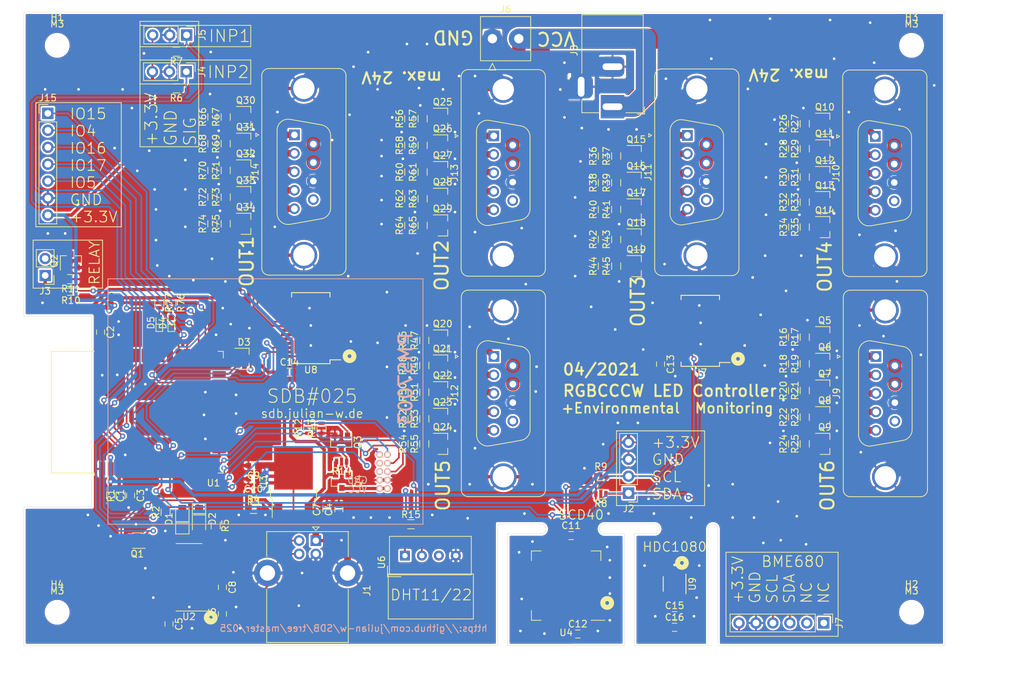
<source format=kicad_pcb>
(kicad_pcb (version 20171130) (host pcbnew "(5.1.9)-1")
  (layers (0 F.Cu signal) (31 B.Cu signal) (34 B.Paste user) (35 F.Paste user) (36 B.SilkS user) (37 F.SilkS user) (38 B.Mask user) (39 F.Mask user) (44 Edge.Cuts user))
  (net 0 "")
  (net 1 GND)
  (net 2 +3V3)
  (net 3 RESET)
  (net 4 +5V)
  (net 5 "Net-(C8-Pad1)")
  (net 6 "Net-(D1-Pad1)")
  (net 7 USB_TX)
  (net 8 USB_RX)
  (net 9 "Net-(D2-Pad2)")
  (net 10 "Net-(D3-Pad3)")
  (net 11 IO2)
  (net 12 IO0)
  (net 13 "Net-(D4-Pad2)")
  (net 14 "Net-(D4-Pad1)")
  (net 15 "Net-(D5-Pad2)")
  (net 16 "Net-(D5-Pad1)")
  (net 17 "Net-(J1-Pad3)")
  (net 18 "Net-(J1-Pad2)")
  (net 19 SCL)
  (net 20 SDA)
  (net 21 "Net-(J3-Pad2)")
  (net 22 SENS1)
  (net 23 SENS2)
  (net 24 +24V)
  (net 25 "Net-(J9-Pad5)")
  (net 26 "Net-(J9-Pad4)")
  (net 27 "Net-(J9-Pad3)")
  (net 28 "Net-(J9-Pad2)")
  (net 29 "Net-(J9-Pad1)")
  (net 30 "Net-(J10-Pad5)")
  (net 31 "Net-(J10-Pad4)")
  (net 32 "Net-(J10-Pad3)")
  (net 33 "Net-(J10-Pad2)")
  (net 34 "Net-(J10-Pad1)")
  (net 35 "Net-(J11-Pad5)")
  (net 36 "Net-(J11-Pad4)")
  (net 37 "Net-(J11-Pad3)")
  (net 38 "Net-(J11-Pad2)")
  (net 39 "Net-(J11-Pad1)")
  (net 40 "Net-(J12-Pad5)")
  (net 41 "Net-(J12-Pad4)")
  (net 42 "Net-(J12-Pad3)")
  (net 43 "Net-(J12-Pad2)")
  (net 44 "Net-(J12-Pad1)")
  (net 45 "Net-(J13-Pad5)")
  (net 46 "Net-(J13-Pad4)")
  (net 47 "Net-(J13-Pad3)")
  (net 48 "Net-(J13-Pad2)")
  (net 49 "Net-(J13-Pad1)")
  (net 50 "Net-(J14-Pad5)")
  (net 51 "Net-(J14-Pad4)")
  (net 52 "Net-(J14-Pad3)")
  (net 53 "Net-(J14-Pad2)")
  (net 54 "Net-(J14-Pad1)")
  (net 55 "Net-(J15-Pad5)")
  (net 56 "Net-(J15-Pad4)")
  (net 57 "Net-(J15-Pad3)")
  (net 58 "Net-(J15-Pad2)")
  (net 59 "Net-(J15-Pad1)")
  (net 60 "Net-(Q1-Pad2)")
  (net 61 "Net-(Q1-Pad1)")
  (net 62 "Net-(Q2-Pad1)")
  (net 63 "Net-(Q3-Pad3)")
  (net 64 "Net-(Q3-Pad1)")
  (net 65 "Net-(Q4-Pad3)")
  (net 66 "Net-(Q5-Pad1)")
  (net 67 "Net-(Q6-Pad1)")
  (net 68 "Net-(Q7-Pad1)")
  (net 69 "Net-(Q8-Pad1)")
  (net 70 "Net-(Q9-Pad1)")
  (net 71 "Net-(Q10-Pad1)")
  (net 72 "Net-(Q11-Pad1)")
  (net 73 "Net-(Q12-Pad1)")
  (net 74 "Net-(Q13-Pad1)")
  (net 75 "Net-(Q14-Pad1)")
  (net 76 "Net-(Q15-Pad1)")
  (net 77 "Net-(Q16-Pad1)")
  (net 78 "Net-(Q17-Pad1)")
  (net 79 "Net-(Q18-Pad1)")
  (net 80 "Net-(Q19-Pad1)")
  (net 81 "Net-(Q20-Pad1)")
  (net 82 "Net-(Q21-Pad1)")
  (net 83 "Net-(Q22-Pad1)")
  (net 84 "Net-(Q23-Pad1)")
  (net 85 "Net-(Q24-Pad1)")
  (net 86 "Net-(Q25-Pad1)")
  (net 87 "Net-(Q26-Pad1)")
  (net 88 "Net-(Q27-Pad1)")
  (net 89 "Net-(Q28-Pad1)")
  (net 90 "Net-(Q29-Pad1)")
  (net 91 "Net-(Q30-Pad1)")
  (net 92 "Net-(Q31-Pad1)")
  (net 93 "Net-(Q32-Pad1)")
  (net 94 "Net-(Q33-Pad1)")
  (net 95 "Net-(Q34-Pad1)")
  (net 96 "Net-(R3-Pad2)")
  (net 97 RELAY)
  (net 98 DHT22)
  (net 99 /OutputStage/CH1)
  (net 100 /OutputStage/CH2)
  (net 101 /OutputStage/CH3)
  (net 102 /OutputStage/CH4)
  (net 103 /OutputStage/CH5)
  (net 104 /sheet608CFD7B/CH1)
  (net 105 /sheet608CFD7B/CH2)
  (net 106 /sheet608CFD7B/CH3)
  (net 107 /sheet608CFD7B/CH4)
  (net 108 /sheet608CFD7B/CH5)
  (net 109 /sheet608D4681/CH1)
  (net 110 /sheet608D4681/CH2)
  (net 111 /sheet608D4681/CH3)
  (net 112 /sheet608D4681/CH4)
  (net 113 /sheet608D4681/CH5)
  (net 114 /sheet6095E8D5/CH1)
  (net 115 /sheet6095E8D5/CH2)
  (net 116 /sheet6095E8D5/CH3)
  (net 117 /sheet6095E8D5/CH4)
  (net 118 /sheet6095E8D5/CH5)
  (net 119 /sheet6095E8D6/CH1)
  (net 120 /sheet6095E8D6/CH2)
  (net 121 /sheet6095E8D6/CH3)
  (net 122 /sheet6095E8D6/CH4)
  (net 123 /sheet6095E8D6/CH5)
  (net 124 /sheet6095E8D7/CH1)
  (net 125 /sheet6095E8D7/CH2)
  (net 126 /sheet6095E8D7/CH3)
  (net 127 /sheet6095E8D7/CH4)
  (net 128 /sheet6095E8D7/CH5)
  (net 129 PART_PWR)
  (net 130 PART_SET)
  (net 131 PART_RX)
  (net 132 PART_RST)
  (net 133 PART_TX)
  (module Capacitors_SMD:C_0603 (layer F.Cu) (at 147.5 147.25)
    (fp_text reference C16 (at 0 -1.5) (layer F.SilkS))
    (fp_text value 10u)
    (pad 2 smd rect (at 0.75 0) (size 0.8 0.75) (layers F.Cu F.Paste F.Mask) (net 1 GND))
    (pad 1 smd rect (at -0.75 0) (size 0.8 0.75) (layers F.Cu F.Paste F.Mask) (net 2 +3V3))
  )
  (module Capacitors_SMD:C_0603 (layer F.Cu) (at 147.5 145.5)
    (fp_text reference C15 (at 0 -1.5) (layer F.SilkS))
    (fp_text value 100n)
    (pad 2 smd rect (at 0.75 0) (size 0.8 0.75) (layers F.Cu F.Paste F.Mask) (net 1 GND))
    (pad 1 smd rect (at -0.75 0) (size 0.8 0.75) (layers F.Cu F.Paste F.Mask) (net 2 +3V3))
  )
  (module Mounting_Holes:MountingHole_3.2mm_M3 (layer F.Cu) (at 55 145)
    (fp_text reference H4 (at 0 -4.2) (layer F.SilkS))
    (fp_text value MountingHole)
    (pad 1 np_thru_hole circle (at 0 0) (size 3.2 3.2) (drill 3.2) (layers *.Cu *.Mask))
  )
  (module Mounting_Holes:MountingHole_3.2mm_M3 (layer F.Cu) (at 183 60)
    (fp_text reference H3 (at 0 -4.2) (layer F.SilkS))
    (fp_text value MountingHole)
    (pad 1 np_thru_hole circle (at 0 0) (size 3.2 3.2) (drill 3.2) (layers *.Cu *.Mask))
  )
  (module Mounting_Holes:MountingHole_3.2mm_M3 (layer F.Cu) (at 183 145)
    (fp_text reference H2 (at 0 -4.2) (layer F.SilkS))
    (fp_text value MountingHole)
    (pad 1 np_thru_hole circle (at 0 0) (size 3.2 3.2) (drill 3.2) (layers *.Cu *.Mask))
  )
  (module Mounting_Holes:MountingHole_3.2mm_M3 (layer F.Cu) (at 55 60)
    (fp_text reference H1 (at 0 -4.2) (layer F.SilkS))
    (fp_text value MountingHole)
    (pad 1 np_thru_hole circle (at 0 0) (size 3.2 3.2) (drill 3.2) (layers *.Cu *.Mask))
  )
  (module Package_SON:Texas_PWSON-N6 (layer F.Cu) (at 147.5 140.75 270)
    (fp_text reference U9 (at 0 -2.67 90) (layer F.SilkS))
    (fp_text value HDC1080)
    (pad 6 smd rect (at 1.4 -0.95 270) (size 0.6 0.4) (layers F.Cu F.Paste F.Mask) (net 19 SCL))
    (pad 5 smd rect (at 1.4 0 270) (size 0.6 0.4) (layers F.Cu F.Paste F.Mask) (net 2 +3V3))
    (pad 4 smd rect (at 1.4 0.95 270) (size 0.6 0.4) (layers F.Cu F.Paste F.Mask))
    (pad 3 smd rect (at -1.4 0.95 270) (size 0.6 0.4) (layers F.Cu F.Paste F.Mask))
    (pad 2 smd rect (at -1.4 0 270) (size 0.6 0.4) (layers F.Cu F.Paste F.Mask) (net 1 GND))
    (pad 1 smd rect (at -1.4 -0.95 270) (size 0.6 0.4) (layers F.Cu F.Paste F.Mask) (net 20 SDA))
    (pad 7 smd rect (at 0 0 270) (size 1.5 2.4) (layers F.Cu F.Paste F.Mask))
  )
  (module Package_SO:SSOP-28_5.3x10.2mm_P0.65mm (layer F.Cu) (at 93 102.4 180)
    (fp_text reference U8 (at 0 -6.25) (layer F.SilkS))
    (fp_text value PCA9685)
    (pad 28 smd rect (at 3.6 -4.225 180) (size 1.75 0.45) (layers F.Cu F.Paste F.Mask) (net 2 +3V3))
    (pad 27 smd rect (at 3.6 -3.575 180) (size 1.75 0.45) (layers F.Cu F.Paste F.Mask) (net 20 SDA))
    (pad 26 smd rect (at 3.6 -2.925 180) (size 1.75 0.45) (layers F.Cu F.Paste F.Mask) (net 19 SCL))
    (pad 25 smd rect (at 3.6 -2.275 180) (size 1.75 0.45) (layers F.Cu F.Paste F.Mask))
    (pad 24 smd rect (at 3.6 -1.625 180) (size 1.75 0.45) (layers F.Cu F.Paste F.Mask))
    (pad 23 smd rect (at 3.6 -0.975 180) (size 1.75 0.45) (layers F.Cu F.Paste F.Mask))
    (pad 22 smd rect (at 3.6 -0.325 180) (size 1.75 0.45) (layers F.Cu F.Paste F.Mask))
    (pad 21 smd rect (at 3.6 0.325 180) (size 1.75 0.45) (layers F.Cu F.Paste F.Mask) (net 124 /sheet6095E8D7/CH1))
    (pad 20 smd rect (at 3.6 0.975 180) (size 1.75 0.45) (layers F.Cu F.Paste F.Mask) (net 125 /sheet6095E8D7/CH2))
    (pad 19 smd rect (at 3.6 1.625 180) (size 1.75 0.45) (layers F.Cu F.Paste F.Mask) (net 126 /sheet6095E8D7/CH3))
    (pad 18 smd rect (at 3.6 2.275 180) (size 1.75 0.45) (layers F.Cu F.Paste F.Mask) (net 127 /sheet6095E8D7/CH4))
    (pad 17 smd rect (at 3.6 2.925 180) (size 1.75 0.45) (layers F.Cu F.Paste F.Mask) (net 128 /sheet6095E8D7/CH5))
    (pad 16 smd rect (at 3.6 3.575 180) (size 1.75 0.45) (layers F.Cu F.Paste F.Mask) (net 119 /sheet6095E8D6/CH1))
    (pad 15 smd rect (at 3.6 4.225 180) (size 1.75 0.45) (layers F.Cu F.Paste F.Mask) (net 120 /sheet6095E8D6/CH2))
    (pad 14 smd rect (at -3.6 4.225 180) (size 1.75 0.45) (layers F.Cu F.Paste F.Mask) (net 1 GND))
    (pad 13 smd rect (at -3.6 3.575 180) (size 1.75 0.45) (layers F.Cu F.Paste F.Mask) (net 121 /sheet6095E8D6/CH3))
    (pad 12 smd rect (at -3.6 2.925 180) (size 1.75 0.45) (layers F.Cu F.Paste F.Mask) (net 122 /sheet6095E8D6/CH4))
    (pad 11 smd rect (at -3.6 2.275 180) (size 1.75 0.45) (layers F.Cu F.Paste F.Mask) (net 123 /sheet6095E8D6/CH5))
    (pad 10 smd rect (at -3.6 1.625 180) (size 1.75 0.45) (layers F.Cu F.Paste F.Mask) (net 114 /sheet6095E8D5/CH1))
    (pad 9 smd rect (at -3.6 0.975 180) (size 1.75 0.45) (layers F.Cu F.Paste F.Mask) (net 115 /sheet6095E8D5/CH2))
    (pad 8 smd rect (at -3.6 0.325 180) (size 1.75 0.45) (layers F.Cu F.Paste F.Mask) (net 116 /sheet6095E8D5/CH3))
    (pad 7 smd rect (at -3.6 -0.325 180) (size 1.75 0.45) (layers F.Cu F.Paste F.Mask) (net 117 /sheet6095E8D5/CH4))
    (pad 6 smd rect (at -3.6 -0.975 180) (size 1.75 0.45) (layers F.Cu F.Paste F.Mask) (net 118 /sheet6095E8D5/CH5))
    (pad 5 smd rect (at -3.6 -1.625 180) (size 1.75 0.45) (layers F.Cu F.Paste F.Mask) (net 1 GND))
    (pad 4 smd rect (at -3.6 -2.275 180) (size 1.75 0.45) (layers F.Cu F.Paste F.Mask) (net 1 GND))
    (pad 3 smd rect (at -3.6 -2.925 180) (size 1.75 0.45) (layers F.Cu F.Paste F.Mask) (net 1 GND))
    (pad 2 smd rect (at -3.6 -3.575 180) (size 1.75 0.45) (layers F.Cu F.Paste F.Mask) (net 1 GND))
    (pad 1 smd rect (at -3.6 -4.225 180) (size 1.75 0.45) (layers F.Cu F.Paste F.Mask) (net 2 +3V3))
  )
  (module Package_SO:SSOP-28_5.3x10.2mm_P0.65mm (layer F.Cu) (at 151.35 102.8 180)
    (fp_text reference U7 (at 0 -6.25) (layer F.SilkS))
    (fp_text value PCA9685)
    (pad 28 smd rect (at 3.6 -4.225 180) (size 1.75 0.45) (layers F.Cu F.Paste F.Mask) (net 2 +3V3))
    (pad 27 smd rect (at 3.6 -3.575 180) (size 1.75 0.45) (layers F.Cu F.Paste F.Mask) (net 20 SDA))
    (pad 26 smd rect (at 3.6 -2.925 180) (size 1.75 0.45) (layers F.Cu F.Paste F.Mask) (net 19 SCL))
    (pad 25 smd rect (at 3.6 -2.275 180) (size 1.75 0.45) (layers F.Cu F.Paste F.Mask))
    (pad 24 smd rect (at 3.6 -1.625 180) (size 1.75 0.45) (layers F.Cu F.Paste F.Mask))
    (pad 23 smd rect (at 3.6 -0.975 180) (size 1.75 0.45) (layers F.Cu F.Paste F.Mask))
    (pad 22 smd rect (at 3.6 -0.325 180) (size 1.75 0.45) (layers F.Cu F.Paste F.Mask))
    (pad 21 smd rect (at 3.6 0.325 180) (size 1.75 0.45) (layers F.Cu F.Paste F.Mask) (net 109 /sheet608D4681/CH1))
    (pad 20 smd rect (at 3.6 0.975 180) (size 1.75 0.45) (layers F.Cu F.Paste F.Mask) (net 110 /sheet608D4681/CH2))
    (pad 19 smd rect (at 3.6 1.625 180) (size 1.75 0.45) (layers F.Cu F.Paste F.Mask) (net 111 /sheet608D4681/CH3))
    (pad 18 smd rect (at 3.6 2.275 180) (size 1.75 0.45) (layers F.Cu F.Paste F.Mask) (net 112 /sheet608D4681/CH4))
    (pad 17 smd rect (at 3.6 2.925 180) (size 1.75 0.45) (layers F.Cu F.Paste F.Mask) (net 113 /sheet608D4681/CH5))
    (pad 16 smd rect (at 3.6 3.575 180) (size 1.75 0.45) (layers F.Cu F.Paste F.Mask) (net 104 /sheet608CFD7B/CH1))
    (pad 15 smd rect (at 3.6 4.225 180) (size 1.75 0.45) (layers F.Cu F.Paste F.Mask) (net 105 /sheet608CFD7B/CH2))
    (pad 14 smd rect (at -3.6 4.225 180) (size 1.75 0.45) (layers F.Cu F.Paste F.Mask) (net 1 GND))
    (pad 13 smd rect (at -3.6 3.575 180) (size 1.75 0.45) (layers F.Cu F.Paste F.Mask) (net 106 /sheet608CFD7B/CH3))
    (pad 12 smd rect (at -3.6 2.925 180) (size 1.75 0.45) (layers F.Cu F.Paste F.Mask) (net 107 /sheet608CFD7B/CH4))
    (pad 11 smd rect (at -3.6 2.275 180) (size 1.75 0.45) (layers F.Cu F.Paste F.Mask) (net 108 /sheet608CFD7B/CH5))
    (pad 10 smd rect (at -3.6 1.625 180) (size 1.75 0.45) (layers F.Cu F.Paste F.Mask) (net 99 /OutputStage/CH1))
    (pad 9 smd rect (at -3.6 0.975 180) (size 1.75 0.45) (layers F.Cu F.Paste F.Mask) (net 100 /OutputStage/CH2))
    (pad 8 smd rect (at -3.6 0.325 180) (size 1.75 0.45) (layers F.Cu F.Paste F.Mask) (net 101 /OutputStage/CH3))
    (pad 7 smd rect (at -3.6 -0.325 180) (size 1.75 0.45) (layers F.Cu F.Paste F.Mask) (net 102 /OutputStage/CH4))
    (pad 6 smd rect (at -3.6 -0.975 180) (size 1.75 0.45) (layers F.Cu F.Paste F.Mask) (net 103 /OutputStage/CH5))
    (pad 5 smd rect (at -3.6 -1.625 180) (size 1.75 0.45) (layers F.Cu F.Paste F.Mask) (net 1 GND))
    (pad 4 smd rect (at -3.6 -2.275 180) (size 1.75 0.45) (layers F.Cu F.Paste F.Mask) (net 1 GND))
    (pad 3 smd rect (at -3.6 -2.925 180) (size 1.75 0.45) (layers F.Cu F.Paste F.Mask) (net 1 GND))
    (pad 2 smd rect (at -3.6 -3.575 180) (size 1.75 0.45) (layers F.Cu F.Paste F.Mask) (net 1 GND))
    (pad 1 smd rect (at -3.6 -4.225 180) (size 1.75 0.45) (layers F.Cu F.Paste F.Mask) (net 1 GND))
  )
  (module Sensor:Aosong_DHT11_5.5x12.0_P2.54mm (layer F.Cu) (at 107.1 136.5 90)
    (fp_text reference U6 (at -1 -3.5 90) (layer F.SilkS))
    (fp_text value DHT11)
    (pad 4 thru_hole circle (at 0 7.62 90) (size 1.5 1.5) (drill 0.8) (layers *.Cu *.Mask) (net 1 GND))
    (pad 3 thru_hole circle (at 0 5.08 90) (size 1.5 1.5) (drill 0.8) (layers *.Cu *.Mask))
    (pad 2 thru_hole circle (at 0 2.54 90) (size 1.5 1.5) (drill 0.8) (layers *.Cu *.Mask) (net 98 DHT22))
    (pad 1 thru_hole rect (at 0 0 90) (size 1.5 1.5) (drill 0.8) (layers *.Cu *.Mask) (net 2 +3V3))
  )
  (module Sensors_Detectors:PMS7003 (layer B.Cu) (at 86.2 113.4)
    (fp_text reference U5)
    (fp_text value PMS7003)
    (pad 2 thru_hole circle (at 17.12 13.04) (size 1 1) (drill 0.6) (layers *.Cu *.Mask B.SilkS) (net 65 "Net-(Q4-Pad3)"))
    (pad 4 thru_hole circle (at 17.12 11.77) (size 1 1) (drill 0.6) (layers *.Cu *.Mask B.SilkS) (net 1 GND))
    (pad 6 thru_hole circle (at 17.12 10.5) (size 1 1) (drill 0.6) (layers *.Cu *.Mask B.SilkS))
    (pad 8 thru_hole circle (at 17.12 9.23) (size 1 1) (drill 0.6) (layers *.Cu *.Mask B.SilkS))
    (pad 10 thru_hole circle (at 17.12 7.96) (size 1 1) (drill 0.6) (layers *.Cu *.Mask B.SilkS) (net 130 PART_SET))
    (pad 9 thru_hole circle (at 18.28 7.96) (size 1 1) (drill 0.6) (layers *.Cu *.Mask B.SilkS) (net 133 PART_TX))
    (pad 7 thru_hole circle (at 18.28 9.23) (size 1 1) (drill 0.6) (layers *.Cu *.Mask B.SilkS) (net 131 PART_RX))
    (pad 5 thru_hole circle (at 18.28 10.5) (size 1 1) (drill 0.6) (layers *.Cu *.Mask B.SilkS) (net 132 PART_RST))
    (pad 3 thru_hole circle (at 18.28 11.77) (size 1 1) (drill 0.6) (layers *.Cu *.Mask B.SilkS) (net 1 GND))
    (pad 1 thru_hole circle (at 18.28 13.04) (size 1 1) (drill 0.6) (layers *.Cu *.Mask B.SilkS) (net 65 "Net-(Q4-Pad3)"))
  )
  (module 009162006301150:QFN-20_EP_10.1x10.1_Pitch1.25mm (layer F.Cu) (at 131.25 141 180)
    (fp_text reference U4 (at 0 -7.05) (layer F.SilkS))
    (fp_text value SCD40)
    (pad 21 smd rect (at 1.8 1.8 180) (size 1.2 1.2) (layers F.Cu F.Paste F.Mask) (net 1 GND))
    (pad 21 smd rect (at 1.8 0.6 180) (size 1.2 1.2) (layers F.Cu F.Paste F.Mask) (net 1 GND))
    (pad 21 smd rect (at 1.8 -0.6 180) (size 1.2 1.2) (layers F.Cu F.Paste F.Mask) (net 1 GND))
    (pad 21 smd rect (at 1.8 -1.8 180) (size 1.2 1.2) (layers F.Cu F.Paste F.Mask) (net 1 GND))
    (pad 21 smd rect (at 0.6 1.8 180) (size 1.2 1.2) (layers F.Cu F.Paste F.Mask) (net 1 GND))
    (pad 21 smd rect (at 0.6 0.6 180) (size 1.2 1.2) (layers F.Cu F.Paste F.Mask) (net 1 GND))
    (pad 21 smd rect (at 0.6 -0.6 180) (size 1.2 1.2) (layers F.Cu F.Paste F.Mask) (net 1 GND))
    (pad 21 smd rect (at 0.6 -1.8 180) (size 1.2 1.2) (layers F.Cu F.Paste F.Mask) (net 1 GND))
    (pad 21 smd rect (at -0.6 1.8 180) (size 1.2 1.2) (layers F.Cu F.Paste F.Mask) (net 1 GND))
    (pad 21 smd rect (at -0.6 0.6 180) (size 1.2 1.2) (layers F.Cu F.Paste F.Mask) (net 1 GND))
    (pad 21 smd rect (at -0.6 -0.6 180) (size 1.2 1.2) (layers F.Cu F.Paste F.Mask) (net 1 GND))
    (pad 21 smd rect (at -0.6 -1.8 180) (size 1.2 1.2) (layers F.Cu F.Paste F.Mask) (net 1 GND))
    (pad 21 smd rect (at -1.8 1.8 180) (size 1.2 1.2) (layers F.Cu F.Paste F.Mask) (net 1 GND))
    (pad 21 smd rect (at -1.8 0.6 180) (size 1.2 1.2) (layers F.Cu F.Paste F.Mask) (net 1 GND))
    (pad 21 smd rect (at -1.8 -0.6 180) (size 1.2 1.2) (layers F.Cu F.Paste F.Mask) (net 1 GND))
    (pad 21 smd rect (at -1.8 -1.8 180) (size 1.2 1.2) (layers F.Cu F.Paste F.Mask) (net 1 GND))
    (pad 20 smd rect (at -2.5 -4.05 180) (size 0.8 1.5) (layers F.Cu F.Paste F.Mask) (net 1 GND))
    (pad 19 smd rect (at -1.25 -4.05 180) (size 0.8 1.5) (layers F.Cu F.Paste F.Mask) (net 2 +3V3))
    (pad 18 smd rect (at 0 -4.05 180) (size 0.8 1.5) (layers F.Cu F.Paste F.Mask))
    (pad 17 smd rect (at 1.25 -4.05 180) (size 0.8 1.5) (layers F.Cu F.Paste F.Mask))
    (pad 16 smd rect (at 2.5 -4.05 180) (size 0.8 1.5) (layers F.Cu F.Paste F.Mask))
    (pad 15 smd rect (at 4.05 -2.5 270) (size 0.8 1.5) (layers F.Cu F.Paste F.Mask))
    (pad 14 smd rect (at 4.05 -1.25 270) (size 0.8 1.5) (layers F.Cu F.Paste F.Mask))
    (pad 13 smd rect (at 4.05 0 270) (size 0.8 1.5) (layers F.Cu F.Paste F.Mask))
    (pad 12 smd rect (at 4.05 1.25 270) (size 0.8 1.5) (layers F.Cu F.Paste F.Mask))
    (pad 11 smd rect (at 4.05 2.5 270) (size 0.8 1.5) (layers F.Cu F.Paste F.Mask))
    (pad 10 smd rect (at 2.5 4.05 180) (size 0.8 1.5) (layers F.Cu F.Paste F.Mask) (net 20 SDA))
    (pad 9 smd rect (at 1.25 4.05 180) (size 0.8 1.5) (layers F.Cu F.Paste F.Mask) (net 19 SCL))
    (pad 8 smd rect (at 0 4.05 180) (size 0.8 1.5) (layers F.Cu F.Paste F.Mask))
    (pad 7 smd rect (at -1.25 4.05 180) (size 0.8 1.5) (layers F.Cu F.Paste F.Mask) (net 2 +3V3))
    (pad 6 smd rect (at -2.5 4.05 180) (size 0.8 1.5) (layers F.Cu F.Paste F.Mask) (net 1 GND))
    (pad 5 smd rect (at -4.05 2.5 270) (size 0.8 1.5) (layers F.Cu F.Paste F.Mask))
    (pad 4 smd rect (at -4.05 1.25 270) (size 0.8 1.5) (layers F.Cu F.Paste F.Mask))
    (pad 3 smd rect (at -4.05 0 270) (size 0.8 1.5) (layers F.Cu F.Paste F.Mask))
    (pad 2 smd rect (at -4.05 -1.25 270) (size 0.8 1.5) (layers F.Cu F.Paste F.Mask))
    (pad 1 smd rect (at -4.05 -2.5 270) (size 0.8 1.5) (layers F.Cu F.Paste F.Mask))
  )
  (module Package_TO_SOT_SMD:TO-252-2 (layer F.Cu) (at 90.4 125.5 90)
    (fp_text reference U3 (at 0 -4.5 90) (layer F.SilkS))
    (fp_text value LM317_TO-252)
    (pad 2 smd rect (at 2.1 0 90) (size 6.4 5.8) (layers F.Cu F.Mask) (net 2 +3V3))
    (pad 3 smd rect (at -4.2 2.28 90) (size 2.2 1.2) (layers F.Cu F.Paste F.Mask) (net 4 +5V))
    (pad 1 smd rect (at -4.2 -2.28 90) (size 2.2 1.2) (layers F.Cu F.Paste F.Mask) (net 96 "Net-(R3-Pad2)"))
  )
  (module Package_SO:SOIC-16_3.9x9.9mm_P1.27mm (layer F.Cu) (at 74.75 139.75 180)
    (fp_text reference U2 (at 0 -5.9) (layer F.SilkS))
    (fp_text value CH340C)
    (pad 16 smd roundrect (at 2.475 -4.445 180) (size 1.95 0.6) (layers F.Cu F.Paste F.Mask) (net 4 +5V))
    (pad 15 smd roundrect (at 2.475 -3.175 180) (size 1.95 0.6) (layers F.Cu F.Paste F.Mask))
    (pad 14 smd roundrect (at 2.475 -1.905 180) (size 1.95 0.6) (layers F.Cu F.Paste F.Mask) (net 61 "Net-(Q1-Pad1)"))
    (pad 13 smd roundrect (at 2.475 -0.635 180) (size 1.95 0.6) (layers F.Cu F.Paste F.Mask) (net 60 "Net-(Q1-Pad2)"))
    (pad 12 smd roundrect (at 2.475 0.635 180) (size 1.95 0.6) (layers F.Cu F.Paste F.Mask))
    (pad 11 smd roundrect (at 2.475 1.905 180) (size 1.95 0.6) (layers F.Cu F.Paste F.Mask))
    (pad 10 smd roundrect (at 2.475 3.175 180) (size 1.95 0.6) (layers F.Cu F.Paste F.Mask))
    (pad 9 smd roundrect (at 2.475 4.445 180) (size 1.95 0.6) (layers F.Cu F.Paste F.Mask))
    (pad 8 smd roundrect (at -2.475 4.445 180) (size 1.95 0.6) (layers F.Cu F.Paste F.Mask))
    (pad 7 smd roundrect (at -2.475 3.175 180) (size 1.95 0.6) (layers F.Cu F.Paste F.Mask))
    (pad 6 smd roundrect (at -2.475 1.905 180) (size 1.95 0.6) (layers F.Cu F.Paste F.Mask) (net 18 "Net-(J1-Pad2)"))
    (pad 5 smd roundrect (at -2.475 0.635 180) (size 1.95 0.6) (layers F.Cu F.Paste F.Mask) (net 17 "Net-(J1-Pad3)"))
    (pad 4 smd roundrect (at -2.475 -0.635 180) (size 1.95 0.6) (layers F.Cu F.Paste F.Mask) (net 5 "Net-(C8-Pad1)"))
    (pad 3 smd roundrect (at -2.475 -1.905 180) (size 1.95 0.6) (layers F.Cu F.Paste F.Mask) (net 9 "Net-(D2-Pad2)"))
    (pad 2 smd roundrect (at -2.475 -3.175 180) (size 1.95 0.6) (layers F.Cu F.Paste F.Mask) (net 6 "Net-(D1-Pad1)"))
    (pad 1 smd roundrect (at -2.475 -4.445 180) (size 1.95 0.6) (layers F.Cu F.Paste F.Mask) (net 1 GND))
  )
  (module RF_Module:ESP32-WROOM-32 (layer F.Cu) (at 70 115 90)
    (fp_text reference U1 (at -10.61 8.43) (layer F.SilkS))
    (fp_text value ESP32-WROOM-32)
    (pad 38 smd rect (at 8.5 -8.255 90) (size 2 0.9) (layers F.Cu F.Paste F.Mask) (net 1 GND))
    (pad 37 smd rect (at 8.5 -6.985 90) (size 2 0.9) (layers F.Cu F.Paste F.Mask))
    (pad 36 smd rect (at 8.5 -5.715 90) (size 2 0.9) (layers F.Cu F.Paste F.Mask))
    (pad 35 smd rect (at 8.5 -4.445 90) (size 2 0.9) (layers F.Cu F.Paste F.Mask) (net 8 USB_RX))
    (pad 34 smd rect (at 8.5 -3.175 90) (size 2 0.9) (layers F.Cu F.Paste F.Mask) (net 7 USB_TX))
    (pad 33 smd rect (at 8.5 -1.905 90) (size 2 0.9) (layers F.Cu F.Paste F.Mask) (net 97 RELAY))
    (pad 32 smd rect (at 8.5 -0.635 90) (size 2 0.9) (layers F.Cu F.Paste F.Mask))
    (pad 31 smd rect (at 8.5 0.635 90) (size 2 0.9) (layers F.Cu F.Paste F.Mask) (net 16 "Net-(D5-Pad1)"))
    (pad 30 smd rect (at 8.5 1.905 90) (size 2 0.9) (layers F.Cu F.Paste F.Mask) (net 14 "Net-(D4-Pad1)"))
    (pad 29 smd rect (at 8.5 3.175 90) (size 2 0.9) (layers F.Cu F.Paste F.Mask) (net 55 "Net-(J15-Pad5)"))
    (pad 28 smd rect (at 8.5 4.445 90) (size 2 0.9) (layers F.Cu F.Paste F.Mask) (net 56 "Net-(J15-Pad4)"))
    (pad 27 smd rect (at 8.5 5.715 90) (size 2 0.9) (layers F.Cu F.Paste F.Mask) (net 57 "Net-(J15-Pad3)"))
    (pad 26 smd rect (at 8.5 6.985 90) (size 2 0.9) (layers F.Cu F.Paste F.Mask) (net 58 "Net-(J15-Pad2)"))
    (pad 25 smd rect (at 8.5 8.255 90) (size 2 0.9) (layers F.Cu F.Paste F.Mask) (net 12 IO0))
    (pad 24 smd rect (at 5.715 9.255 180) (size 2 0.9) (layers F.Cu F.Paste F.Mask) (net 11 IO2))
    (pad 23 smd rect (at 4.445 9.255 180) (size 2 0.9) (layers F.Cu F.Paste F.Mask) (net 59 "Net-(J15-Pad1)"))
    (pad 22 smd rect (at 3.175 9.255 180) (size 2 0.9) (layers F.Cu F.Paste F.Mask))
    (pad 21 smd rect (at 1.905 9.255 180) (size 2 0.9) (layers F.Cu F.Paste F.Mask))
    (pad 20 smd rect (at 0.635 9.255 180) (size 2 0.9) (layers F.Cu F.Paste F.Mask))
    (pad 19 smd rect (at -0.635 9.255 180) (size 2 0.9) (layers F.Cu F.Paste F.Mask))
    (pad 18 smd rect (at -1.905 9.255 180) (size 2 0.9) (layers F.Cu F.Paste F.Mask))
    (pad 17 smd rect (at -3.175 9.255 180) (size 2 0.9) (layers F.Cu F.Paste F.Mask))
    (pad 16 smd rect (at -4.445 9.255 180) (size 2 0.9) (layers F.Cu F.Paste F.Mask) (net 98 DHT22))
    (pad 15 smd rect (at -5.715 9.255 180) (size 2 0.9) (layers F.Cu F.Paste F.Mask) (net 1 GND))
    (pad 14 smd rect (at -8.5 8.255 90) (size 2 0.9) (layers F.Cu F.Paste F.Mask) (net 129 PART_PWR))
    (pad 13 smd rect (at -8.5 6.985 90) (size 2 0.9) (layers F.Cu F.Paste F.Mask) (net 130 PART_SET))
    (pad 12 smd rect (at -8.5 5.715 90) (size 2 0.9) (layers F.Cu F.Paste F.Mask) (net 131 PART_RX))
    (pad 11 smd rect (at -8.5 4.445 90) (size 2 0.9) (layers F.Cu F.Paste F.Mask) (net 132 PART_RST))
    (pad 10 smd rect (at -8.5 3.175 90) (size 2 0.9) (layers F.Cu F.Paste F.Mask) (net 133 PART_TX))
    (pad 9 smd rect (at -8.5 1.905 90) (size 2 0.9) (layers F.Cu F.Paste F.Mask) (net 19 SCL))
    (pad 8 smd rect (at -8.5 0.635 90) (size 2 0.9) (layers F.Cu F.Paste F.Mask) (net 20 SDA))
    (pad 7 smd rect (at -8.5 -0.635 90) (size 2 0.9) (layers F.Cu F.Paste F.Mask) (net 23 SENS2))
    (pad 6 smd rect (at -8.5 -1.905 90) (size 2 0.9) (layers F.Cu F.Paste F.Mask) (net 22 SENS1))
    (pad 5 smd rect (at -8.5 -3.175 90) (size 2 0.9) (layers F.Cu F.Paste F.Mask))
    (pad 4 smd rect (at -8.5 -4.445 90) (size 2 0.9) (layers F.Cu F.Paste F.Mask))
    (pad 3 smd rect (at -8.5 -5.715 90) (size 2 0.9) (layers F.Cu F.Paste F.Mask) (net 3 RESET))
    (pad 2 smd rect (at -8.5 -6.985 90) (size 2 0.9) (layers F.Cu F.Paste F.Mask) (net 2 +3V3))
    (pad 1 smd rect (at -8.5 -8.255 90) (size 2 0.9) (layers F.Cu F.Paste F.Mask) (net 1 GND))
    (pad 39 smd rect (at -1 -0.755 90) (size 5 5) (layers F.Cu F.Paste F.Mask) (net 1 GND))
  )
  (module Resistors_SMD:R_0603 (layer F.Cu) (at 70.3 98.6 270)
    (fp_text reference R77 (at 0 -1.45 90) (layer F.SilkS))
    (fp_text value 470)
    (pad 1 smd rect (at -0.75 0 270) (size 0.5 0.9) (layers F.Cu F.Paste F.Mask) (net 2 +3V3))
    (pad 2 smd rect (at 0.75 0 270) (size 0.5 0.9) (layers F.Cu F.Paste F.Mask) (net 15 "Net-(D5-Pad2)"))
  )
  (module Resistors_SMD:R_0603 (layer F.Cu) (at 72.1 98.6 270)
    (fp_text reference R76 (at 0 -1.45 90) (layer F.SilkS))
    (fp_text value 470)
    (pad 1 smd rect (at -0.75 0 270) (size 0.5 0.9) (layers F.Cu F.Paste F.Mask) (net 2 +3V3))
    (pad 2 smd rect (at 0.75 0 270) (size 0.5 0.9) (layers F.Cu F.Paste F.Mask) (net 13 "Net-(D4-Pad2)"))
  )
  (module Resistors_SMD:R_0603 (layer F.Cu) (at 80.25 86.75 90)
    (fp_text reference R75 (at 0 -1.45 90) (layer F.SilkS))
    (fp_text value 10k)
    (pad 1 smd rect (at -0.75 0 90) (size 0.5 0.9) (layers F.Cu F.Paste F.Mask) (net 1 GND))
    (pad 2 smd rect (at 0.75 0 90) (size 0.5 0.9) (layers F.Cu F.Paste F.Mask) (net 95 "Net-(Q34-Pad1)"))
  )
  (module Resistors_SMD:R_0603 (layer F.Cu) (at 78.25 86.75 90)
    (fp_text reference R74 (at 0 -1.45 90) (layer F.SilkS))
    (fp_text value 100)
    (pad 1 smd rect (at -0.75 0 90) (size 0.5 0.9) (layers F.Cu F.Paste F.Mask) (net 128 /sheet6095E8D7/CH5))
    (pad 2 smd rect (at 0.75 0 90) (size 0.5 0.9) (layers F.Cu F.Paste F.Mask) (net 95 "Net-(Q34-Pad1)"))
  )
  (module Resistors_SMD:R_0603 (layer F.Cu) (at 80.25 82.75 90)
    (fp_text reference R73 (at 0 -1.45 90) (layer F.SilkS))
    (fp_text value 10k)
    (pad 1 smd rect (at -0.75 0 90) (size 0.5 0.9) (layers F.Cu F.Paste F.Mask) (net 1 GND))
    (pad 2 smd rect (at 0.75 0 90) (size 0.5 0.9) (layers F.Cu F.Paste F.Mask) (net 94 "Net-(Q33-Pad1)"))
  )
  (module Resistors_SMD:R_0603 (layer F.Cu) (at 78.25 82.75 90)
    (fp_text reference R72 (at 0 -1.45 90) (layer F.SilkS))
    (fp_text value 100)
    (pad 1 smd rect (at -0.75 0 90) (size 0.5 0.9) (layers F.Cu F.Paste F.Mask) (net 127 /sheet6095E8D7/CH4))
    (pad 2 smd rect (at 0.75 0 90) (size 0.5 0.9) (layers F.Cu F.Paste F.Mask) (net 94 "Net-(Q33-Pad1)"))
  )
  (module Resistors_SMD:R_0603 (layer F.Cu) (at 80.25 78.75 90)
    (fp_text reference R71 (at 0 -1.45 90) (layer F.SilkS))
    (fp_text value 10k)
    (pad 1 smd rect (at -0.75 0 90) (size 0.5 0.9) (layers F.Cu F.Paste F.Mask) (net 1 GND))
    (pad 2 smd rect (at 0.75 0 90) (size 0.5 0.9) (layers F.Cu F.Paste F.Mask) (net 93 "Net-(Q32-Pad1)"))
  )
  (module Resistors_SMD:R_0603 (layer F.Cu) (at 78.25 78.75 90)
    (fp_text reference R70 (at 0 -1.45 90) (layer F.SilkS))
    (fp_text value 100)
    (pad 1 smd rect (at -0.75 0 90) (size 0.5 0.9) (layers F.Cu F.Paste F.Mask) (net 126 /sheet6095E8D7/CH3))
    (pad 2 smd rect (at 0.75 0 90) (size 0.5 0.9) (layers F.Cu F.Paste F.Mask) (net 93 "Net-(Q32-Pad1)"))
  )
  (module Resistors_SMD:R_0603 (layer F.Cu) (at 80.25 74.75 90)
    (fp_text reference R69 (at 0 -1.45 90) (layer F.SilkS))
    (fp_text value 10k)
    (pad 1 smd rect (at -0.75 0 90) (size 0.5 0.9) (layers F.Cu F.Paste F.Mask) (net 1 GND))
    (pad 2 smd rect (at 0.75 0 90) (size 0.5 0.9) (layers F.Cu F.Paste F.Mask) (net 92 "Net-(Q31-Pad1)"))
  )
  (module Resistors_SMD:R_0603 (layer F.Cu) (at 78.25 74.75 90)
    (fp_text reference R68 (at 0 -1.45 90) (layer F.SilkS))
    (fp_text value 100)
    (pad 1 smd rect (at -0.75 0 90) (size 0.5 0.9) (layers F.Cu F.Paste F.Mask) (net 125 /sheet6095E8D7/CH2))
    (pad 2 smd rect (at 0.75 0 90) (size 0.5 0.9) (layers F.Cu F.Paste F.Mask) (net 92 "Net-(Q31-Pad1)"))
  )
  (module Resistors_SMD:R_0603 (layer F.Cu) (at 80.25 70.75 90)
    (fp_text reference R67 (at 0 -1.45 90) (layer F.SilkS))
    (fp_text value 10k)
    (pad 1 smd rect (at -0.75 0 90) (size 0.5 0.9) (layers F.Cu F.Paste F.Mask) (net 1 GND))
    (pad 2 smd rect (at 0.75 0 90) (size 0.5 0.9) (layers F.Cu F.Paste F.Mask) (net 91 "Net-(Q30-Pad1)"))
  )
  (module Resistors_SMD:R_0603 (layer F.Cu) (at 78.25 70.75 90)
    (fp_text reference R66 (at 0 -1.45 90) (layer F.SilkS))
    (fp_text value 100)
    (pad 1 smd rect (at -0.75 0 90) (size 0.5 0.9) (layers F.Cu F.Paste F.Mask) (net 124 /sheet6095E8D7/CH1))
    (pad 2 smd rect (at 0.75 0 90) (size 0.5 0.9) (layers F.Cu F.Paste F.Mask) (net 91 "Net-(Q30-Pad1)"))
  )
  (module Resistors_SMD:R_0603 (layer F.Cu) (at 109.75 87 90)
    (fp_text reference R65 (at 0 -1.45 90) (layer F.SilkS))
    (fp_text value 10k)
    (pad 1 smd rect (at -0.75 0 90) (size 0.5 0.9) (layers F.Cu F.Paste F.Mask) (net 1 GND))
    (pad 2 smd rect (at 0.75 0 90) (size 0.5 0.9) (layers F.Cu F.Paste F.Mask) (net 90 "Net-(Q29-Pad1)"))
  )
  (module Resistors_SMD:R_0603 (layer F.Cu) (at 107.75 87 90)
    (fp_text reference R64 (at 0 -1.45 90) (layer F.SilkS))
    (fp_text value 100)
    (pad 1 smd rect (at -0.75 0 90) (size 0.5 0.9) (layers F.Cu F.Paste F.Mask) (net 123 /sheet6095E8D6/CH5))
    (pad 2 smd rect (at 0.75 0 90) (size 0.5 0.9) (layers F.Cu F.Paste F.Mask) (net 90 "Net-(Q29-Pad1)"))
  )
  (module Resistors_SMD:R_0603 (layer F.Cu) (at 109.75 83 90)
    (fp_text reference R63 (at 0 -1.45 90) (layer F.SilkS))
    (fp_text value 10k)
    (pad 1 smd rect (at -0.75 0 90) (size 0.5 0.9) (layers F.Cu F.Paste F.Mask) (net 1 GND))
    (pad 2 smd rect (at 0.75 0 90) (size 0.5 0.9) (layers F.Cu F.Paste F.Mask) (net 89 "Net-(Q28-Pad1)"))
  )
  (module Resistors_SMD:R_0603 (layer F.Cu) (at 107.75 83 90)
    (fp_text reference R62 (at 0 -1.45 90) (layer F.SilkS))
    (fp_text value 100)
    (pad 1 smd rect (at -0.75 0 90) (size 0.5 0.9) (layers F.Cu F.Paste F.Mask) (net 122 /sheet6095E8D6/CH4))
    (pad 2 smd rect (at 0.75 0 90) (size 0.5 0.9) (layers F.Cu F.Paste F.Mask) (net 89 "Net-(Q28-Pad1)"))
  )
  (module Resistors_SMD:R_0603 (layer F.Cu) (at 109.75 79 90)
    (fp_text reference R61 (at 0 -1.45 90) (layer F.SilkS))
    (fp_text value 10k)
    (pad 1 smd rect (at -0.75 0 90) (size 0.5 0.9) (layers F.Cu F.Paste F.Mask) (net 1 GND))
    (pad 2 smd rect (at 0.75 0 90) (size 0.5 0.9) (layers F.Cu F.Paste F.Mask) (net 88 "Net-(Q27-Pad1)"))
  )
  (module Resistors_SMD:R_0603 (layer F.Cu) (at 107.75 79 90)
    (fp_text reference R60 (at 0 -1.45 90) (layer F.SilkS))
    (fp_text value 100)
    (pad 1 smd rect (at -0.75 0 90) (size 0.5 0.9) (layers F.Cu F.Paste F.Mask) (net 121 /sheet6095E8D6/CH3))
    (pad 2 smd rect (at 0.75 0 90) (size 0.5 0.9) (layers F.Cu F.Paste F.Mask) (net 88 "Net-(Q27-Pad1)"))
  )
  (module Resistors_SMD:R_0603 (layer F.Cu) (at 109.75 75 90)
    (fp_text reference R59 (at 0 -1.45 90) (layer F.SilkS))
    (fp_text value 10k)
    (pad 1 smd rect (at -0.75 0 90) (size 0.5 0.9) (layers F.Cu F.Paste F.Mask) (net 1 GND))
    (pad 2 smd rect (at 0.75 0 90) (size 0.5 0.9) (layers F.Cu F.Paste F.Mask) (net 87 "Net-(Q26-Pad1)"))
  )
  (module Resistors_SMD:R_0603 (layer F.Cu) (at 107.75 75 90)
    (fp_text reference R58 (at 0 -1.45 90) (layer F.SilkS))
    (fp_text value 100)
    (pad 1 smd rect (at -0.75 0 90) (size 0.5 0.9) (layers F.Cu F.Paste F.Mask) (net 120 /sheet6095E8D6/CH2))
    (pad 2 smd rect (at 0.75 0 90) (size 0.5 0.9) (layers F.Cu F.Paste F.Mask) (net 87 "Net-(Q26-Pad1)"))
  )
  (module Resistors_SMD:R_0603 (layer F.Cu) (at 109.75 71 90)
    (fp_text reference R57 (at 0 -1.45 90) (layer F.SilkS))
    (fp_text value 10k)
    (pad 1 smd rect (at -0.75 0 90) (size 0.5 0.9) (layers F.Cu F.Paste F.Mask) (net 1 GND))
    (pad 2 smd rect (at 0.75 0 90) (size 0.5 0.9) (layers F.Cu F.Paste F.Mask) (net 86 "Net-(Q25-Pad1)"))
  )
  (module Resistors_SMD:R_0603 (layer F.Cu) (at 107.75 71 90)
    (fp_text reference R56 (at 0 -1.45 90) (layer F.SilkS))
    (fp_text value 100)
    (pad 1 smd rect (at -0.75 0 90) (size 0.5 0.9) (layers F.Cu F.Paste F.Mask) (net 119 /sheet6095E8D6/CH1))
    (pad 2 smd rect (at 0.75 0 90) (size 0.5 0.9) (layers F.Cu F.Paste F.Mask) (net 86 "Net-(Q25-Pad1)"))
  )
  (module Resistors_SMD:R_0603 (layer F.Cu) (at 110 119.75 90)
    (fp_text reference R55 (at 0 -1.45 90) (layer F.SilkS))
    (fp_text value 10k)
    (pad 1 smd rect (at -0.75 0 90) (size 0.5 0.9) (layers F.Cu F.Paste F.Mask) (net 1 GND))
    (pad 2 smd rect (at 0.75 0 90) (size 0.5 0.9) (layers F.Cu F.Paste F.Mask) (net 85 "Net-(Q24-Pad1)"))
  )
  (module Resistors_SMD:R_0603 (layer F.Cu) (at 108.25 119.75 90)
    (fp_text reference R54 (at 0 -1.45 90) (layer F.SilkS))
    (fp_text value 100)
    (pad 1 smd rect (at -0.75 0 90) (size 0.5 0.9) (layers F.Cu F.Paste F.Mask) (net 118 /sheet6095E8D5/CH5))
    (pad 2 smd rect (at 0.75 0 90) (size 0.5 0.9) (layers F.Cu F.Paste F.Mask) (net 85 "Net-(Q24-Pad1)"))
  )
  (module Resistors_SMD:R_0603 (layer F.Cu) (at 110 116 90)
    (fp_text reference R53 (at 0 -1.45 90) (layer F.SilkS))
    (fp_text value 10k)
    (pad 1 smd rect (at -0.75 0 90) (size 0.5 0.9) (layers F.Cu F.Paste F.Mask) (net 1 GND))
    (pad 2 smd rect (at 0.75 0 90) (size 0.5 0.9) (layers F.Cu F.Paste F.Mask) (net 84 "Net-(Q23-Pad1)"))
  )
  (module Resistors_SMD:R_0603 (layer F.Cu) (at 108.25 116 90)
    (fp_text reference R52 (at 0 -1.45 90) (layer F.SilkS))
    (fp_text value 100)
    (pad 1 smd rect (at -0.75 0 90) (size 0.5 0.9) (layers F.Cu F.Paste F.Mask) (net 117 /sheet6095E8D5/CH4))
    (pad 2 smd rect (at 0.75 0 90) (size 0.5 0.9) (layers F.Cu F.Paste F.Mask) (net 84 "Net-(Q23-Pad1)"))
  )
  (module Resistors_SMD:R_0603 (layer F.Cu) (at 110 112 90)
    (fp_text reference R51 (at 0 -1.45 90) (layer F.SilkS))
    (fp_text value 10k)
    (pad 1 smd rect (at -0.75 0 90) (size 0.5 0.9) (layers F.Cu F.Paste F.Mask) (net 1 GND))
    (pad 2 smd rect (at 0.75 0 90) (size 0.5 0.9) (layers F.Cu F.Paste F.Mask) (net 83 "Net-(Q22-Pad1)"))
  )
  (module Resistors_SMD:R_0603 (layer F.Cu) (at 108.25 112 90)
    (fp_text reference R50 (at 0 -1.45 90) (layer F.SilkS))
    (fp_text value 100)
    (pad 1 smd rect (at -0.75 0 90) (size 0.5 0.9) (layers F.Cu F.Paste F.Mask) (net 116 /sheet6095E8D5/CH3))
    (pad 2 smd rect (at 0.75 0 90) (size 0.5 0.9) (layers F.Cu F.Paste F.Mask) (net 83 "Net-(Q22-Pad1)"))
  )
  (module Resistors_SMD:R_0603 (layer F.Cu) (at 110 108 90)
    (fp_text reference R49 (at 0 -1.45 90) (layer F.SilkS))
    (fp_text value 10k)
    (pad 1 smd rect (at -0.75 0 90) (size 0.5 0.9) (layers F.Cu F.Paste F.Mask) (net 1 GND))
    (pad 2 smd rect (at 0.75 0 90) (size 0.5 0.9) (layers F.Cu F.Paste F.Mask) (net 82 "Net-(Q21-Pad1)"))
  )
  (module Resistors_SMD:R_0603 (layer F.Cu) (at 108.25 108 90)
    (fp_text reference R48 (at 0 -1.45 90) (layer F.SilkS))
    (fp_text value 100)
    (pad 1 smd rect (at -0.75 0 90) (size 0.5 0.9) (layers F.Cu F.Paste F.Mask) (net 115 /sheet6095E8D5/CH2))
    (pad 2 smd rect (at 0.75 0 90) (size 0.5 0.9) (layers F.Cu F.Paste F.Mask) (net 82 "Net-(Q21-Pad1)"))
  )
  (module Resistors_SMD:R_0603 (layer F.Cu) (at 110 104.25 90)
    (fp_text reference R47 (at 0 -1.45 90) (layer F.SilkS))
    (fp_text value 10k)
    (pad 1 smd rect (at -0.75 0 90) (size 0.5 0.9) (layers F.Cu F.Paste F.Mask) (net 1 GND))
    (pad 2 smd rect (at 0.75 0 90) (size 0.5 0.9) (layers F.Cu F.Paste F.Mask) (net 81 "Net-(Q20-Pad1)"))
  )
  (module Resistors_SMD:R_0603 (layer F.Cu) (at 108.25 104.25 90)
    (fp_text reference R46 (at 0 -1.45 90) (layer F.SilkS))
    (fp_text value 100)
    (pad 1 smd rect (at -0.75 0 90) (size 0.5 0.9) (layers F.Cu F.Paste F.Mask) (net 114 /sheet6095E8D5/CH1))
    (pad 2 smd rect (at 0.75 0 90) (size 0.5 0.9) (layers F.Cu F.Paste F.Mask) (net 81 "Net-(Q20-Pad1)"))
  )
  (module Resistors_SMD:R_0603 (layer F.Cu) (at 138.75 93.1 90)
    (fp_text reference R45 (at 0 -1.45 90) (layer F.SilkS))
    (fp_text value 10k)
    (pad 1 smd rect (at -0.75 0 90) (size 0.5 0.9) (layers F.Cu F.Paste F.Mask) (net 1 GND))
    (pad 2 smd rect (at 0.75 0 90) (size 0.5 0.9) (layers F.Cu F.Paste F.Mask) (net 80 "Net-(Q19-Pad1)"))
  )
  (module Resistors_SMD:R_0603 (layer F.Cu) (at 136.75 93.1 90)
    (fp_text reference R44 (at 0 -1.45 90) (layer F.SilkS))
    (fp_text value 100)
    (pad 1 smd rect (at -0.75 0 90) (size 0.5 0.9) (layers F.Cu F.Paste F.Mask) (net 113 /sheet608D4681/CH5))
    (pad 2 smd rect (at 0.75 0 90) (size 0.5 0.9) (layers F.Cu F.Paste F.Mask) (net 80 "Net-(Q19-Pad1)"))
  )
  (module Resistors_SMD:R_0603 (layer F.Cu) (at 138.75 89.1 90)
    (fp_text reference R43 (at 0 -1.45 90) (layer F.SilkS))
    (fp_text value 10k)
    (pad 1 smd rect (at -0.75 0 90) (size 0.5 0.9) (layers F.Cu F.Paste F.Mask) (net 1 GND))
    (pad 2 smd rect (at 0.75 0 90) (size 0.5 0.9) (layers F.Cu F.Paste F.Mask) (net 79 "Net-(Q18-Pad1)"))
  )
  (module Resistors_SMD:R_0603 (layer F.Cu) (at 136.75 89.1 90)
    (fp_text reference R42 (at 0 -1.45 90) (layer F.SilkS))
    (fp_text value 100)
    (pad 1 smd rect (at -0.75 0 90) (size 0.5 0.9) (layers F.Cu F.Paste F.Mask) (net 112 /sheet608D4681/CH4))
    (pad 2 smd rect (at 0.75 0 90) (size 0.5 0.9) (layers F.Cu F.Paste F.Mask) (net 79 "Net-(Q18-Pad1)"))
  )
  (module Resistors_SMD:R_0603 (layer F.Cu) (at 138.75 84.6 90)
    (fp_text reference R41 (at 0 -1.45 90) (layer F.SilkS))
    (fp_text value 10k)
    (pad 1 smd rect (at -0.75 0 90) (size 0.5 0.9) (layers F.Cu F.Paste F.Mask) (net 1 GND))
    (pad 2 smd rect (at 0.75 0 90) (size 0.5 0.9) (layers F.Cu F.Paste F.Mask) (net 78 "Net-(Q17-Pad1)"))
  )
  (module Resistors_SMD:R_0603 (layer F.Cu) (at 136.75 84.6 90)
    (fp_text reference R40 (at 0 -1.45 90) (layer F.SilkS))
    (fp_text value 100)
    (pad 1 smd rect (at -0.75 0 90) (size 0.5 0.9) (layers F.Cu F.Paste F.Mask) (net 111 /sheet608D4681/CH3))
    (pad 2 smd rect (at 0.75 0 90) (size 0.5 0.9) (layers F.Cu F.Paste F.Mask) (net 78 "Net-(Q17-Pad1)"))
  )
  (module Resistors_SMD:R_0603 (layer F.Cu) (at 138.75 80.6 90)
    (fp_text reference R39 (at 0 -1.45 90) (layer F.SilkS))
    (fp_text value 10k)
    (pad 1 smd rect (at -0.75 0 90) (size 0.5 0.9) (layers F.Cu F.Paste F.Mask) (net 1 GND))
    (pad 2 smd rect (at 0.75 0 90) (size 0.5 0.9) (layers F.Cu F.Paste F.Mask) (net 77 "Net-(Q16-Pad1)"))
  )
  (module Resistors_SMD:R_0603 (layer F.Cu) (at 136.75 80.6 90)
    (fp_text reference R38 (at 0 -1.45 90) (layer F.SilkS))
    (fp_text value 100)
    (pad 1 smd rect (at -0.75 0 90) (size 0.5 0.9) (layers F.Cu F.Paste F.Mask) (net 110 /sheet608D4681/CH2))
    (pad 2 smd rect (at 0.75 0 90) (size 0.5 0.9) (layers F.Cu F.Paste F.Mask) (net 77 "Net-(Q16-Pad1)"))
  )
  (module Resistors_SMD:R_0603 (layer F.Cu) (at 138.75 76.6 90)
    (fp_text reference R37 (at 0 -1.45 90) (layer F.SilkS))
    (fp_text value 10k)
    (pad 1 smd rect (at -0.75 0 90) (size 0.5 0.9) (layers F.Cu F.Paste F.Mask) (net 1 GND))
    (pad 2 smd rect (at 0.75 0 90) (size 0.5 0.9) (layers F.Cu F.Paste F.Mask) (net 76 "Net-(Q15-Pad1)"))
  )
  (module Resistors_SMD:R_0603 (layer F.Cu) (at 136.75 76.6 90)
    (fp_text reference R36 (at 0 -1.45 90) (layer F.SilkS))
    (fp_text value 100)
    (pad 1 smd rect (at -0.75 0 90) (size 0.5 0.9) (layers F.Cu F.Paste F.Mask) (net 109 /sheet608D4681/CH1))
    (pad 2 smd rect (at 0.75 0 90) (size 0.5 0.9) (layers F.Cu F.Paste F.Mask) (net 76 "Net-(Q15-Pad1)"))
  )
  (module Resistors_SMD:R_0603 (layer F.Cu) (at 167 87.25 90)
    (fp_text reference R35 (at 0 -1.45 90) (layer F.SilkS))
    (fp_text value 10k)
    (pad 1 smd rect (at -0.75 0 90) (size 0.5 0.9) (layers F.Cu F.Paste F.Mask) (net 1 GND))
    (pad 2 smd rect (at 0.75 0 90) (size 0.5 0.9) (layers F.Cu F.Paste F.Mask) (net 75 "Net-(Q14-Pad1)"))
  )
  (module Resistors_SMD:R_0603 (layer F.Cu) (at 165.275 87.25 90)
    (fp_text reference R34 (at 0 -1.45 90) (layer F.SilkS))
    (fp_text value 100)
    (pad 1 smd rect (at -0.75 0 90) (size 0.5 0.9) (layers F.Cu F.Paste F.Mask) (net 108 /sheet608CFD7B/CH5))
    (pad 2 smd rect (at 0.75 0 90) (size 0.5 0.9) (layers F.Cu F.Paste F.Mask) (net 75 "Net-(Q14-Pad1)"))
  )
  (module Resistors_SMD:R_0603 (layer F.Cu) (at 167 83.5 90)
    (fp_text reference R33 (at 0 -1.45 90) (layer F.SilkS))
    (fp_text value 10k)
    (pad 1 smd rect (at -0.75 0 90) (size 0.5 0.9) (layers F.Cu F.Paste F.Mask) (net 1 GND))
    (pad 2 smd rect (at 0.75 0 90) (size 0.5 0.9) (layers F.Cu F.Paste F.Mask) (net 74 "Net-(Q13-Pad1)"))
  )
  (module Resistors_SMD:R_0603 (layer F.Cu) (at 165.25 83.5 90)
    (fp_text reference R32 (at 0 -1.45 90) (layer F.SilkS))
    (fp_text value 100)
    (pad 1 smd rect (at -0.75 0 90) (size 0.5 0.9) (layers F.Cu F.Paste F.Mask) (net 107 /sheet608CFD7B/CH4))
    (pad 2 smd rect (at 0.75 0 90) (size 0.5 0.9) (layers F.Cu F.Paste F.Mask) (net 74 "Net-(Q13-Pad1)"))
  )
  (module Resistors_SMD:R_0603 (layer F.Cu) (at 167 79.75 90)
    (fp_text reference R31 (at 0 -1.45 90) (layer F.SilkS))
    (fp_text value 10k)
    (pad 1 smd rect (at -0.75 0 90) (size 0.5 0.9) (layers F.Cu F.Paste F.Mask) (net 1 GND))
    (pad 2 smd rect (at 0.75 0 90) (size 0.5 0.9) (layers F.Cu F.Paste F.Mask) (net 73 "Net-(Q12-Pad1)"))
  )
  (module Resistors_SMD:R_0603 (layer F.Cu) (at 165.25 79.75 90)
    (fp_text reference R30 (at 0 -1.45 90) (layer F.SilkS))
    (fp_text value 100)
    (pad 1 smd rect (at -0.75 0 90) (size 0.5 0.9) (layers F.Cu F.Paste F.Mask) (net 106 /sheet608CFD7B/CH3))
    (pad 2 smd rect (at 0.75 0 90) (size 0.5 0.9) (layers F.Cu F.Paste F.Mask) (net 73 "Net-(Q12-Pad1)"))
  )
  (module Resistors_SMD:R_0603 (layer F.Cu) (at 167 75.5 90)
    (fp_text reference R29 (at 0 -1.45 90) (layer F.SilkS))
    (fp_text value 10k)
    (pad 1 smd rect (at -0.75 0 90) (size 0.5 0.9) (layers F.Cu F.Paste F.Mask) (net 1 GND))
    (pad 2 smd rect (at 0.75 0 90) (size 0.5 0.9) (layers F.Cu F.Paste F.Mask) (net 72 "Net-(Q11-Pad1)"))
  )
  (module Resistors_SMD:R_0603 (layer F.Cu) (at 165.25 75.5 90)
    (fp_text reference R28 (at 0 -1.45 90) (layer F.SilkS))
    (fp_text value 100)
    (pad 1 smd rect (at -0.75 0 90) (size 0.5 0.9) (layers F.Cu F.Paste F.Mask) (net 105 /sheet608CFD7B/CH2))
    (pad 2 smd rect (at 0.75 0 90) (size 0.5 0.9) (layers F.Cu F.Paste F.Mask) (net 72 "Net-(Q11-Pad1)"))
  )
  (module Resistors_SMD:R_0603 (layer F.Cu) (at 167 71.75 90)
    (fp_text reference R27 (at 0 -1.45 90) (layer F.SilkS))
    (fp_text value 10k)
    (pad 1 smd rect (at -0.75 0 90) (size 0.5 0.9) (layers F.Cu F.Paste F.Mask) (net 1 GND))
    (pad 2 smd rect (at 0.75 0 90) (size 0.5 0.9) (layers F.Cu F.Paste F.Mask) (net 71 "Net-(Q10-Pad1)"))
  )
  (module Resistors_SMD:R_0603 (layer F.Cu) (at 165.25 71.75 90)
    (fp_text reference R26 (at 0 -1.45 90) (layer F.SilkS))
    (fp_text value 100)
    (pad 1 smd rect (at -0.75 0 90) (size 0.5 0.9) (layers F.Cu F.Paste F.Mask) (net 104 /sheet608CFD7B/CH1))
    (pad 2 smd rect (at 0.75 0 90) (size 0.5 0.9) (layers F.Cu F.Paste F.Mask) (net 71 "Net-(Q10-Pad1)"))
  )
  (module Resistors_SMD:R_0603 (layer F.Cu) (at 167 119.75 90)
    (fp_text reference R25 (at 0 -1.45 90) (layer F.SilkS))
    (fp_text value 10k)
    (pad 1 smd rect (at -0.75 0 90) (size 0.5 0.9) (layers F.Cu F.Paste F.Mask) (net 1 GND))
    (pad 2 smd rect (at 0.75 0 90) (size 0.5 0.9) (layers F.Cu F.Paste F.Mask) (net 70 "Net-(Q9-Pad1)"))
  )
  (module Resistors_SMD:R_0603 (layer F.Cu) (at 165.25 119.75 90)
    (fp_text reference R24 (at 0 -1.45 90) (layer F.SilkS))
    (fp_text value 100)
    (pad 1 smd rect (at -0.75 0 90) (size 0.5 0.9) (layers F.Cu F.Paste F.Mask) (net 103 /OutputStage/CH5))
    (pad 2 smd rect (at 0.75 0 90) (size 0.5 0.9) (layers F.Cu F.Paste F.Mask) (net 70 "Net-(Q9-Pad1)"))
  )
  (module Resistors_SMD:R_0603 (layer F.Cu) (at 167 115.75 90)
    (fp_text reference R23 (at 0 -1.45 90) (layer F.SilkS))
    (fp_text value 10k)
    (pad 1 smd rect (at -0.75 0 90) (size 0.5 0.9) (layers F.Cu F.Paste F.Mask) (net 1 GND))
    (pad 2 smd rect (at 0.75 0 90) (size 0.5 0.9) (layers F.Cu F.Paste F.Mask) (net 69 "Net-(Q8-Pad1)"))
  )
  (module Resistors_SMD:R_0603 (layer F.Cu) (at 165.25 115.75 90)
    (fp_text reference R22 (at 0 -1.45 90) (layer F.SilkS))
    (fp_text value 100)
    (pad 1 smd rect (at -0.75 0 90) (size 0.5 0.9) (layers F.Cu F.Paste F.Mask) (net 102 /OutputStage/CH4))
    (pad 2 smd rect (at 0.75 0 90) (size 0.5 0.9) (layers F.Cu F.Paste F.Mask) (net 69 "Net-(Q8-Pad1)"))
  )
  (module Resistors_SMD:R_0603 (layer F.Cu) (at 167 111.75 90)
    (fp_text reference R21 (at 0 -1.45 90) (layer F.SilkS))
    (fp_text value 10k)
    (pad 1 smd rect (at -0.75 0 90) (size 0.5 0.9) (layers F.Cu F.Paste F.Mask) (net 1 GND))
    (pad 2 smd rect (at 0.75 0 90) (size 0.5 0.9) (layers F.Cu F.Paste F.Mask) (net 68 "Net-(Q7-Pad1)"))
  )
  (module Resistors_SMD:R_0603 (layer F.Cu) (at 165.25 111.75 90)
    (fp_text reference R20 (at 0 -1.45 90) (layer F.SilkS))
    (fp_text value 100)
    (pad 1 smd rect (at -0.75 0 90) (size 0.5 0.9) (layers F.Cu F.Paste F.Mask) (net 101 /OutputStage/CH3))
    (pad 2 smd rect (at 0.75 0 90) (size 0.5 0.9) (layers F.Cu F.Paste F.Mask) (net 68 "Net-(Q7-Pad1)"))
  )
  (module Resistors_SMD:R_0603 (layer F.Cu) (at 167 107.75 90)
    (fp_text reference R19 (at 0 -1.45 90) (layer F.SilkS))
    (fp_text value 10k)
    (pad 1 smd rect (at -0.75 0 90) (size 0.5 0.9) (layers F.Cu F.Paste F.Mask) (net 1 GND))
    (pad 2 smd rect (at 0.75 0 90) (size 0.5 0.9) (layers F.Cu F.Paste F.Mask) (net 67 "Net-(Q6-Pad1)"))
  )
  (module Resistors_SMD:R_0603 (layer F.Cu) (at 165.25 107.75 90)
    (fp_text reference R18 (at 0 -1.45 90) (layer F.SilkS))
    (fp_text value 100)
    (pad 1 smd rect (at -0.75 0 90) (size 0.5 0.9) (layers F.Cu F.Paste F.Mask) (net 100 /OutputStage/CH2))
    (pad 2 smd rect (at 0.75 0 90) (size 0.5 0.9) (layers F.Cu F.Paste F.Mask) (net 67 "Net-(Q6-Pad1)"))
  )
  (module Resistors_SMD:R_0603 (layer F.Cu) (at 167 103.75 90)
    (fp_text reference R17 (at 0 -1.45 90) (layer F.SilkS))
    (fp_text value 10k)
    (pad 1 smd rect (at -0.75 0 90) (size 0.5 0.9) (layers F.Cu F.Paste F.Mask) (net 1 GND))
    (pad 2 smd rect (at 0.75 0 90) (size 0.5 0.9) (layers F.Cu F.Paste F.Mask) (net 66 "Net-(Q5-Pad1)"))
  )
  (module Resistors_SMD:R_0603 (layer F.Cu) (at 165.25 103.75 90)
    (fp_text reference R16 (at 0 -1.45 90) (layer F.SilkS))
    (fp_text value 100)
    (pad 1 smd rect (at -0.75 0 90) (size 0.5 0.9) (layers F.Cu F.Paste F.Mask) (net 99 /OutputStage/CH1))
    (pad 2 smd rect (at 0.75 0 90) (size 0.5 0.9) (layers F.Cu F.Paste F.Mask) (net 66 "Net-(Q5-Pad1)"))
  )
  (module Resistors_SMD:R_0603 (layer F.Cu) (at 108 131.8)
    (fp_text reference R15 (at 0 -1.45) (layer F.SilkS))
    (fp_text value 10k)
    (pad 1 smd rect (at -0.75 0) (size 0.5 0.9) (layers F.Cu F.Paste F.Mask) (net 2 +3V3))
    (pad 2 smd rect (at 0.75 0) (size 0.5 0.9) (layers F.Cu F.Paste F.Mask) (net 98 DHT22))
  )
  (module Resistors_SMD:R_0603 (layer F.Cu) (at 97.6 122.4 180)
    (fp_text reference R14 (at 0 -1.45) (layer F.SilkS))
    (fp_text value 100k)
    (pad 1 smd rect (at -0.75 0 180) (size 0.5 0.9) (layers F.Cu F.Paste F.Mask) (net 63 "Net-(Q3-Pad3)"))
    (pad 2 smd rect (at 0.75 0 180) (size 0.5 0.9) (layers F.Cu F.Paste F.Mask) (net 4 +5V))
  )
  (module Resistors_SMD:R_0603 (layer F.Cu) (at 94.6 117.4 90)
    (fp_text reference R13 (at 0 -1.45 90) (layer F.SilkS))
    (fp_text value 10k)
    (pad 1 smd rect (at -0.75 0 90) (size 0.5 0.9) (layers F.Cu F.Paste F.Mask) (net 1 GND))
    (pad 2 smd rect (at 0.75 0 90) (size 0.5 0.9) (layers F.Cu F.Paste F.Mask) (net 64 "Net-(Q3-Pad1)"))
  )
  (module Resistors_SMD:R_0603 (layer F.Cu) (at 92.6 117.4 90)
    (fp_text reference R12 (at 0 -1.45 90) (layer F.SilkS))
    (fp_text value 100)
    (pad 1 smd rect (at -0.75 0 90) (size 0.5 0.9) (layers F.Cu F.Paste F.Mask) (net 129 PART_PWR))
    (pad 2 smd rect (at 0.75 0 90) (size 0.5 0.9) (layers F.Cu F.Paste F.Mask) (net 64 "Net-(Q3-Pad1)"))
  )
  (module Resistors_SMD:R_0603 (layer F.Cu) (at 57.05 95.05 180)
    (fp_text reference R11 (at 0 -1.45) (layer F.SilkS))
    (fp_text value 10k)
    (pad 1 smd rect (at -0.75 0 180) (size 0.5 0.9) (layers F.Cu F.Paste F.Mask) (net 1 GND))
    (pad 2 smd rect (at 0.75 0 180) (size 0.5 0.9) (layers F.Cu F.Paste F.Mask) (net 62 "Net-(Q2-Pad1)"))
  )
  (module Resistors_SMD:R_0603 (layer F.Cu) (at 57.05 96.8 180)
    (fp_text reference R10 (at 0 -1.45) (layer F.SilkS))
    (fp_text value 100)
    (pad 1 smd rect (at -0.75 0 180) (size 0.5 0.9) (layers F.Cu F.Paste F.Mask) (net 97 RELAY))
    (pad 2 smd rect (at 0.75 0 180) (size 0.5 0.9) (layers F.Cu F.Paste F.Mask) (net 62 "Net-(Q2-Pad1)"))
  )
  (module Resistors_SMD:R_0603 (layer F.Cu) (at 136.45 124.6)
    (fp_text reference R9 (at 0 -1.45) (layer F.SilkS))
    (fp_text value 4.7k)
    (pad 1 smd rect (at -0.75 0) (size 0.5 0.9) (layers F.Cu F.Paste F.Mask) (net 2 +3V3))
    (pad 2 smd rect (at 0.75 0) (size 0.5 0.9) (layers F.Cu F.Paste F.Mask) (net 19 SCL))
  )
  (module Resistors_SMD:R_0603 (layer F.Cu) (at 136.45 127.25 180)
    (fp_text reference R8 (at 0 -1.45) (layer F.SilkS))
    (fp_text value 4.7k)
    (pad 1 smd rect (at -0.75 0 180) (size 0.5 0.9) (layers F.Cu F.Paste F.Mask) (net 20 SDA))
    (pad 2 smd rect (at 0.75 0 180) (size 0.5 0.9) (layers F.Cu F.Paste F.Mask) (net 2 +3V3))
  )
  (module Resistors_SMD:R_0603 (layer F.Cu) (at 72.85 60.95 180)
    (fp_text reference R7 (at 0 -1.45) (layer F.SilkS))
    (fp_text value 10k)
    (pad 1 smd rect (at -0.75 0 180) (size 0.5 0.9) (layers F.Cu F.Paste F.Mask) (net 23 SENS2))
    (pad 2 smd rect (at 0.75 0 180) (size 0.5 0.9) (layers F.Cu F.Paste F.Mask) (net 2 +3V3))
  )
  (module Resistors_SMD:R_0603 (layer F.Cu) (at 72.85 66.45 180)
    (fp_text reference R6 (at 0 -1.45) (layer F.SilkS))
    (fp_text value 10k)
    (pad 1 smd rect (at -0.75 0 180) (size 0.5 0.9) (layers F.Cu F.Paste F.Mask) (net 22 SENS1))
    (pad 2 smd rect (at 0.75 0 180) (size 0.5 0.9) (layers F.Cu F.Paste F.Mask) (net 2 +3V3))
  )
  (module Resistors_SMD:R_0603 (layer F.Cu) (at 78.75 132 270)
    (fp_text reference R5 (at 0 -1.45 90) (layer F.SilkS))
    (fp_text value 10k)
    (pad 1 smd rect (at -0.75 0 270) (size 0.5 0.9) (layers F.Cu F.Paste F.Mask) (net 4 +5V))
    (pad 2 smd rect (at 0.75 0 270) (size 0.5 0.9) (layers F.Cu F.Paste F.Mask) (net 9 "Net-(D2-Pad2)"))
  )
  (module Resistors_SMD:R_0603 (layer F.Cu) (at 84.4 129.5)
    (fp_text reference R4 (at 0 -1.45) (layer F.SilkS))
    (fp_text value 16k)
    (pad 1 smd rect (at -0.75 0) (size 0.5 0.9) (layers F.Cu F.Paste F.Mask) (net 96 "Net-(R3-Pad2)"))
    (pad 2 smd rect (at 0.75 0) (size 0.5 0.9) (layers F.Cu F.Paste F.Mask) (net 1 GND))
  )
  (module Resistors_SMD:R_0603 (layer F.Cu) (at 84.4 127 180)
    (fp_text reference R3 (at 0 -1.45) (layer F.SilkS))
    (fp_text value 10k)
    (pad 1 smd rect (at -0.75 0 180) (size 0.5 0.9) (layers F.Cu F.Paste F.Mask) (net 2 +3V3))
    (pad 2 smd rect (at 0.75 0 180) (size 0.5 0.9) (layers F.Cu F.Paste F.Mask) (net 96 "Net-(R3-Pad2)"))
  )
  (module Resistors_SMD:R_0603 (layer F.Cu) (at 71.25 130 90)
    (fp_text reference R2 (at 0 -1.45 90) (layer F.SilkS))
    (fp_text value 10k)
    (pad 1 smd rect (at -0.75 0 90) (size 0.5 0.9) (layers F.Cu F.Paste F.Mask) (net 2 +3V3))
    (pad 2 smd rect (at 0.75 0 90) (size 0.5 0.9) (layers F.Cu F.Paste F.Mask) (net 7 USB_TX))
  )
  (module Resistors_SMD:R_0603 (layer F.Cu) (at 64.5 127.5 90)
    (fp_text reference R1 (at 0 -1.45 90) (layer F.SilkS))
    (fp_text value 10k)
    (pad 1 smd rect (at -0.75 0 90) (size 0.5 0.9) (layers F.Cu F.Paste F.Mask) (net 2 +3V3))
    (pad 2 smd rect (at 0.75 0 90) (size 0.5 0.9) (layers F.Cu F.Paste F.Mask) (net 3 RESET))
  )
  (module Package_TO_SOT_SMD:SOT-23 (layer F.Cu) (at 83.25 86.75)
    (fp_text reference Q34 (at 0 -2.5) (layer F.SilkS))
    (fp_text value IRLML6344)
    (pad 3 smd rect (at 1 0) (size 0.9 0.8) (layers F.Cu F.Paste F.Mask) (net 50 "Net-(J14-Pad5)"))
    (pad 2 smd rect (at -1 0.95) (size 0.9 0.8) (layers F.Cu F.Paste F.Mask) (net 1 GND))
    (pad 1 smd rect (at -1 -0.95) (size 0.9 0.8) (layers F.Cu F.Paste F.Mask) (net 95 "Net-(Q34-Pad1)"))
  )
  (module Package_TO_SOT_SMD:SOT-23 (layer F.Cu) (at 83.25 82.75)
    (fp_text reference Q33 (at 0 -2.5) (layer F.SilkS))
    (fp_text value IRLML6344)
    (pad 3 smd rect (at 1 0) (size 0.9 0.8) (layers F.Cu F.Paste F.Mask) (net 51 "Net-(J14-Pad4)"))
    (pad 2 smd rect (at -1 0.95) (size 0.9 0.8) (layers F.Cu F.Paste F.Mask) (net 1 GND))
    (pad 1 smd rect (at -1 -0.95) (size 0.9 0.8) (layers F.Cu F.Paste F.Mask) (net 94 "Net-(Q33-Pad1)"))
  )
  (module Package_TO_SOT_SMD:SOT-23 (layer F.Cu) (at 83.25 78.75)
    (fp_text reference Q32 (at 0 -2.5) (layer F.SilkS))
    (fp_text value IRLML6344)
    (pad 3 smd rect (at 1 0) (size 0.9 0.8) (layers F.Cu F.Paste F.Mask) (net 52 "Net-(J14-Pad3)"))
    (pad 2 smd rect (at -1 0.95) (size 0.9 0.8) (layers F.Cu F.Paste F.Mask) (net 1 GND))
    (pad 1 smd rect (at -1 -0.95) (size 0.9 0.8) (layers F.Cu F.Paste F.Mask) (net 93 "Net-(Q32-Pad1)"))
  )
  (module Package_TO_SOT_SMD:SOT-23 (layer F.Cu) (at 83.25 74.75)
    (fp_text reference Q31 (at 0 -2.5) (layer F.SilkS))
    (fp_text value IRLML6344)
    (pad 3 smd rect (at 1 0) (size 0.9 0.8) (layers F.Cu F.Paste F.Mask) (net 53 "Net-(J14-Pad2)"))
    (pad 2 smd rect (at -1 0.95) (size 0.9 0.8) (layers F.Cu F.Paste F.Mask) (net 1 GND))
    (pad 1 smd rect (at -1 -0.95) (size 0.9 0.8) (layers F.Cu F.Paste F.Mask) (net 92 "Net-(Q31-Pad1)"))
  )
  (module Package_TO_SOT_SMD:SOT-23 (layer F.Cu) (at 83.25 70.75)
    (fp_text reference Q30 (at 0 -2.5) (layer F.SilkS))
    (fp_text value IRLML6344)
    (pad 3 smd rect (at 1 0) (size 0.9 0.8) (layers F.Cu F.Paste F.Mask) (net 54 "Net-(J14-Pad1)"))
    (pad 2 smd rect (at -1 0.95) (size 0.9 0.8) (layers F.Cu F.Paste F.Mask) (net 1 GND))
    (pad 1 smd rect (at -1 -0.95) (size 0.9 0.8) (layers F.Cu F.Paste F.Mask) (net 91 "Net-(Q30-Pad1)"))
  )
  (module Package_TO_SOT_SMD:SOT-23 (layer F.Cu) (at 112.75 87)
    (fp_text reference Q29 (at 0 -2.5) (layer F.SilkS))
    (fp_text value IRLML6344)
    (pad 3 smd rect (at 1 0) (size 0.9 0.8) (layers F.Cu F.Paste F.Mask) (net 45 "Net-(J13-Pad5)"))
    (pad 2 smd rect (at -1 0.95) (size 0.9 0.8) (layers F.Cu F.Paste F.Mask) (net 1 GND))
    (pad 1 smd rect (at -1 -0.95) (size 0.9 0.8) (layers F.Cu F.Paste F.Mask) (net 90 "Net-(Q29-Pad1)"))
  )
  (module Package_TO_SOT_SMD:SOT-23 (layer F.Cu) (at 112.75 83)
    (fp_text reference Q28 (at 0 -2.5) (layer F.SilkS))
    (fp_text value IRLML6344)
    (pad 3 smd rect (at 1 0) (size 0.9 0.8) (layers F.Cu F.Paste F.Mask) (net 46 "Net-(J13-Pad4)"))
    (pad 2 smd rect (at -1 0.95) (size 0.9 0.8) (layers F.Cu F.Paste F.Mask) (net 1 GND))
    (pad 1 smd rect (at -1 -0.95) (size 0.9 0.8) (layers F.Cu F.Paste F.Mask) (net 89 "Net-(Q28-Pad1)"))
  )
  (module Package_TO_SOT_SMD:SOT-23 (layer F.Cu) (at 112.75 79)
    (fp_text reference Q27 (at 0 -2.5) (layer F.SilkS))
    (fp_text value IRLML6344)
    (pad 3 smd rect (at 1 0) (size 0.9 0.8) (layers F.Cu F.Paste F.Mask) (net 47 "Net-(J13-Pad3)"))
    (pad 2 smd rect (at -1 0.95) (size 0.9 0.8) (layers F.Cu F.Paste F.Mask) (net 1 GND))
    (pad 1 smd rect (at -1 -0.95) (size 0.9 0.8) (layers F.Cu F.Paste F.Mask) (net 88 "Net-(Q27-Pad1)"))
  )
  (module Package_TO_SOT_SMD:SOT-23 (layer F.Cu) (at 112.75 75)
    (fp_text reference Q26 (at 0 -2.5) (layer F.SilkS))
    (fp_text value IRLML6344)
    (pad 3 smd rect (at 1 0) (size 0.9 0.8) (layers F.Cu F.Paste F.Mask) (net 48 "Net-(J13-Pad2)"))
    (pad 2 smd rect (at -1 0.95) (size 0.9 0.8) (layers F.Cu F.Paste F.Mask) (net 1 GND))
    (pad 1 smd rect (at -1 -0.95) (size 0.9 0.8) (layers F.Cu F.Paste F.Mask) (net 87 "Net-(Q26-Pad1)"))
  )
  (module Package_TO_SOT_SMD:SOT-23 (layer F.Cu) (at 112.75 71)
    (fp_text reference Q25 (at 0 -2.5) (layer F.SilkS))
    (fp_text value IRLML6344)
    (pad 3 smd rect (at 1 0) (size 0.9 0.8) (layers F.Cu F.Paste F.Mask) (net 49 "Net-(J13-Pad1)"))
    (pad 2 smd rect (at -1 0.95) (size 0.9 0.8) (layers F.Cu F.Paste F.Mask) (net 1 GND))
    (pad 1 smd rect (at -1 -0.95) (size 0.9 0.8) (layers F.Cu F.Paste F.Mask) (net 86 "Net-(Q25-Pad1)"))
  )
  (module Package_TO_SOT_SMD:SOT-23 (layer F.Cu) (at 112.75 119.75)
    (fp_text reference Q24 (at 0 -2.5) (layer F.SilkS))
    (fp_text value IRLML6344)
    (pad 3 smd rect (at 1 0) (size 0.9 0.8) (layers F.Cu F.Paste F.Mask) (net 40 "Net-(J12-Pad5)"))
    (pad 2 smd rect (at -1 0.95) (size 0.9 0.8) (layers F.Cu F.Paste F.Mask) (net 1 GND))
    (pad 1 smd rect (at -1 -0.95) (size 0.9 0.8) (layers F.Cu F.Paste F.Mask) (net 85 "Net-(Q24-Pad1)"))
  )
  (module Package_TO_SOT_SMD:SOT-23 (layer F.Cu) (at 112.75 116)
    (fp_text reference Q23 (at 0 -2.5) (layer F.SilkS))
    (fp_text value IRLML6344)
    (pad 3 smd rect (at 1 0) (size 0.9 0.8) (layers F.Cu F.Paste F.Mask) (net 41 "Net-(J12-Pad4)"))
    (pad 2 smd rect (at -1 0.95) (size 0.9 0.8) (layers F.Cu F.Paste F.Mask) (net 1 GND))
    (pad 1 smd rect (at -1 -0.95) (size 0.9 0.8) (layers F.Cu F.Paste F.Mask) (net 84 "Net-(Q23-Pad1)"))
  )
  (module Package_TO_SOT_SMD:SOT-23 (layer F.Cu) (at 112.75 112)
    (fp_text reference Q22 (at 0 -2.5) (layer F.SilkS))
    (fp_text value IRLML6344)
    (pad 3 smd rect (at 1 0) (size 0.9 0.8) (layers F.Cu F.Paste F.Mask) (net 42 "Net-(J12-Pad3)"))
    (pad 2 smd rect (at -1 0.95) (size 0.9 0.8) (layers F.Cu F.Paste F.Mask) (net 1 GND))
    (pad 1 smd rect (at -1 -0.95) (size 0.9 0.8) (layers F.Cu F.Paste F.Mask) (net 83 "Net-(Q22-Pad1)"))
  )
  (module Package_TO_SOT_SMD:SOT-23 (layer F.Cu) (at 112.75 108)
    (fp_text reference Q21 (at 0 -2.5) (layer F.SilkS))
    (fp_text value IRLML6344)
    (pad 3 smd rect (at 1 0) (size 0.9 0.8) (layers F.Cu F.Paste F.Mask) (net 43 "Net-(J12-Pad2)"))
    (pad 2 smd rect (at -1 0.95) (size 0.9 0.8) (layers F.Cu F.Paste F.Mask) (net 1 GND))
    (pad 1 smd rect (at -1 -0.95) (size 0.9 0.8) (layers F.Cu F.Paste F.Mask) (net 82 "Net-(Q21-Pad1)"))
  )
  (module Package_TO_SOT_SMD:SOT-23 (layer F.Cu) (at 112.75 104.25)
    (fp_text reference Q20 (at 0 -2.5) (layer F.SilkS))
    (fp_text value IRLML6344)
    (pad 3 smd rect (at 1 0) (size 0.9 0.8) (layers F.Cu F.Paste F.Mask) (net 44 "Net-(J12-Pad1)"))
    (pad 2 smd rect (at -1 0.95) (size 0.9 0.8) (layers F.Cu F.Paste F.Mask) (net 1 GND))
    (pad 1 smd rect (at -1 -0.95) (size 0.9 0.8) (layers F.Cu F.Paste F.Mask) (net 81 "Net-(Q20-Pad1)"))
  )
  (module Package_TO_SOT_SMD:SOT-23 (layer F.Cu) (at 141.75 93.1)
    (fp_text reference Q19 (at 0 -2.5) (layer F.SilkS))
    (fp_text value IRLML6344)
    (pad 3 smd rect (at 1 0) (size 0.9 0.8) (layers F.Cu F.Paste F.Mask) (net 35 "Net-(J11-Pad5)"))
    (pad 2 smd rect (at -1 0.95) (size 0.9 0.8) (layers F.Cu F.Paste F.Mask) (net 1 GND))
    (pad 1 smd rect (at -1 -0.95) (size 0.9 0.8) (layers F.Cu F.Paste F.Mask) (net 80 "Net-(Q19-Pad1)"))
  )
  (module Package_TO_SOT_SMD:SOT-23 (layer F.Cu) (at 141.75 89.1)
    (fp_text reference Q18 (at 0 -2.5) (layer F.SilkS))
    (fp_text value IRLML6344)
    (pad 3 smd rect (at 1 0) (size 0.9 0.8) (layers F.Cu F.Paste F.Mask) (net 36 "Net-(J11-Pad4)"))
    (pad 2 smd rect (at -1 0.95) (size 0.9 0.8) (layers F.Cu F.Paste F.Mask) (net 1 GND))
    (pad 1 smd rect (at -1 -0.95) (size 0.9 0.8) (layers F.Cu F.Paste F.Mask) (net 79 "Net-(Q18-Pad1)"))
  )
  (module Package_TO_SOT_SMD:SOT-23 (layer F.Cu) (at 141.75 84.6)
    (fp_text reference Q17 (at 0 -2.5) (layer F.SilkS))
    (fp_text value IRLML6344)
    (pad 3 smd rect (at 1 0) (size 0.9 0.8) (layers F.Cu F.Paste F.Mask) (net 37 "Net-(J11-Pad3)"))
    (pad 2 smd rect (at -1 0.95) (size 0.9 0.8) (layers F.Cu F.Paste F.Mask) (net 1 GND))
    (pad 1 smd rect (at -1 -0.95) (size 0.9 0.8) (layers F.Cu F.Paste F.Mask) (net 78 "Net-(Q17-Pad1)"))
  )
  (module Package_TO_SOT_SMD:SOT-23 (layer F.Cu) (at 141.75 80.6)
    (fp_text reference Q16 (at 0 -2.5) (layer F.SilkS))
    (fp_text value IRLML6344)
    (pad 3 smd rect (at 1 0) (size 0.9 0.8) (layers F.Cu F.Paste F.Mask) (net 38 "Net-(J11-Pad2)"))
    (pad 2 smd rect (at -1 0.95) (size 0.9 0.8) (layers F.Cu F.Paste F.Mask) (net 1 GND))
    (pad 1 smd rect (at -1 -0.95) (size 0.9 0.8) (layers F.Cu F.Paste F.Mask) (net 77 "Net-(Q16-Pad1)"))
  )
  (module Package_TO_SOT_SMD:SOT-23 (layer F.Cu) (at 141.75 76.6)
    (fp_text reference Q15 (at 0 -2.5) (layer F.SilkS))
    (fp_text value IRLML6344)
    (pad 3 smd rect (at 1 0) (size 0.9 0.8) (layers F.Cu F.Paste F.Mask) (net 39 "Net-(J11-Pad1)"))
    (pad 2 smd rect (at -1 0.95) (size 0.9 0.8) (layers F.Cu F.Paste F.Mask) (net 1 GND))
    (pad 1 smd rect (at -1 -0.95) (size 0.9 0.8) (layers F.Cu F.Paste F.Mask) (net 76 "Net-(Q15-Pad1)"))
  )
  (module Package_TO_SOT_SMD:SOT-23 (layer F.Cu) (at 170 87.25)
    (fp_text reference Q14 (at 0 -2.5) (layer F.SilkS))
    (fp_text value IRLML6344)
    (pad 3 smd rect (at 1 0) (size 0.9 0.8) (layers F.Cu F.Paste F.Mask) (net 30 "Net-(J10-Pad5)"))
    (pad 2 smd rect (at -1 0.95) (size 0.9 0.8) (layers F.Cu F.Paste F.Mask) (net 1 GND))
    (pad 1 smd rect (at -1 -0.95) (size 0.9 0.8) (layers F.Cu F.Paste F.Mask) (net 75 "Net-(Q14-Pad1)"))
  )
  (module Package_TO_SOT_SMD:SOT-23 (layer F.Cu) (at 170 83.5)
    (fp_text reference Q13 (at 0 -2.5) (layer F.SilkS))
    (fp_text value IRLML6344)
    (pad 3 smd rect (at 1 0) (size 0.9 0.8) (layers F.Cu F.Paste F.Mask) (net 31 "Net-(J10-Pad4)"))
    (pad 2 smd rect (at -1 0.95) (size 0.9 0.8) (layers F.Cu F.Paste F.Mask) (net 1 GND))
    (pad 1 smd rect (at -1 -0.95) (size 0.9 0.8) (layers F.Cu F.Paste F.Mask) (net 74 "Net-(Q13-Pad1)"))
  )
  (module Package_TO_SOT_SMD:SOT-23 (layer F.Cu) (at 170 79.75)
    (fp_text reference Q12 (at 0 -2.5) (layer F.SilkS))
    (fp_text value IRLML6344)
    (pad 3 smd rect (at 1 0) (size 0.9 0.8) (layers F.Cu F.Paste F.Mask) (net 32 "Net-(J10-Pad3)"))
    (pad 2 smd rect (at -1 0.95) (size 0.9 0.8) (layers F.Cu F.Paste F.Mask) (net 1 GND))
    (pad 1 smd rect (at -1 -0.95) (size 0.9 0.8) (layers F.Cu F.Paste F.Mask) (net 73 "Net-(Q12-Pad1)"))
  )
  (module Package_TO_SOT_SMD:SOT-23 (layer F.Cu) (at 170 75.75)
    (fp_text reference Q11 (at 0 -2.5) (layer F.SilkS))
    (fp_text value IRLML6344)
    (pad 3 smd rect (at 1 0) (size 0.9 0.8) (layers F.Cu F.Paste F.Mask) (net 33 "Net-(J10-Pad2)"))
    (pad 2 smd rect (at -1 0.95) (size 0.9 0.8) (layers F.Cu F.Paste F.Mask) (net 1 GND))
    (pad 1 smd rect (at -1 -0.95) (size 0.9 0.8) (layers F.Cu F.Paste F.Mask) (net 72 "Net-(Q11-Pad1)"))
  )
  (module Package_TO_SOT_SMD:SOT-23 (layer F.Cu) (at 170 71.75)
    (fp_text reference Q10 (at 0 -2.5) (layer F.SilkS))
    (fp_text value IRLML6344)
    (pad 3 smd rect (at 1 0) (size 0.9 0.8) (layers F.Cu F.Paste F.Mask) (net 34 "Net-(J10-Pad1)"))
    (pad 2 smd rect (at -1 0.95) (size 0.9 0.8) (layers F.Cu F.Paste F.Mask) (net 1 GND))
    (pad 1 smd rect (at -1 -0.95) (size 0.9 0.8) (layers F.Cu F.Paste F.Mask) (net 71 "Net-(Q10-Pad1)"))
  )
  (module Package_TO_SOT_SMD:SOT-23 (layer F.Cu) (at 170 119.75)
    (fp_text reference Q9 (at 0 -2.5) (layer F.SilkS))
    (fp_text value IRLML6344)
    (pad 3 smd rect (at 1 0) (size 0.9 0.8) (layers F.Cu F.Paste F.Mask) (net 25 "Net-(J9-Pad5)"))
    (pad 2 smd rect (at -1 0.95) (size 0.9 0.8) (layers F.Cu F.Paste F.Mask) (net 1 GND))
    (pad 1 smd rect (at -1 -0.95) (size 0.9 0.8) (layers F.Cu F.Paste F.Mask) (net 70 "Net-(Q9-Pad1)"))
  )
  (module Package_TO_SOT_SMD:SOT-23 (layer F.Cu) (at 170 115.75)
    (fp_text reference Q8 (at 0 -2.5) (layer F.SilkS))
    (fp_text value IRLML6344)
    (pad 3 smd rect (at 1 0) (size 0.9 0.8) (layers F.Cu F.Paste F.Mask) (net 26 "Net-(J9-Pad4)"))
    (pad 2 smd rect (at -1 0.95) (size 0.9 0.8) (layers F.Cu F.Paste F.Mask) (net 1 GND))
    (pad 1 smd rect (at -1 -0.95) (size 0.9 0.8) (layers F.Cu F.Paste F.Mask) (net 69 "Net-(Q8-Pad1)"))
  )
  (module Package_TO_SOT_SMD:SOT-23 (layer F.Cu) (at 170 111.75)
    (fp_text reference Q7 (at 0 -2.5) (layer F.SilkS))
    (fp_text value IRLML6344)
    (pad 3 smd rect (at 1 0) (size 0.9 0.8) (layers F.Cu F.Paste F.Mask) (net 27 "Net-(J9-Pad3)"))
    (pad 2 smd rect (at -1 0.95) (size 0.9 0.8) (layers F.Cu F.Paste F.Mask) (net 1 GND))
    (pad 1 smd rect (at -1 -0.95) (size 0.9 0.8) (layers F.Cu F.Paste F.Mask) (net 68 "Net-(Q7-Pad1)"))
  )
  (module Package_TO_SOT_SMD:SOT-23 (layer F.Cu) (at 170 107.75)
    (fp_text reference Q6 (at 0 -2.5) (layer F.SilkS))
    (fp_text value IRLML6344)
    (pad 3 smd rect (at 1 0) (size 0.9 0.8) (layers F.Cu F.Paste F.Mask) (net 28 "Net-(J9-Pad2)"))
    (pad 2 smd rect (at -1 0.95) (size 0.9 0.8) (layers F.Cu F.Paste F.Mask) (net 1 GND))
    (pad 1 smd rect (at -1 -0.95) (size 0.9 0.8) (layers F.Cu F.Paste F.Mask) (net 67 "Net-(Q6-Pad1)"))
  )
  (module Package_TO_SOT_SMD:SOT-23 (layer F.Cu) (at 170 103.75)
    (fp_text reference Q5 (at 0 -2.5) (layer F.SilkS))
    (fp_text value IRLML6344)
    (pad 3 smd rect (at 1 0) (size 0.9 0.8) (layers F.Cu F.Paste F.Mask) (net 29 "Net-(J9-Pad1)"))
    (pad 2 smd rect (at -1 0.95) (size 0.9 0.8) (layers F.Cu F.Paste F.Mask) (net 1 GND))
    (pad 1 smd rect (at -1 -0.95) (size 0.9 0.8) (layers F.Cu F.Paste F.Mask) (net 66 "Net-(Q5-Pad1)"))
  )
  (module Package_TO_SOT_SMD:SOT-23 (layer F.Cu) (at 97.65 125.35 270)
    (fp_text reference Q4 (at 0 -2.5 90) (layer F.SilkS))
    (fp_text value TP0610T)
    (pad 3 smd rect (at 1 0 270) (size 0.9 0.8) (layers F.Cu F.Paste F.Mask) (net 65 "Net-(Q4-Pad3)"))
    (pad 2 smd rect (at -1 0.95 270) (size 0.9 0.8) (layers F.Cu F.Paste F.Mask) (net 4 +5V))
    (pad 1 smd rect (at -1 -0.95 270) (size 0.9 0.8) (layers F.Cu F.Paste F.Mask) (net 63 "Net-(Q3-Pad3)"))
  )
  (module Package_TO_SOT_SMD:SOT-23 (layer F.Cu) (at 97.55 119.5 270)
    (fp_text reference Q3 (at 0 -2.5 90) (layer F.SilkS))
    (fp_text value IRLML6344)
    (pad 3 smd rect (at 1 0 270) (size 0.9 0.8) (layers F.Cu F.Paste F.Mask) (net 63 "Net-(Q3-Pad3)"))
    (pad 2 smd rect (at -1 0.95 270) (size 0.9 0.8) (layers F.Cu F.Paste F.Mask) (net 1 GND))
    (pad 1 smd rect (at -1 -0.95 270) (size 0.9 0.8) (layers F.Cu F.Paste F.Mask) (net 64 "Net-(Q3-Pad1)"))
  )
  (module Package_TO_SOT_SMD:SOT-23 (layer F.Cu) (at 57.05 92.3 90)
    (fp_text reference Q2 (at 0 -2.5 90) (layer F.SilkS))
    (fp_text value IRLML6344)
    (pad 3 smd rect (at 1 0 90) (size 0.9 0.8) (layers F.Cu F.Paste F.Mask) (net 21 "Net-(J3-Pad2)"))
    (pad 2 smd rect (at -1 0.95 90) (size 0.9 0.8) (layers F.Cu F.Paste F.Mask) (net 1 GND))
    (pad 1 smd rect (at -1 -0.95 90) (size 0.9 0.8) (layers F.Cu F.Paste F.Mask) (net 62 "Net-(Q2-Pad1)"))
  )
  (module Package_TO_SOT_SMD:SOT-363_SC-70-6 (layer F.Cu) (at 67 134.25 180)
    (fp_text reference Q1 (at 0 -2) (layer F.SilkS))
    (fp_text value PUMX1)
    (pad 6 smd rect (at 0.95 -0.65 180) (size 0.65 0.4) (layers F.Cu F.Paste F.Mask) (net 3 RESET))
    (pad 4 smd rect (at 0.95 0.65 180) (size 0.65 0.4) (layers F.Cu F.Paste F.Mask) (net 60 "Net-(Q1-Pad2)"))
    (pad 2 smd rect (at -0.95 0 180) (size 0.65 0.4) (layers F.Cu F.Paste F.Mask) (net 60 "Net-(Q1-Pad2)"))
    (pad 5 smd rect (at 0.95 0 180) (size 0.65 0.4) (layers F.Cu F.Paste F.Mask) (net 61 "Net-(Q1-Pad1)"))
    (pad 3 smd rect (at -0.95 0.65 180) (size 0.65 0.4) (layers F.Cu F.Paste F.Mask) (net 10 "Net-(D3-Pad3)"))
    (pad 1 smd rect (at -0.95 -0.65 180) (size 0.65 0.4) (layers F.Cu F.Paste F.Mask) (net 61 "Net-(Q1-Pad1)"))
  )
  (module Connector_PinHeader_2.54mm:PinHeader_1x07_P2.54mm_Vertical (layer F.Cu) (at 53.6 70.2)
    (fp_text reference J15 (at 0 -2.33) (layer F.SilkS))
    (fp_text value EXT)
    (pad 7 thru_hole oval (at 0 15.24) (size 1.7 1.7) (drill 1) (layers *.Cu *.Mask) (net 2 +3V3))
    (pad 6 thru_hole oval (at 0 12.7) (size 1.7 1.7) (drill 1) (layers *.Cu *.Mask) (net 1 GND))
    (pad 5 thru_hole oval (at 0 10.16) (size 1.7 1.7) (drill 1) (layers *.Cu *.Mask) (net 55 "Net-(J15-Pad5)"))
    (pad 4 thru_hole oval (at 0 7.62) (size 1.7 1.7) (drill 1) (layers *.Cu *.Mask) (net 56 "Net-(J15-Pad4)"))
    (pad 3 thru_hole oval (at 0 5.08) (size 1.7 1.7) (drill 1) (layers *.Cu *.Mask) (net 57 "Net-(J15-Pad3)"))
    (pad 2 thru_hole oval (at 0 2.54) (size 1.7 1.7) (drill 1) (layers *.Cu *.Mask) (net 58 "Net-(J15-Pad2)"))
    (pad 1 thru_hole rect (at 0 0) (size 1.7 1.7) (drill 1) (layers *.Cu *.Mask) (net 59 "Net-(J15-Pad1)"))
  )
  (module Connector_Dsub:DSUB-9_Female_Vertical_P2.77x2.84mm_MountingHoles (layer F.Cu) (at 90.539338 73.42 90)
    (fp_text reference J14 (at -5.54 -5.89 90) (layer F.SilkS))
    (fp_text value DB9_Female_MountingHoles)
    (pad 0 thru_hole circle (at 6.96 1.42 90) (size 4 4) (drill 3.2) (layers *.Cu *.Mask) (net 1 GND))
    (pad 0 thru_hole circle (at -18.04 1.42 90) (size 4 4) (drill 3.2) (layers *.Cu *.Mask) (net 1 GND))
    (pad 9 thru_hole circle (at -9.695 2.84 90) (size 1.6 1.6) (drill 1) (layers *.Cu *.Mask))
    (pad 8 thru_hole circle (at -6.925 2.84 90) (size 1.6 1.6) (drill 1) (layers *.Cu *.Mask) (net 1 GND))
    (pad 7 thru_hole circle (at -4.155 2.84 90) (size 1.6 1.6) (drill 1) (layers *.Cu *.Mask) (net 24 +24V))
    (pad 6 thru_hole circle (at -1.385 2.84 90) (size 1.6 1.6) (drill 1) (layers *.Cu *.Mask) (net 24 +24V))
    (pad 5 thru_hole circle (at -11.08 0 90) (size 1.6 1.6) (drill 1) (layers *.Cu *.Mask) (net 50 "Net-(J14-Pad5)"))
    (pad 4 thru_hole circle (at -8.31 0 90) (size 1.6 1.6) (drill 1) (layers *.Cu *.Mask) (net 51 "Net-(J14-Pad4)"))
    (pad 3 thru_hole circle (at -5.54 0 90) (size 1.6 1.6) (drill 1) (layers *.Cu *.Mask) (net 52 "Net-(J14-Pad3)"))
    (pad 2 thru_hole circle (at -2.77 0 90) (size 1.6 1.6) (drill 1) (layers *.Cu *.Mask) (net 53 "Net-(J14-Pad2)"))
    (pad 1 thru_hole rect (at 0 0 90) (size 1.6 1.6) (drill 1) (layers *.Cu *.Mask) (net 54 "Net-(J14-Pad1)"))
  )
  (module Connector_Dsub:DSUB-9_Female_Vertical_P2.77x2.84mm_MountingHoles (layer F.Cu) (at 120.409338 73.58 90)
    (fp_text reference J13 (at -5.54 -5.89 90) (layer F.SilkS))
    (fp_text value DB9_Female_MountingHoles)
    (pad 0 thru_hole circle (at 6.96 1.42 90) (size 4 4) (drill 3.2) (layers *.Cu *.Mask) (net 1 GND))
    (pad 0 thru_hole circle (at -18.04 1.42 90) (size 4 4) (drill 3.2) (layers *.Cu *.Mask) (net 1 GND))
    (pad 9 thru_hole circle (at -9.695 2.84 90) (size 1.6 1.6) (drill 1) (layers *.Cu *.Mask))
    (pad 8 thru_hole circle (at -6.925 2.84 90) (size 1.6 1.6) (drill 1) (layers *.Cu *.Mask) (net 1 GND))
    (pad 7 thru_hole circle (at -4.155 2.84 90) (size 1.6 1.6) (drill 1) (layers *.Cu *.Mask) (net 24 +24V))
    (pad 6 thru_hole circle (at -1.385 2.84 90) (size 1.6 1.6) (drill 1) (layers *.Cu *.Mask) (net 24 +24V))
    (pad 5 thru_hole circle (at -11.08 0 90) (size 1.6 1.6) (drill 1) (layers *.Cu *.Mask) (net 45 "Net-(J13-Pad5)"))
    (pad 4 thru_hole circle (at -8.31 0 90) (size 1.6 1.6) (drill 1) (layers *.Cu *.Mask) (net 46 "Net-(J13-Pad4)"))
    (pad 3 thru_hole circle (at -5.54 0 90) (size 1.6 1.6) (drill 1) (layers *.Cu *.Mask) (net 47 "Net-(J13-Pad3)"))
    (pad 2 thru_hole circle (at -2.77 0 90) (size 1.6 1.6) (drill 1) (layers *.Cu *.Mask) (net 48 "Net-(J13-Pad2)"))
    (pad 1 thru_hole rect (at 0 0 90) (size 1.6 1.6) (drill 1) (layers *.Cu *.Mask) (net 49 "Net-(J13-Pad1)"))
  )
  (module Connector_Dsub:DSUB-9_Female_Vertical_P2.77x2.84mm_MountingHoles (layer F.Cu) (at 120.429338 106.64 90)
    (fp_text reference J12 (at -5.54 -5.89 90) (layer F.SilkS))
    (fp_text value DB9_Female_MountingHoles)
    (pad 0 thru_hole circle (at 6.96 1.42 90) (size 4 4) (drill 3.2) (layers *.Cu *.Mask) (net 1 GND))
    (pad 0 thru_hole circle (at -18.04 1.42 90) (size 4 4) (drill 3.2) (layers *.Cu *.Mask) (net 1 GND))
    (pad 9 thru_hole circle (at -9.695 2.84 90) (size 1.6 1.6) (drill 1) (layers *.Cu *.Mask))
    (pad 8 thru_hole circle (at -6.925 2.84 90) (size 1.6 1.6) (drill 1) (layers *.Cu *.Mask) (net 1 GND))
    (pad 7 thru_hole circle (at -4.155 2.84 90) (size 1.6 1.6) (drill 1) (layers *.Cu *.Mask) (net 24 +24V))
    (pad 6 thru_hole circle (at -1.385 2.84 90) (size 1.6 1.6) (drill 1) (layers *.Cu *.Mask) (net 24 +24V))
    (pad 5 thru_hole circle (at -11.08 0 90) (size 1.6 1.6) (drill 1) (layers *.Cu *.Mask) (net 40 "Net-(J12-Pad5)"))
    (pad 4 thru_hole circle (at -8.31 0 90) (size 1.6 1.6) (drill 1) (layers *.Cu *.Mask) (net 41 "Net-(J12-Pad4)"))
    (pad 3 thru_hole circle (at -5.54 0 90) (size 1.6 1.6) (drill 1) (layers *.Cu *.Mask) (net 42 "Net-(J12-Pad3)"))
    (pad 2 thru_hole circle (at -2.77 0 90) (size 1.6 1.6) (drill 1) (layers *.Cu *.Mask) (net 43 "Net-(J12-Pad2)"))
    (pad 1 thru_hole rect (at 0 0 90) (size 1.6 1.6) (drill 1) (layers *.Cu *.Mask) (net 44 "Net-(J12-Pad1)"))
  )
  (module Connector_Dsub:DSUB-9_Female_Vertical_P2.77x2.84mm_MountingHoles (layer F.Cu) (at 149.409338 73.49 90)
    (fp_text reference J11 (at -5.54 -5.89 90) (layer F.SilkS))
    (fp_text value DB9_Female_MountingHoles)
    (pad 0 thru_hole circle (at 6.96 1.42 90) (size 4 4) (drill 3.2) (layers *.Cu *.Mask) (net 1 GND))
    (pad 0 thru_hole circle (at -18.04 1.42 90) (size 4 4) (drill 3.2) (layers *.Cu *.Mask) (net 1 GND))
    (pad 9 thru_hole circle (at -9.695 2.84 90) (size 1.6 1.6) (drill 1) (layers *.Cu *.Mask))
    (pad 8 thru_hole circle (at -6.925 2.84 90) (size 1.6 1.6) (drill 1) (layers *.Cu *.Mask) (net 1 GND))
    (pad 7 thru_hole circle (at -4.155 2.84 90) (size 1.6 1.6) (drill 1) (layers *.Cu *.Mask) (net 24 +24V))
    (pad 6 thru_hole circle (at -1.385 2.84 90) (size 1.6 1.6) (drill 1) (layers *.Cu *.Mask) (net 24 +24V))
    (pad 5 thru_hole circle (at -11.08 0 90) (size 1.6 1.6) (drill 1) (layers *.Cu *.Mask) (net 35 "Net-(J11-Pad5)"))
    (pad 4 thru_hole circle (at -8.31 0 90) (size 1.6 1.6) (drill 1) (layers *.Cu *.Mask) (net 36 "Net-(J11-Pad4)"))
    (pad 3 thru_hole circle (at -5.54 0 90) (size 1.6 1.6) (drill 1) (layers *.Cu *.Mask) (net 37 "Net-(J11-Pad3)"))
    (pad 2 thru_hole circle (at -2.77 0 90) (size 1.6 1.6) (drill 1) (layers *.Cu *.Mask) (net 38 "Net-(J11-Pad2)"))
    (pad 1 thru_hole rect (at 0 0 90) (size 1.6 1.6) (drill 1) (layers *.Cu *.Mask) (net 39 "Net-(J11-Pad1)"))
  )
  (module Connector_Dsub:DSUB-9_Female_Vertical_P2.77x2.84mm_MountingHoles (layer F.Cu) (at 177.569338 73.64 90)
    (fp_text reference J10 (at -5.54 -5.89 90) (layer F.SilkS))
    (fp_text value DB9_Female_MountingHoles)
    (pad 0 thru_hole circle (at 6.96 1.42 90) (size 4 4) (drill 3.2) (layers *.Cu *.Mask) (net 1 GND))
    (pad 0 thru_hole circle (at -18.04 1.42 90) (size 4 4) (drill 3.2) (layers *.Cu *.Mask) (net 1 GND))
    (pad 9 thru_hole circle (at -9.695 2.84 90) (size 1.6 1.6) (drill 1) (layers *.Cu *.Mask))
    (pad 8 thru_hole circle (at -6.925 2.84 90) (size 1.6 1.6) (drill 1) (layers *.Cu *.Mask) (net 1 GND))
    (pad 7 thru_hole circle (at -4.155 2.84 90) (size 1.6 1.6) (drill 1) (layers *.Cu *.Mask) (net 24 +24V))
    (pad 6 thru_hole circle (at -1.385 2.84 90) (size 1.6 1.6) (drill 1) (layers *.Cu *.Mask) (net 24 +24V))
    (pad 5 thru_hole circle (at -11.08 0 90) (size 1.6 1.6) (drill 1) (layers *.Cu *.Mask) (net 30 "Net-(J10-Pad5)"))
    (pad 4 thru_hole circle (at -8.31 0 90) (size 1.6 1.6) (drill 1) (layers *.Cu *.Mask) (net 31 "Net-(J10-Pad4)"))
    (pad 3 thru_hole circle (at -5.54 0 90) (size 1.6 1.6) (drill 1) (layers *.Cu *.Mask) (net 32 "Net-(J10-Pad3)"))
    (pad 2 thru_hole circle (at -2.77 0 90) (size 1.6 1.6) (drill 1) (layers *.Cu *.Mask) (net 33 "Net-(J10-Pad2)"))
    (pad 1 thru_hole rect (at 0 0 90) (size 1.6 1.6) (drill 1) (layers *.Cu *.Mask) (net 34 "Net-(J10-Pad1)"))
  )
  (module Connector_Dsub:DSUB-9_Female_Vertical_P2.77x2.84mm_MountingHoles (layer F.Cu) (at 177.659338 106.65 90)
    (fp_text reference J9 (at -5.54 -5.89 90) (layer F.SilkS))
    (fp_text value DB9_Female_MountingHoles)
    (pad 0 thru_hole circle (at 6.96 1.42 90) (size 4 4) (drill 3.2) (layers *.Cu *.Mask) (net 1 GND))
    (pad 0 thru_hole circle (at -18.04 1.42 90) (size 4 4) (drill 3.2) (layers *.Cu *.Mask) (net 1 GND))
    (pad 9 thru_hole circle (at -9.695 2.84 90) (size 1.6 1.6) (drill 1) (layers *.Cu *.Mask))
    (pad 8 thru_hole circle (at -6.925 2.84 90) (size 1.6 1.6) (drill 1) (layers *.Cu *.Mask) (net 1 GND))
    (pad 7 thru_hole circle (at -4.155 2.84 90) (size 1.6 1.6) (drill 1) (layers *.Cu *.Mask) (net 24 +24V))
    (pad 6 thru_hole circle (at -1.385 2.84 90) (size 1.6 1.6) (drill 1) (layers *.Cu *.Mask) (net 24 +24V))
    (pad 5 thru_hole circle (at -11.08 0 90) (size 1.6 1.6) (drill 1) (layers *.Cu *.Mask) (net 25 "Net-(J9-Pad5)"))
    (pad 4 thru_hole circle (at -8.31 0 90) (size 1.6 1.6) (drill 1) (layers *.Cu *.Mask) (net 26 "Net-(J9-Pad4)"))
    (pad 3 thru_hole circle (at -5.54 0 90) (size 1.6 1.6) (drill 1) (layers *.Cu *.Mask) (net 27 "Net-(J9-Pad3)"))
    (pad 2 thru_hole circle (at -2.77 0 90) (size 1.6 1.6) (drill 1) (layers *.Cu *.Mask) (net 28 "Net-(J9-Pad2)"))
    (pad 1 thru_hole rect (at 0 0 90) (size 1.6 1.6) (drill 1) (layers *.Cu *.Mask) (net 29 "Net-(J9-Pad1)"))
  )
  (module Connector_BarrelJack:BarrelJack_Horizontal (layer F.Cu) (at 138.2 69.2 270)
    (fp_text reference J8 (at -8.45 5.75 90) (layer F.SilkS))
    (fp_text value Barrel_Jack_Switch)
    (pad 3 thru_hole roundrect (at -3 4.7 270) (size 3.5 3.5) (drill oval 3 1) (layers *.Cu *.Mask) (net 1 GND))
    (pad 2 thru_hole roundrect (at -6 0 270) (size 3 3.5) (drill oval 1 3) (layers *.Cu *.Mask) (net 1 GND))
    (pad 1 thru_hole rect (at 0 0 270) (size 3.5 3.5) (drill oval 1 3) (layers *.Cu *.Mask) (net 24 +24V))
  )
  (module Connector_PinHeader_2.54mm:PinHeader_1x06_P2.54mm_Vertical (layer F.Cu) (at 169.85 146.6 270)
    (fp_text reference J7 (at 0 -2.33 90) (layer F.SilkS))
    (fp_text value BME680)
    (pad 6 thru_hole oval (at 0 12.7 270) (size 1.7 1.7) (drill 1) (layers *.Cu *.Mask) (net 2 +3V3))
    (pad 5 thru_hole oval (at 0 10.16 270) (size 1.7 1.7) (drill 1) (layers *.Cu *.Mask) (net 1 GND))
    (pad 4 thru_hole oval (at 0 7.62 270) (size 1.7 1.7) (drill 1) (layers *.Cu *.Mask) (net 19 SCL))
    (pad 3 thru_hole oval (at 0 5.08 270) (size 1.7 1.7) (drill 1) (layers *.Cu *.Mask) (net 20 SDA))
    (pad 2 thru_hole oval (at 0 2.54 270) (size 1.7 1.7) (drill 1) (layers *.Cu *.Mask))
    (pad 1 thru_hole rect (at 0 0 270) (size 1.7 1.7) (drill 1) (layers *.Cu *.Mask))
  )
  (module Connector_TE-Connectivity:TE_826576-2_1x02_P3.96mm_Vertical (layer F.Cu) (at 120.2 59)
    (fp_text reference J6 (at 1.98 -4.4) (layer F.SilkS))
    (fp_text value Screw_Terminal_1x02)
    (pad 2 thru_hole circle (at 3.96 0) (size 2.4 2.4) (drill 1.4) (layers *.Cu *.Mask) (net 24 +24V))
    (pad 1 thru_hole roundrect (at 0 0) (size 2.4 2.4) (drill 1.4) (layers *.Cu *.Mask) (roundrect_rratio 0.1041666666666667) (net 1 GND))
  )
  (module Connector_PinHeader_2.54mm:PinHeader_1x03_P2.54mm_Vertical (layer F.Cu) (at 74.39 58.45 270)
    (fp_text reference J5 (at 0 -2.33 90) (layer F.SilkS))
    (fp_text value Sens2)
    (pad 3 thru_hole oval (at 0 5.08 270) (size 1.7 1.7) (drill 1) (layers *.Cu *.Mask) (net 2 +3V3))
    (pad 2 thru_hole oval (at 0 2.54 270) (size 1.7 1.7) (drill 1) (layers *.Cu *.Mask) (net 1 GND))
    (pad 1 thru_hole rect (at 0 0 270) (size 1.7 1.7) (drill 1) (layers *.Cu *.Mask) (net 23 SENS2))
  )
  (module Connector_PinHeader_2.54mm:PinHeader_1x03_P2.54mm_Vertical (layer F.Cu) (at 74.35 63.95 270)
    (fp_text reference J4 (at 0 -2.33 90) (layer F.SilkS))
    (fp_text value Sens1)
    (pad 3 thru_hole oval (at 0 5.08 270) (size 1.7 1.7) (drill 1) (layers *.Cu *.Mask) (net 2 +3V3))
    (pad 2 thru_hole oval (at 0 2.54 270) (size 1.7 1.7) (drill 1) (layers *.Cu *.Mask) (net 1 GND))
    (pad 1 thru_hole rect (at 0 0 270) (size 1.7 1.7) (drill 1) (layers *.Cu *.Mask) (net 22 SENS1))
  )
  (module Connector_PinHeader_2.54mm:PinHeader_1x02_P2.54mm_Vertical (layer F.Cu) (at 53.2 94.5 180)
    (fp_text reference J3 (at 0 -2.33) (layer F.SilkS))
    (fp_text value Conn_01x02_Male)
    (pad 2 thru_hole oval (at 0 2.54 180) (size 1.7 1.7) (drill 1) (layers *.Cu *.Mask) (net 21 "Net-(J3-Pad2)"))
    (pad 1 thru_hole rect (at 0 0 180) (size 1.7 1.7) (drill 1) (layers *.Cu *.Mask) (net 4 +5V))
  )
  (module Connector_PinHeader_2.54mm:PinHeader_1x04_P2.54mm_Vertical (layer F.Cu) (at 140.6 127.14 180)
    (fp_text reference J2 (at 0 -2.33) (layer F.SilkS))
    (fp_text value extI2C)
    (pad 4 thru_hole oval (at 0 7.62 180) (size 1.7 1.7) (drill 1) (layers *.Cu *.Mask) (net 2 +3V3))
    (pad 3 thru_hole oval (at 0 5.08 180) (size 1.7 1.7) (drill 1) (layers *.Cu *.Mask) (net 1 GND))
    (pad 2 thru_hole oval (at 0 2.54 180) (size 1.7 1.7) (drill 1) (layers *.Cu *.Mask) (net 19 SCL))
    (pad 1 thru_hole rect (at 0 0 180) (size 1.7 1.7) (drill 1) (layers *.Cu *.Mask) (net 20 SDA))
  )
  (module Connector_USB:USB_B_Lumberg_2411_02_Horizontal (layer F.Cu) (at 93.75 134.25 270)
    (fp_text reference J1 (at 7.5 -7.65 90) (layer F.SilkS))
    (fp_text value USB_B)
    (pad 5 thru_hole circle (at 4.86 -4.75) (size 4 4) (drill 2.3) (layers *.Cu *.Mask) (net 1 GND))
    (pad 5 thru_hole circle (at 4.86 7.25) (size 4 4) (drill 2.3) (layers *.Cu *.Mask) (net 1 GND))
    (pad 4 thru_hole circle (at 2 0) (size 1.6 1.6) (drill 0.95) (layers *.Cu *.Mask) (net 1 GND))
    (pad 3 thru_hole circle (at 2 2.5) (size 1.6 1.6) (drill 0.95) (layers *.Cu *.Mask) (net 17 "Net-(J1-Pad3)"))
    (pad 2 thru_hole circle (at 0 2.5) (size 1.6 1.6) (drill 0.95) (layers *.Cu *.Mask) (net 18 "Net-(J1-Pad2)"))
    (pad 1 thru_hole rect (at 0 0) (size 1.6 1.6) (drill 0.95) (layers *.Cu *.Mask) (net 4 +5V))
  )
  (module LEDs:LED_0603 (layer F.Cu) (at 70.3 101.6 90)
    (fp_text reference D5 (at 0 -1.25 90) (layer F.SilkS))
    (fp_text value LED)
    (pad 2 smd rect (at 0.8 0 270) (size 0.8 0.8) (layers F.Cu F.Paste F.Mask) (net 15 "Net-(D5-Pad2)"))
    (pad 1 smd rect (at -0.8 0 270) (size 0.8 0.8) (layers F.Cu F.Paste F.Mask) (net 16 "Net-(D5-Pad1)"))
  )
  (module LEDs:LED_0603 (layer F.Cu) (at 72.1 101.6 90)
    (fp_text reference D4 (at 0 -1.25 90) (layer F.SilkS))
    (fp_text value LED)
    (pad 2 smd rect (at 0.8 0 270) (size 0.8 0.8) (layers F.Cu F.Paste F.Mask) (net 13 "Net-(D4-Pad2)"))
    (pad 1 smd rect (at -0.8 0 270) (size 0.8 0.8) (layers F.Cu F.Paste F.Mask) (net 14 "Net-(D4-Pad1)"))
  )
  (module Package_TO_SOT_SMD:SOT-23 (layer F.Cu) (at 83 107)
    (fp_text reference D3 (at 0 -2.5) (layer F.SilkS))
    (fp_text value BAT54C)
    (pad 3 smd rect (at 1 0) (size 0.9 0.8) (layers F.Cu F.Paste F.Mask) (net 10 "Net-(D3-Pad3)"))
    (pad 2 smd rect (at -1 0.95) (size 0.9 0.8) (layers F.Cu F.Paste F.Mask) (net 11 IO2))
    (pad 1 smd rect (at -1 -0.95) (size 0.9 0.8) (layers F.Cu F.Paste F.Mask) (net 12 IO0))
  )
  (module Diodes_SMD:D_SOD-123 (layer F.Cu) (at 76.25 131 270)
    (fp_text reference D2 (at 0 -2 90) (layer F.SilkS))
    (fp_text value D)
    (pad 1 smd rect (at -1.65 0 270) (size 0.9 1.2) (layers F.Cu F.Paste F.Mask) (net 8 USB_RX))
    (pad 2 smd rect (at 1.65 0 270) (size 0.9 1.2) (layers F.Cu F.Paste F.Mask) (net 9 "Net-(D2-Pad2)"))
  )
  (module Diodes_SMD:D_SOD-123 (layer F.Cu) (at 73.75 131 90)
    (fp_text reference D1 (at 0 -2 90) (layer F.SilkS))
    (fp_text value D)
    (pad 1 smd rect (at -1.65 0 90) (size 0.9 1.2) (layers F.Cu F.Paste F.Mask) (net 6 "Net-(D1-Pad1)"))
    (pad 2 smd rect (at 1.65 0 90) (size 0.9 1.2) (layers F.Cu F.Paste F.Mask) (net 7 USB_TX))
  )
  (module Capacitors_SMD:C_0603 (layer F.Cu) (at 89.8 109)
    (fp_text reference C14 (at 0 -1.5) (layer F.SilkS))
    (fp_text value 100n)
    (pad 2 smd rect (at 0.75 0) (size 0.8 0.75) (layers F.Cu F.Paste F.Mask) (net 1 GND))
    (pad 1 smd rect (at -0.75 0) (size 0.8 0.75) (layers F.Cu F.Paste F.Mask) (net 2 +3V3))
  )
  (module Capacitors_SMD:C_0603 (layer F.Cu) (at 145.4 107.8 270)
    (fp_text reference C13 (at 0 -1.5 90) (layer F.SilkS))
    (fp_text value 100n)
    (pad 2 smd rect (at 0.75 0 270) (size 0.8 0.75) (layers F.Cu F.Paste F.Mask) (net 1 GND))
    (pad 1 smd rect (at -0.75 0 270) (size 0.8 0.75) (layers F.Cu F.Paste F.Mask) (net 2 +3V3))
  )
  (module Capacitors_SMD:C_0603 (layer F.Cu) (at 133 148.25)
    (fp_text reference C12 (at 0 -1.5) (layer F.SilkS))
    (fp_text value 10u)
    (pad 2 smd rect (at 0.75 0) (size 0.8 0.75) (layers F.Cu F.Paste F.Mask) (net 1 GND))
    (pad 1 smd rect (at -0.75 0) (size 0.8 0.75) (layers F.Cu F.Paste F.Mask) (net 2 +3V3))
  )
  (module Capacitors_SMD:C_0603 (layer F.Cu) (at 132 133.5)
    (fp_text reference C11 (at 0 -1.5) (layer F.SilkS))
    (fp_text value 100n)
    (pad 2 smd rect (at 0.75 0) (size 0.8 0.75) (layers F.Cu F.Paste F.Mask) (net 1 GND))
    (pad 1 smd rect (at -0.75 0) (size 0.8 0.75) (layers F.Cu F.Paste F.Mask) (net 2 +3V3))
  )
  (module Capacitors_SMD:C_0603 (layer F.Cu) (at 84.4 125 180)
    (fp_text reference C10 (at 0 -1.5) (layer F.SilkS))
    (fp_text value 10u)
    (pad 2 smd rect (at 0.75 0 180) (size 0.8 0.75) (layers F.Cu F.Paste F.Mask) (net 1 GND))
    (pad 1 smd rect (at -0.75 0 180) (size 0.8 0.75) (layers F.Cu F.Paste F.Mask) (net 2 +3V3))
  )
  (module Capacitors_SMD:C_0603 (layer F.Cu) (at 84.4 123 180)
    (fp_text reference C9 (at 0 -1.5) (layer F.SilkS))
    (fp_text value 100n)
    (pad 2 smd rect (at 0.75 0 180) (size 0.8 0.75) (layers F.Cu F.Paste F.Mask) (net 1 GND))
    (pad 1 smd rect (at -0.75 0 180) (size 0.8 0.75) (layers F.Cu F.Paste F.Mask) (net 2 +3V3))
  )
  (module Capacitors_SMD:C_0603 (layer F.Cu) (at 79.75 141.25 270)
    (fp_text reference C8 (at 0 -1.5 90) (layer F.SilkS))
    (fp_text value 10n)
    (pad 2 smd rect (at 0.75 0 270) (size 0.8 0.75) (layers F.Cu F.Paste F.Mask) (net 1 GND))
    (pad 1 smd rect (at -0.75 0 270) (size 0.8 0.75) (layers F.Cu F.Paste F.Mask) (net 5 "Net-(C8-Pad1)"))
  )
  (module Capacitors_SMD:C_0603 (layer F.Cu) (at 95.4 129.6 90)
    (fp_text reference C7 (at 0 -1.5 90) (layer F.SilkS))
    (fp_text value 100n)
    (pad 2 smd rect (at 0.75 0 90) (size 0.8 0.75) (layers F.Cu F.Paste F.Mask) (net 1 GND))
    (pad 1 smd rect (at -0.75 0 90) (size 0.8 0.75) (layers F.Cu F.Paste F.Mask) (net 4 +5V))
  )
  (module Capacitors_SMD:C_0603 (layer F.Cu) (at 79.75 145.25 90)
    (fp_text reference C6 (at 0 -1.5 90) (layer F.SilkS))
    (fp_text value 100n)
    (pad 2 smd rect (at 0.75 0 90) (size 0.8 0.75) (layers F.Cu F.Paste F.Mask) (net 1 GND))
    (pad 1 smd rect (at -0.75 0 90) (size 0.8 0.75) (layers F.Cu F.Paste F.Mask) (net 4 +5V))
  )
  (module Capacitors_SMD:C_0603 (layer F.Cu) (at 71.75 146.75 270)
    (fp_text reference C5 (at 0 -1.5 90) (layer F.SilkS))
    (fp_text value 100n)
    (pad 2 smd rect (at 0.75 0 270) (size 0.8 0.75) (layers F.Cu F.Paste F.Mask) (net 1 GND))
    (pad 1 smd rect (at -0.75 0 270) (size 0.8 0.75) (layers F.Cu F.Paste F.Mask) (net 4 +5V))
  )
  (module Capacitors_SMD:C_0603 (layer F.Cu) (at 97.2 129.6 90)
    (fp_text reference C4 (at 0 -1.5 90) (layer F.SilkS))
    (fp_text value 10u)
    (pad 2 smd rect (at 0.75 0 90) (size 0.8 0.75) (layers F.Cu F.Paste F.Mask) (net 1 GND))
    (pad 1 smd rect (at -0.75 0 90) (size 0.8 0.75) (layers F.Cu F.Paste F.Mask) (net 4 +5V))
  )
  (module Capacitors_SMD:C_0603 (layer F.Cu) (at 66 127.5 270)
    (fp_text reference C3 (at 0 -1.5 90) (layer F.SilkS))
    (fp_text value 1u)
    (pad 2 smd rect (at 0.75 0 270) (size 0.8 0.75) (layers F.Cu F.Paste F.Mask) (net 1 GND))
    (pad 1 smd rect (at -0.75 0 270) (size 0.8 0.75) (layers F.Cu F.Paste F.Mask) (net 3 RESET))
  )
  (module Capacitors_SMD:C_0603 (layer F.Cu) (at 61.5 103 270)
    (fp_text reference C2 (at 0 -1.5 90) (layer F.SilkS))
    (fp_text value 100n)
    (pad 2 smd rect (at 0.75 0 270) (size 0.8 0.75) (layers F.Cu F.Paste F.Mask) (net 1 GND))
    (pad 1 smd rect (at -0.75 0 270) (size 0.8 0.75) (layers F.Cu F.Paste F.Mask) (net 2 +3V3))
  )
  (module Capacitors_SMD:C_0603 (layer F.Cu) (at 63 127.5 270)
    (fp_text reference C1 (at 0 -1.5 90) (layer F.SilkS))
    (fp_text value 100n)
    (pad 2 smd rect (at 0.75 0 270) (size 0.8 0.75) (layers F.Cu F.Paste F.Mask) (net 1 GND))
    (pad 1 smd rect (at -0.75 0 270) (size 0.8 0.75) (layers F.Cu F.Paste F.Mask) (net 2 +3V3))
  )
  (gr_text "+Environmental  Monitoring" (at 130.4 114.4) (layer F.SilkS) (effects (font (size 1.5 1.5) (thickness 0.25)) (justify left)))
  (gr_circle (center 78 145.8) (end 78.282843 145.8) (layer F.SilkS) (width 0.75))
  (gr_circle (center 148.6 137.6) (end 148.882843 137.6) (layer F.SilkS) (width 0.75))
  (gr_circle (center 137.4 143.6) (end 137.682843 143.6) (layer F.SilkS) (width 0.75))
  (gr_circle (center 157 107) (end 157.282843 107) (layer F.SilkS) (width 0.75))
  (gr_circle (center 98.8 106.6) (end 99.082843 106.6) (layer F.SilkS) (width 0.75))
  (gr_line (start 71.6 101.8) (end 72.6 101.8) (layer F.SilkS) (width 0.12))
  (gr_line (start 69.8 101.8) (end 70.8 101.8) (layer F.SilkS) (width 0.12))
  (gr_line (start 77.2 130.4) (end 75.4 130.4) (layer F.SilkS) (width 0.12))
  (gr_line (start 77.2 130.2) (end 75.4 130.2) (layer F.SilkS) (width 0.12))
  (gr_line (start 72.8 131.6) (end 74.6 131.6) (layer F.SilkS) (width 0.12))
  (gr_line (start 72.8 131.4) (end 74.6 131.4) (layer F.SilkS) (width 0.12))
  (gr_text M3 (at 55 56.8) (layer F.SilkS) (effects (font (size 1 1))))
  (gr_text M3 (at 183 56.8) (layer F.SilkS) (effects (font (size 1 1))))
  (gr_text M3 (at 183 141.8) (layer F.SilkS) (effects (font (size 1 1))))
  (gr_text M3 (at 55 141.8) (layer F.SilkS) (effects (font (size 1 1))))
  (gr_line (start 50 100.6) (end 50 55) (layer Edge.Cuts) (width 0.05))
  (gr_line (start 60.2 100.6) (end 50 100.6) (layer Edge.Cuts) (width 0.05))
  (gr_line (start 60.2 129.2) (end 60.2 100.6) (layer Edge.Cuts) (width 0.05))
  (gr_line (start 50 129.2) (end 60.2 129.2) (layer Edge.Cuts) (width 0.05))
  (gr_text "max. 24V" (at 170.8 64.4 180) (layer F.SilkS) (effects (font (size 1.7 1.7) (thickness 0.3)) (justify left)))
  (gr_text "max. 24V" (at 112.8 64.8 180) (layer F.SilkS) (effects (font (size 1.7 1.7) (thickness 0.3)) (justify left)))
  (gr_text 04/2021 (at 130.6 108.6) (layer F.SilkS) (effects (font (size 1.7 1.7) (thickness 0.3)) (justify left)))
  (gr_text "RGBCCCW LED Controller" (at 130.6 111.8) (layer F.SilkS) (effects (font (size 1.7 1.7) (thickness 0.3)) (justify left)))
  (gr_text https://github.com/julian-w/SDB/tree/master/025 (at 99.4 147.4) (layer B.SilkS) (effects (font (size 1 1)) (justify mirror)))
  (gr_text sdb.julian-w.de (at 93.2 115.2) (layer F.SilkS) (effects (font (size 1.3 1.3))))
  (gr_text SDB#025 (at 93.2 112.6) (layer F.SilkS) (effects (font (size 2 2))))
  (gr_text GND (at 100 125.2) (layer B.SilkS) (effects (font (size 1 1)) (justify mirror)))
  (gr_text VCC (at 100 126.6) (layer B.SilkS) (effects (font (size 1 1)) (justify mirror)))
  (gr_text PMS7003 (at 107.2 110 90) (layer B.SilkS) (effects (font (size 2 2) (thickness 0.3)) (justify mirror)))
  (gr_line (start 62.6 131.8) (end 109.8 131.8) (layer B.SilkS) (width 0.12))
  (gr_line (start 62.6 95) (end 62.6 131.8) (layer B.SilkS) (width 0.12))
  (gr_line (start 109.8 95) (end 62.6 95) (layer B.SilkS) (width 0.12))
  (gr_line (start 109.8 131.8) (end 109.8 95) (layer B.SilkS) (width 0.12))
  (gr_text SCD40 (at 130 130.4) (layer F.SilkS) (effects (font (size 1.4 1.4)) (justify left)))
  (gr_text HDC1080 (at 142.6 135.2) (layer F.SilkS) (effects (font (size 1.4 1.4)) (justify left)))
  (gr_text VCC (at 132.8 59 180) (layer F.SilkS) (effects (font (size 2 2) (thickness 0.3)) (justify left)))
  (gr_text GND (at 117.6 58.8 180) (layer F.SilkS) (effects (font (size 2 2) (thickness 0.3)) (justify left)))
  (gr_text OUT6 (at 170.4 130 90) (layer F.SilkS) (effects (font (size 2 2) (thickness 0.3)) (justify left)))
  (gr_text OUT4 (at 170 97.2 90) (layer F.SilkS) (effects (font (size 2 2) (thickness 0.3)) (justify left)))
  (gr_text OUT3 (at 142 102.4 90) (layer F.SilkS) (effects (font (size 2 2) (thickness 0.3)) (justify left)))
  (gr_text OUT5 (at 112.8 130 90) (layer F.SilkS) (effects (font (size 2 2) (thickness 0.3)) (justify left)))
  (gr_text OUT2 (at 112.6 97 90) (layer F.SilkS) (effects (font (size 2 2) (thickness 0.3)) (justify left)))
  (gr_text OUT1 (at 83.4 96.4 90) (layer F.SilkS) (effects (font (size 2 2) (thickness 0.3)) (justify left)))
  (gr_text DHT11/22 (at 104.8 142.4) (layer F.SilkS) (effects (font (size 1.6 1.6)) (justify left)))
  (gr_line (start 172 148.6) (end 172 148.2) (layer F.SilkS) (width 0.12))
  (gr_line (start 155.2 148.6) (end 172 148.6) (layer F.SilkS) (width 0.12))
  (gr_line (start 155.2 147.8) (end 155.2 148.6) (layer F.SilkS) (width 0.12))
  (gr_line (start 155.2 136) (end 155.2 147.8) (layer F.SilkS) (width 0.12))
  (gr_line (start 155.6 136) (end 155.2 136) (layer F.SilkS) (width 0.12))
  (gr_line (start 172 136) (end 155.6 136) (layer F.SilkS) (width 0.12))
  (gr_line (start 172 148.2) (end 172 136) (layer F.SilkS) (width 0.12))
  (gr_text BME680 (at 160.4 137.4) (layer F.SilkS) (effects (font (size 1.6 1.6)) (justify left)))
  (gr_text "+3.3V\nGND\nSCL\nSDA\nNC\nNC" (at 163.4 143.8 90) (layer F.SilkS) (effects (font (size 1.6 1.6)) (justify left)))
  (gr_line (start 138.8 117.8) (end 138.8 129) (layer F.SilkS) (width 0.12))
  (gr_line (start 152 117.8) (end 138.8 117.8) (layer F.SilkS) (width 0.12))
  (gr_line (start 152 129) (end 152 117.8) (layer F.SilkS) (width 0.12))
  (gr_line (start 138.8 129) (end 152 129) (layer F.SilkS) (width 0.12))
  (gr_text "+3.3V\nGND\nSCL\nSDA" (at 144 123.4) (layer F.SilkS) (effects (font (size 1.6 1.6)) (justify left)))
  (gr_line (start 51.4 89.2) (end 51.4 96.4) (layer F.SilkS) (width 0.12))
  (gr_line (start 61.8 89.2) (end 51.4 89.2) (layer F.SilkS) (width 0.12))
  (gr_line (start 61.8 96.4) (end 61.8 89.2) (layer F.SilkS) (width 0.12))
  (gr_line (start 61.4 96.4) (end 61.8 96.4) (layer F.SilkS) (width 0.12))
  (gr_line (start 51.4 96.4) (end 61.4 96.4) (layer F.SilkS) (width 0.12))
  (gr_text RELAY (at 60.6 96 90) (layer F.SilkS) (effects (font (size 1.5 1.5)) (justify left)))
  (gr_line (start 84 57) (end 67.4 57) (layer F.SilkS) (width 0.12))
  (gr_line (start 84 60.2) (end 84 57) (layer F.SilkS) (width 0.12))
  (gr_line (start 67.4 60.2) (end 84 60.2) (layer F.SilkS) (width 0.12))
  (gr_line (start 84 62.2) (end 67.4 62.2) (layer F.SilkS) (width 0.12))
  (gr_line (start 84 65.8) (end 84 62.2) (layer F.SilkS) (width 0.12))
  (gr_line (start 67.4 65.8) (end 84 65.8) (layer F.SilkS) (width 0.12))
  (gr_line (start 67.4 56.4) (end 67.4 65.8) (layer F.SilkS) (width 0.12))
  (gr_line (start 76.2 56.4) (end 67.4 56.4) (layer F.SilkS) (width 0.12))
  (gr_line (start 76.2 56.8) (end 76.2 56.4) (layer F.SilkS) (width 0.12))
  (gr_line (start 76.2 75.2) (end 76.2 56.8) (layer F.SilkS) (width 0.12))
  (gr_line (start 76 75.2) (end 76.2 75.2) (layer F.SilkS) (width 0.12))
  (gr_line (start 67.4 75.2) (end 76 75.2) (layer F.SilkS) (width 0.12))
  (gr_line (start 67.4 75) (end 67.4 75.2) (layer F.SilkS) (width 0.12))
  (gr_line (start 67.4 65.8) (end 67.4 75) (layer F.SilkS) (width 0.12))
  (gr_line (start 51.8 68.6) (end 51.8 87.2) (layer F.SilkS) (width 0.12))
  (gr_line (start 64.6 68.6) (end 51.8 68.6) (layer F.SilkS) (width 0.12))
  (gr_line (start 64.6 69) (end 64.6 68.6) (layer F.SilkS) (width 0.12))
  (gr_line (start 64.6 87.2) (end 64.6 69) (layer F.SilkS) (width 0.12))
  (gr_line (start 51.8 87.2) (end 64.6 87.2) (layer F.SilkS) (width 0.12))
  (gr_text "IO15\nIO4\nIO16\nIO17\nIO5\nGND\n+3.3V" (at 56.8 78) (layer F.SilkS) (effects (font (size 1.6 1.6)) (justify left)))
  (gr_text INP2 (at 77.4 64) (layer F.SilkS) (effects (font (size 1.8 1.8)) (justify left)))
  (gr_text INP1 (at 77.6 58.6) (layer F.SilkS) (effects (font (size 1.8 1.8)) (justify left)))
  (gr_text "+3.3V\nGND\nSIG" (at 72 75.2 90) (layer F.SilkS) (effects (font (size 1.8 1.8)) (justify left)))
  (gr_line (start 188 55) (end 50 55) (layer Edge.Cuts) (width 0.05))
  (gr_line (start 188 150) (end 188 55) (layer Edge.Cuts) (width 0.05))
  (gr_line (start 180 150) (end 188 150) (layer Edge.Cuts) (width 0.05))
  (gr_line (start 159 150) (end 180 150) (layer Edge.Cuts) (width 0.05))
  (gr_arc (start 153.25 132.5) (end 154 132.5) (angle -180) (layer Edge.Cuts) (width 0.05))
  (gr_arc (start 144.5 132.5) (end 144.5 133.25) (angle -180) (layer Edge.Cuts) (width 0.05))
  (gr_line (start 154 150) (end 159 150) (layer Edge.Cuts) (width 0.05))
  (gr_line (start 154 132.5) (end 154 150) (layer Edge.Cuts) (width 0.05))
  (gr_line (start 152.5 133.25) (end 152.5 132.5) (layer Edge.Cuts) (width 0.05))
  (gr_line (start 152.5 150) (end 152.5 133.25) (layer Edge.Cuts) (width 0.05))
  (gr_line (start 144.75 150) (end 152.5 150) (layer Edge.Cuts) (width 0.05))
  (gr_line (start 144.5 131.75) (end 141.25 131.75) (layer Edge.Cuts) (width 0.05))
  (gr_line (start 141.5 133.25) (end 144.5 133.25) (layer Edge.Cuts) (width 0.05))
  (gr_line (start 117.35 146) (end 104.6 146) (layer F.SilkS) (width 0.12))
  (gr_line (start 117.35 139.25) (end 117.35 146) (layer F.SilkS) (width 0.12))
  (gr_line (start 104.6 139.25) (end 117.35 139.25) (layer F.SilkS) (width 0.12))
  (gr_line (start 104.6 146) (end 104.6 139.25) (layer F.SilkS) (width 0.12))
  (gr_arc (start 137 132.5) (end 137 131.75) (angle -180) (layer Edge.Cuts) (width 0.05))
  (gr_line (start 141.5 150) (end 144.75 150) (layer Edge.Cuts) (width 0.05))
  (gr_line (start 141.5 133.25) (end 141.5 150) (layer Edge.Cuts) (width 0.05))
  (gr_line (start 140 131.75) (end 141.25 131.75) (layer Edge.Cuts) (width 0.05))
  (gr_line (start 137 131.75) (end 140 131.75) (layer Edge.Cuts) (width 0.05))
  (gr_line (start 140 133.25) (end 137 133.25) (layer Edge.Cuts) (width 0.05))
  (gr_line (start 140 150) (end 140 133.25) (layer Edge.Cuts) (width 0.05))
  (gr_line (start 122.5 150) (end 140 150) (layer Edge.Cuts) (width 0.05))
  (gr_arc (start 127.5 132.5) (end 127.5 133.25) (angle -180) (layer Edge.Cuts) (width 0.05))
  (gr_line (start 121 131.75) (end 127.5 131.75) (layer Edge.Cuts) (width 0.05))
  (gr_line (start 121 133.25) (end 121 131.75) (layer Edge.Cuts) (width 0.05))
  (gr_line (start 121 150) (end 121 133.25) (layer Edge.Cuts) (width 0.05))
  (gr_line (start 122.5 133.25) (end 127.5 133.25) (layer Edge.Cuts) (width 0.05))
  (gr_line (start 122.5 150) (end 122.5 133.25) (layer Edge.Cuts) (width 0.05))
  (gr_line (start 50 150) (end 121 150) (layer Edge.Cuts) (width 0.05))
  (gr_line (start 50 150) (end 50 129.2) (layer Edge.Cuts) (width 0.05))
  (segment (start 120.2 64.990662) (end 121.829338 66.62) (width 3) (layer B.Cu) (net 1))
  (segment (start 133.08 66.62) (end 133.5 66.2) (width 3) (layer B.Cu) (net 1))
  (segment (start 138.2 63.2) (end 134.4 63.2) (width 3) (layer B.Cu) (net 1))
  (segment (start 133.5 64.1) (end 133.5 66.2) (width 3) (layer B.Cu) (net 1))
  (segment (start 134.4 63.2) (end 133.5 64.1) (width 3) (layer B.Cu) (net 1))
  (segment (start 178.839338 66.53) (end 178.989338 66.68) (width 3) (layer B.Cu) (net 1))
  (segment (start 178.989338 99.6) (end 179.079338 99.69) (width 3) (layer B.Cu) (net 1))
  (segment (start 121.849338 91.64) (end 121.829338 91.62) (width 3) (layer B.Cu) (net 1))
  (segment (start 121.849338 99.68) (end 121.849338 91.64) (width 3) (layer B.Cu) (net 1))
  (segment (start 121.829338 91.62) (end 125.58 91.62) (width 3) (layer B.Cu) (net 1))
  (segment (start 125.58 91.62) (end 126.82 90.38) (width 3) (layer B.Cu) (net 1))
  (segment (start 126.82 66.62) (end 130.38 66.62) (width 3) (layer B.Cu) (net 1))
  (segment (start 121.829338 66.62) (end 126.82 66.62) (width 3) (layer B.Cu) (net 1))
  (segment (start 178.839338 91.53) (end 178.989338 91.68) (width 3) (layer B.Cu) (net 1))
  (segment (start 162.47 89.93) (end 164.07 91.53) (width 3) (layer B.Cu) (net 1))
  (segment (start 164.07 91.53) (end 166.47 91.53) (width 3) (layer B.Cu) (net 1))
  (segment (start 150.829338 91.53) (end 161.07 91.53) (width 3) (layer B.Cu) (net 1))
  (segment (start 150.829338 66.53) (end 158.47 66.53) (width 3) (layer B.Cu) (net 1))
  (segment (start 162.47 66.53) (end 178.839338 66.53) (width 3) (layer B.Cu) (net 1))
  (segment (start 142.379338 74.98) (end 150.829338 66.53) (width 3) (layer B.Cu) (net 1))
  (segment (start 126.82 74.98) (end 142.379338 74.98) (width 3) (layer B.Cu) (net 1))
  (segment (start 126.82 74.98) (end 126.82 66.62) (width 3) (layer B.Cu) (net 1))
  (segment (start 179.079338 124.69) (end 184.4 119.369338) (width 3) (layer B.Cu) (net 1))
  (segment (start 183.389338 95.389338) (end 180.810662 95.389338) (width 3) (layer B.Cu) (net 1))
  (segment (start 184.4 96.4) (end 183.389338 95.389338) (width 3) (layer B.Cu) (net 1))
  (segment (start 178.989338 95.389338) (end 178.989338 99.6) (width 3) (layer B.Cu) (net 1))
  (segment (start 178.989338 91.68) (end 178.989338 95.389338) (width 3) (layer B.Cu) (net 1))
  (segment (start 97.4 61.019338) (end 101.580662 61.019338) (width 3) (layer B.Cu) (net 1))
  (segment (start 115.8 62.6) (end 120.2 62.6) (width 3) (layer B.Cu) (net 1))
  (segment (start 114.219338 61.019338) (end 115.8 62.6) (width 3) (layer B.Cu) (net 1))
  (segment (start 120.2 62.6) (end 120.2 64.990662) (width 3) (layer B.Cu) (net 1))
  (segment (start 120.2 59) (end 120.2 62.6) (width 3) (layer B.Cu) (net 1))
  (segment (start 126.495 80.505) (end 126.82 80.18) (width 2) (layer B.Cu) (net 1))
  (segment (start 126.82 80.18) (end 126.82 74.98) (width 3) (layer B.Cu) (net 1))
  (segment (start 123.249338 80.505) (end 126.495 80.505) (width 2) (layer B.Cu) (net 1))
  (segment (start 126.82 90.38) (end 126.82 80.18) (width 3) (layer B.Cu) (net 1))
  (segment (start 180.409338 80.565) (end 183.165 80.565) (width 2) (layer B.Cu) (net 1))
  (segment (start 183.389338 80.789338) (end 183.389338 95.389338) (width 2) (layer B.Cu) (net 1))
  (segment (start 183.165 80.565) (end 183.389338 80.789338) (width 2) (layer B.Cu) (net 1))
  (segment (start 184.225 113.575) (end 184.4 113.4) (width 2) (layer B.Cu) (net 1))
  (segment (start 180.499338 113.575) (end 184.225 113.575) (width 2) (layer B.Cu) (net 1))
  (segment (start 184.4 113.4) (end 184.4 106.4) (width 3) (layer B.Cu) (net 1))
  (segment (start 184.4 119.369338) (end 184.4 113.4) (width 3) (layer B.Cu) (net 1))
  (segment (start 123.269338 113.565) (end 125.035 113.565) (width 2) (layer B.Cu) (net 1))
  (segment (start 126.82 111.78) (end 126.82 108.18) (width 2) (layer B.Cu) (net 1))
  (segment (start 125.035 113.565) (end 126.7 111.9) (width 2) (layer B.Cu) (net 1))
  (segment (start 93.379338 80.345) (end 96.255 80.345) (width 2) (layer B.Cu) (net 1))
  (segment (start 96.255 80.345) (end 98.8 77.8) (width 2) (layer B.Cu) (net 1))
  (segment (start 98.8 65.8) (end 95.709669 62.709669) (width 2) (layer B.Cu) (net 1))
  (segment (start 98.8 77.8) (end 98.8 70.4) (width 2) (layer B.Cu) (net 1))
  (segment (start 95.709669 62.709669) (end 97.4 61.019338) (width 3) (layer B.Cu) (net 1))
  (segment (start 91.959338 66.46) (end 95.709669 62.709669) (width 3) (layer B.Cu) (net 1))
  (segment (start 162.015 80.415) (end 162.47 80.87) (width 2) (layer B.Cu) (net 1))
  (segment (start 152.249338 80.415) (end 162.015 80.415) (width 2) (layer B.Cu) (net 1))
  (segment (start 162.47 80.87) (end 162.47 89.93) (width 3) (layer B.Cu) (net 1))
  (segment (start 162.47 66.53) (end 162.47 71.13) (width 3) (layer B.Cu) (net 1))
  (segment (start 86.54 66.46) (end 91.959338 66.46) (width 0.5) (layer F.Cu) (net 1))
  (segment (start 83.2 69.8) (end 86.54 66.46) (width 0.5) (layer F.Cu) (net 1))
  (segment (start 82.3 87.7) (end 83.2 86.8) (width 0.5) (layer F.Cu) (net 1))
  (segment (start 82.25 87.7) (end 82.3 87.7) (width 0.5) (layer F.Cu) (net 1))
  (segment (start 114.280002 66.62) (end 121.829338 66.62) (width 0.5) (layer F.Cu) (net 1))
  (segment (start 112.650001 68.250001) (end 114.280002 66.62) (width 0.5) (layer F.Cu) (net 1))
  (segment (start 111.85 87.95) (end 112.650001 87.149999) (width 0.5) (layer F.Cu) (net 1))
  (segment (start 111.75 87.95) (end 111.85 87.95) (width 0.5) (layer F.Cu) (net 1))
  (segment (start 111.75 120.7) (end 111.9 120.7) (width 0.5) (layer F.Cu) (net 1))
  (segment (start 111.9 120.7) (end 112.650001 119.949999) (width 0.5) (layer F.Cu) (net 1))
  (segment (start 114.12 99.68) (end 121.849338 99.68) (width 0.5) (layer F.Cu) (net 1))
  (segment (start 112.650001 101.149999) (end 114.12 99.68) (width 0.5) (layer F.Cu) (net 1))
  (segment (start 169 120.7) (end 169 120.6) (width 0.5) (layer F.Cu) (net 1))
  (segment (start 169 120.6) (end 170.04999 119.55001) (width 0.5) (layer F.Cu) (net 1))
  (segment (start 171.31 99.69) (end 179.079338 99.69) (width 0.5) (layer F.Cu) (net 1))
  (segment (start 170.04999 100.95001) (end 171.31 99.69) (width 0.5) (layer F.Cu) (net 1))
  (segment (start 169 88.2) (end 170 87.2) (width 0.5) (layer F.Cu) (net 1))
  (segment (start 170 67.2) (end 168.6 65.8) (width 0.5) (layer F.Cu) (net 1))
  (segment (start 168.6 65.8) (end 161.4 65.8) (width 0.5) (layer F.Cu) (net 1))
  (segment (start 161.4 65.8) (end 158.2 69) (width 0.5) (layer F.Cu) (net 1))
  (segment (start 158.2 69) (end 158.2 77.2) (width 0.5) (layer F.Cu) (net 1))
  (segment (start 154.985 80.415) (end 152.249338 80.415) (width 0.5) (layer F.Cu) (net 1))
  (segment (start 158.2 77.2) (end 154.985 80.415) (width 0.5) (layer F.Cu) (net 1))
  (segment (start 112.4 105.2) (end 112.650001 105.450001) (width 0.5) (layer F.Cu) (net 1))
  (segment (start 111.75 105.2) (end 112.4 105.2) (width 0.5) (layer F.Cu) (net 1))
  (segment (start 112.650001 105.450001) (end 112.650001 101.149999) (width 0.5) (layer F.Cu) (net 1))
  (segment (start 112.55 108.95) (end 112.650001 109.050001) (width 0.5) (layer F.Cu) (net 1))
  (segment (start 111.75 108.95) (end 112.55 108.95) (width 0.5) (layer F.Cu) (net 1))
  (segment (start 112.650001 109.050001) (end 112.650001 105.450001) (width 0.5) (layer F.Cu) (net 1))
  (segment (start 112.55 112.95) (end 112.650001 113.050001) (width 0.5) (layer F.Cu) (net 1))
  (segment (start 111.75 112.95) (end 112.55 112.95) (width 0.5) (layer F.Cu) (net 1))
  (segment (start 112.650001 113.050001) (end 112.650001 109.050001) (width 0.5) (layer F.Cu) (net 1))
  (segment (start 112.55 116.95) (end 112.650001 117.050001) (width 0.5) (layer F.Cu) (net 1))
  (segment (start 111.75 116.95) (end 112.55 116.95) (width 0.5) (layer F.Cu) (net 1))
  (segment (start 112.650001 117.050001) (end 112.650001 113.050001) (width 0.5) (layer F.Cu) (net 1))
  (segment (start 112.650001 119.949999) (end 112.650001 117.050001) (width 0.5) (layer F.Cu) (net 1))
  (segment (start 169.99998 116.7) (end 170.04999 116.64999) (width 0.5) (layer F.Cu) (net 1))
  (segment (start 169 116.7) (end 169.99998 116.7) (width 0.5) (layer F.Cu) (net 1))
  (segment (start 170.04999 119.55001) (end 170.04999 116.64999) (width 0.5) (layer F.Cu) (net 1))
  (segment (start 169.7 112.7) (end 170.04999 113.04999) (width 0.5) (layer F.Cu) (net 1))
  (segment (start 169 112.7) (end 169.7 112.7) (width 0.5) (layer F.Cu) (net 1))
  (segment (start 170.04999 116.64999) (end 170.04999 113.04999) (width 0.5) (layer F.Cu) (net 1))
  (segment (start 169 108.7) (end 169.99998 108.7) (width 0.5) (layer F.Cu) (net 1))
  (segment (start 169.99998 108.7) (end 170.04999 108.64999) (width 0.5) (layer F.Cu) (net 1))
  (segment (start 170.04999 113.04999) (end 170.04999 108.64999) (width 0.5) (layer F.Cu) (net 1))
  (segment (start 169.99998 104.7) (end 170.04999 104.75001) (width 0.5) (layer F.Cu) (net 1))
  (segment (start 169 104.7) (end 169.99998 104.7) (width 0.5) (layer F.Cu) (net 1))
  (segment (start 170.04999 104.75001) (end 170.04999 100.95001) (width 0.5) (layer F.Cu) (net 1))
  (segment (start 170.04999 108.64999) (end 170.04999 104.75001) (width 0.5) (layer F.Cu) (net 1))
  (segment (start 169.9 72.7) (end 170 72.8) (width 0.5) (layer F.Cu) (net 1))
  (segment (start 169 72.7) (end 169.9 72.7) (width 0.5) (layer F.Cu) (net 1))
  (segment (start 170 72.8) (end 170 67.2) (width 0.5) (layer F.Cu) (net 1))
  (segment (start 169.7 76.7) (end 170 77) (width 0.5) (layer F.Cu) (net 1))
  (segment (start 169 76.7) (end 169.7 76.7) (width 0.5) (layer F.Cu) (net 1))
  (segment (start 170 77) (end 170 72.8) (width 0.5) (layer F.Cu) (net 1))
  (segment (start 169.9 80.7) (end 170 80.8) (width 0.5) (layer F.Cu) (net 1))
  (segment (start 169 80.7) (end 169.9 80.7) (width 0.5) (layer F.Cu) (net 1))
  (segment (start 170 80.8) (end 170 77) (width 0.5) (layer F.Cu) (net 1))
  (segment (start 169.95 84.45) (end 170 84.4) (width 0.5) (layer F.Cu) (net 1))
  (segment (start 169 84.45) (end 169.95 84.45) (width 0.5) (layer F.Cu) (net 1))
  (segment (start 170 84.4) (end 170 80.8) (width 0.5) (layer F.Cu) (net 1))
  (segment (start 170 87.2) (end 170 84.4) (width 0.5) (layer F.Cu) (net 1))
  (segment (start 140.75 94.05) (end 140.95 94.05) (width 0.5) (layer F.Cu) (net 1))
  (segment (start 140.95 94.05) (end 141.8 93.2) (width 0.5) (layer F.Cu) (net 1))
  (segment (start 149.67 66.53) (end 150.829338 66.53) (width 0.5) (layer F.Cu) (net 1))
  (segment (start 141.8 74.4) (end 149.67 66.53) (width 0.5) (layer F.Cu) (net 1))
  (segment (start 141.75 77.55) (end 141.8 77.6) (width 0.5) (layer F.Cu) (net 1))
  (segment (start 140.75 77.55) (end 141.75 77.55) (width 0.5) (layer F.Cu) (net 1))
  (segment (start 141.8 77.6) (end 141.8 74.4) (width 0.5) (layer F.Cu) (net 1))
  (segment (start 141.55 81.55) (end 141.8 81.8) (width 0.5) (layer F.Cu) (net 1))
  (segment (start 140.75 81.55) (end 141.55 81.55) (width 0.5) (layer F.Cu) (net 1))
  (segment (start 141.8 81.8) (end 141.8 77.6) (width 0.5) (layer F.Cu) (net 1))
  (segment (start 141.75 85.55) (end 141.8 85.6) (width 0.5) (layer F.Cu) (net 1))
  (segment (start 140.75 85.55) (end 141.75 85.55) (width 0.5) (layer F.Cu) (net 1))
  (segment (start 141.8 85.6) (end 141.8 81.8) (width 0.5) (layer F.Cu) (net 1))
  (segment (start 141.65 90.05) (end 141.8 90.2) (width 0.5) (layer F.Cu) (net 1))
  (segment (start 140.75 90.05) (end 141.65 90.05) (width 0.5) (layer F.Cu) (net 1))
  (segment (start 141.8 90.2) (end 141.8 85.6) (width 0.5) (layer F.Cu) (net 1))
  (segment (start 141.8 93.2) (end 141.8 90.2) (width 0.5) (layer F.Cu) (net 1))
  (segment (start 109.95 71.95) (end 109.75 71.75) (width 0.25) (layer F.Cu) (net 1))
  (segment (start 111.75 71.95) (end 109.95 71.95) (width 0.25) (layer F.Cu) (net 1))
  (segment (start 111.55 75.75) (end 111.75 75.95) (width 0.25) (layer F.Cu) (net 1))
  (segment (start 109.75 75.75) (end 111.55 75.75) (width 0.25) (layer F.Cu) (net 1))
  (segment (start 109.95 79.95) (end 109.75 79.75) (width 0.25) (layer F.Cu) (net 1))
  (segment (start 111.75 79.95) (end 109.95 79.95) (width 0.25) (layer F.Cu) (net 1))
  (segment (start 111.55 83.75) (end 111.75 83.95) (width 0.25) (layer F.Cu) (net 1))
  (segment (start 109.75 83.75) (end 111.55 83.75) (width 0.25) (layer F.Cu) (net 1))
  (segment (start 109.95 87.95) (end 109.75 87.75) (width 0.25) (layer F.Cu) (net 1))
  (segment (start 111.75 87.95) (end 109.95 87.95) (width 0.25) (layer F.Cu) (net 1))
  (segment (start 82.05 71.5) (end 82.25 71.7) (width 0.25) (layer F.Cu) (net 1))
  (segment (start 80.25 71.5) (end 82.05 71.5) (width 0.25) (layer F.Cu) (net 1))
  (segment (start 80.45 75.7) (end 80.25 75.5) (width 0.25) (layer F.Cu) (net 1))
  (segment (start 82.25 75.7) (end 80.45 75.7) (width 0.25) (layer F.Cu) (net 1))
  (segment (start 80.45 79.7) (end 80.25 79.5) (width 0.25) (layer F.Cu) (net 1))
  (segment (start 82.25 79.7) (end 80.45 79.7) (width 0.25) (layer F.Cu) (net 1))
  (segment (start 82.05 83.5) (end 82.25 83.7) (width 0.25) (layer F.Cu) (net 1))
  (segment (start 80.25 83.5) (end 82.05 83.5) (width 0.25) (layer F.Cu) (net 1))
  (segment (start 82.05 87.5) (end 82.25 87.7) (width 0.25) (layer F.Cu) (net 1))
  (segment (start 80.25 87.5) (end 82.05 87.5) (width 0.25) (layer F.Cu) (net 1))
  (segment (start 83.1 71.7) (end 83.2 71.6) (width 0.5) (layer F.Cu) (net 1))
  (segment (start 82.25 71.7) (end 83.1 71.7) (width 0.5) (layer F.Cu) (net 1))
  (segment (start 83.2 71.6) (end 83.2 69.8) (width 0.5) (layer F.Cu) (net 1))
  (segment (start 82.9 75.7) (end 83.2 76) (width 0.5) (layer F.Cu) (net 1))
  (segment (start 82.25 75.7) (end 82.9 75.7) (width 0.5) (layer F.Cu) (net 1))
  (segment (start 83.2 76) (end 83.2 71.6) (width 0.5) (layer F.Cu) (net 1))
  (segment (start 83.1 79.7) (end 83.2 79.6) (width 0.5) (layer F.Cu) (net 1))
  (segment (start 82.25 79.7) (end 83.1 79.7) (width 0.5) (layer F.Cu) (net 1))
  (segment (start 83.2 79.6) (end 83.2 76) (width 0.5) (layer F.Cu) (net 1))
  (segment (start 83.1 83.7) (end 83.2 83.6) (width 0.5) (layer F.Cu) (net 1))
  (segment (start 82.25 83.7) (end 83.1 83.7) (width 0.5) (layer F.Cu) (net 1))
  (segment (start 83.2 83.6) (end 83.2 79.6) (width 0.5) (layer F.Cu) (net 1))
  (segment (start 83.2 86.8) (end 83.2 83.6) (width 0.5) (layer F.Cu) (net 1))
  (segment (start 91.959338 91.46) (end 86.06 91.46) (width 0.5) (layer F.Cu) (net 1))
  (segment (start 83.2 88.6) (end 83.2 86.8) (width 0.5) (layer F.Cu) (net 1))
  (segment (start 86.06 91.46) (end 83.2 88.6) (width 0.5) (layer F.Cu) (net 1))
  (segment (start 110.2 105.2) (end 110 105) (width 0.25) (layer F.Cu) (net 1))
  (segment (start 111.75 105.2) (end 110.2 105.2) (width 0.25) (layer F.Cu) (net 1))
  (segment (start 110.2 108.95) (end 110 108.75) (width 0.25) (layer F.Cu) (net 1))
  (segment (start 111.75 108.95) (end 110.2 108.95) (width 0.25) (layer F.Cu) (net 1))
  (segment (start 111.55 112.75) (end 111.75 112.95) (width 0.25) (layer F.Cu) (net 1))
  (segment (start 110 112.75) (end 111.55 112.75) (width 0.25) (layer F.Cu) (net 1))
  (segment (start 111.55 116.75) (end 111.75 116.95) (width 0.25) (layer F.Cu) (net 1))
  (segment (start 110 116.75) (end 111.55 116.75) (width 0.25) (layer F.Cu) (net 1))
  (segment (start 111.55 120.5) (end 111.75 120.7) (width 0.25) (layer F.Cu) (net 1))
  (segment (start 110 120.5) (end 111.55 120.5) (width 0.25) (layer F.Cu) (net 1))
  (segment (start 96.6 98.175) (end 94.425 98.175) (width 0.25) (layer F.Cu) (net 1))
  (segment (start 94.425 98.175) (end 93.8 98.8) (width 0.25) (layer F.Cu) (net 1))
  (segment (start 94.775 105.975) (end 96.6 105.975) (width 0.25) (layer F.Cu) (net 1))
  (segment (start 96.6 105.325) (end 94.475 105.325) (width 0.25) (layer F.Cu) (net 1))
  (segment (start 94.475 105.325) (end 94.3 105.5) (width 0.25) (layer F.Cu) (net 1))
  (segment (start 94.3 105.5) (end 94.775 105.975) (width 0.25) (layer F.Cu) (net 1))
  (segment (start 93.8 105) (end 94.3 105.5) (width 0.25) (layer F.Cu) (net 1))
  (segment (start 94.125 104.675) (end 93.8 105) (width 0.25) (layer F.Cu) (net 1))
  (segment (start 96.6 104.675) (end 94.125 104.675) (width 0.25) (layer F.Cu) (net 1))
  (segment (start 93.975 104.025) (end 93.8 104.2) (width 0.25) (layer F.Cu) (net 1))
  (segment (start 96.6 104.025) (end 93.975 104.025) (width 0.25) (layer F.Cu) (net 1))
  (segment (start 93.8 104.2) (end 93.8 105) (width 0.25) (layer F.Cu) (net 1))
  (via (at 92.8 99.4) (size 0.8) (drill 0.4) (layers F.Cu B.Cu) (net 1))
  (segment (start 93.8 99.4) (end 92.8 99.4) (width 0.25) (layer F.Cu) (net 1))
  (segment (start 93.8 98.8) (end 93.8 99.4) (width 0.25) (layer F.Cu) (net 1))
  (segment (start 93.8 99.4) (end 93.8 104.2) (width 0.25) (layer F.Cu) (net 1))
  (segment (start 92.8 99.4) (end 92.8 96.2) (width 0.25) (layer B.Cu) (net 1))
  (segment (start 91.959338 95.359338) (end 91.959338 91.46) (width 0.25) (layer B.Cu) (net 1))
  (segment (start 92.8 96.2) (end 91.959338 95.359338) (width 0.25) (layer B.Cu) (net 1))
  (segment (start 140.55 93.85) (end 140.75 94.05) (width 0.25) (layer F.Cu) (net 1))
  (segment (start 138.75 93.85) (end 140.55 93.85) (width 0.25) (layer F.Cu) (net 1))
  (segment (start 140.55 89.85) (end 140.75 90.05) (width 0.25) (layer F.Cu) (net 1))
  (segment (start 138.75 89.85) (end 140.55 89.85) (width 0.25) (layer F.Cu) (net 1))
  (segment (start 140.55 85.35) (end 140.75 85.55) (width 0.25) (layer F.Cu) (net 1))
  (segment (start 138.75 85.35) (end 140.55 85.35) (width 0.25) (layer F.Cu) (net 1))
  (segment (start 140.55 81.35) (end 140.75 81.55) (width 0.25) (layer F.Cu) (net 1))
  (segment (start 138.75 81.35) (end 140.55 81.35) (width 0.25) (layer F.Cu) (net 1))
  (segment (start 140.55 77.35) (end 140.75 77.55) (width 0.25) (layer F.Cu) (net 1))
  (segment (start 138.75 77.35) (end 140.55 77.35) (width 0.25) (layer F.Cu) (net 1))
  (segment (start 168.8 88) (end 169 88.2) (width 0.25) (layer F.Cu) (net 1))
  (segment (start 167 88) (end 168.8 88) (width 0.25) (layer F.Cu) (net 1))
  (segment (start 154.95 98.575) (end 153.225 98.575) (width 0.25) (layer F.Cu) (net 1))
  (segment (start 153.225 98.575) (end 152.8 99) (width 0.25) (layer F.Cu) (net 1))
  (segment (start 153.425 107.025) (end 154.95 107.025) (width 0.25) (layer F.Cu) (net 1))
  (segment (start 153.425 106.375) (end 153.1 106.7) (width 0.25) (layer F.Cu) (net 1))
  (segment (start 154.95 106.375) (end 153.425 106.375) (width 0.25) (layer F.Cu) (net 1))
  (segment (start 153.1 106.7) (end 153.425 107.025) (width 0.25) (layer F.Cu) (net 1))
  (segment (start 152.8 106.4) (end 153.1 106.7) (width 0.25) (layer F.Cu) (net 1))
  (segment (start 152.875 105.725) (end 152.8 105.8) (width 0.25) (layer F.Cu) (net 1))
  (segment (start 154.95 105.725) (end 152.875 105.725) (width 0.25) (layer F.Cu) (net 1))
  (segment (start 152.8 105.8) (end 152.8 106.4) (width 0.25) (layer F.Cu) (net 1))
  (segment (start 154.95 105.075) (end 152.925 105.075) (width 0.25) (layer F.Cu) (net 1))
  (segment (start 152.8 105.2) (end 152.8 105.8) (width 0.25) (layer F.Cu) (net 1))
  (segment (start 152.925 105.075) (end 152.8 105.2) (width 0.25) (layer F.Cu) (net 1))
  (segment (start 152.975 104.425) (end 152.8 104.6) (width 0.25) (layer F.Cu) (net 1))
  (segment (start 154.95 104.425) (end 152.975 104.425) (width 0.25) (layer F.Cu) (net 1))
  (segment (start 152.8 104.6) (end 152.8 105.2) (width 0.25) (layer F.Cu) (net 1))
  (segment (start 152.8 99) (end 152.8 104.6) (width 0.25) (layer F.Cu) (net 1))
  (segment (start 168.8 116.5) (end 169 116.7) (width 0.25) (layer F.Cu) (net 1))
  (segment (start 167 116.5) (end 168.8 116.5) (width 0.25) (layer F.Cu) (net 1))
  (segment (start 168.8 112.5) (end 169 112.7) (width 0.25) (layer F.Cu) (net 1))
  (segment (start 167 112.5) (end 168.8 112.5) (width 0.25) (layer F.Cu) (net 1))
  (segment (start 168.8 108.5) (end 169 108.7) (width 0.25) (layer F.Cu) (net 1))
  (segment (start 167 108.5) (end 168.8 108.5) (width 0.25) (layer F.Cu) (net 1))
  (segment (start 167 104.5) (end 168.3 104.5) (width 0.25) (layer F.Cu) (net 1))
  (segment (start 168.5 104.7) (end 169 104.7) (width 0.25) (layer F.Cu) (net 1))
  (segment (start 168.3 104.5) (end 168.5 104.7) (width 0.25) (layer F.Cu) (net 1))
  (segment (start 77.225 144.195) (end 78.605 144.195) (width 0.25) (layer F.Cu) (net 1))
  (segment (start 79.35 143.45) (end 79.75 143.45) (width 0.25) (layer F.Cu) (net 1))
  (segment (start 78.605 144.195) (end 79.35 143.45) (width 0.25) (layer F.Cu) (net 1))
  (segment (start 79.75 144.5) (end 79.75 143.45) (width 0.25) (layer F.Cu) (net 1))
  (segment (start 93.75 136.25) (end 93.75 138.55) (width 0.5) (layer B.Cu) (net 1))
  (segment (start 94.31 139.11) (end 98.5 139.11) (width 0.5) (layer B.Cu) (net 1))
  (segment (start 93.75 138.55) (end 94.31 139.11) (width 0.5) (layer B.Cu) (net 1))
  (segment (start 93.19 139.11) (end 93.75 138.55) (width 0.5) (layer B.Cu) (net 1))
  (segment (start 86.5 139.11) (end 91.69 139.11) (width 0.5) (layer B.Cu) (net 1))
  (segment (start 98.5 139.11) (end 90.21 147.4) (width 0.25) (layer F.Cu) (net 1))
  (segment (start 90.21 147.4) (end 82.4 147.4) (width 0.25) (layer F.Cu) (net 1))
  (segment (start 75.1 147.5) (end 71.75 147.5) (width 0.25) (layer F.Cu) (net 1))
  (segment (start 75.2 147.4) (end 75.2 147.4) (width 0.25) (layer F.Cu) (net 1))
  (segment (start 79.75 142.95) (end 84.65 142.95) (width 0.25) (layer F.Cu) (net 1))
  (segment (start 79.75 143.45) (end 79.75 142.95) (width 0.25) (layer F.Cu) (net 1))
  (segment (start 79.75 142.95) (end 79.75 142) (width 0.25) (layer F.Cu) (net 1))
  (segment (start 86.5 141.1) (end 86.5 139.11) (width 0.25) (layer F.Cu) (net 1))
  (segment (start 84.65 142.95) (end 86.5 141.1) (width 0.25) (layer F.Cu) (net 1))
  (segment (start 85.15 129.5) (end 85.15 130.65) (width 0.5) (layer F.Cu) (net 1))
  (segment (start 85.15 130.65) (end 85 130.8) (width 0.5) (layer F.Cu) (net 1))
  (segment (start 85 130.8) (end 82.6 130.8) (width 0.5) (layer F.Cu) (net 1))
  (segment (start 82.6 130.8) (end 82.2 130.4) (width 0.5) (layer F.Cu) (net 1))
  (segment (start 82.2 123) (end 83.65 123) (width 0.5) (layer F.Cu) (net 1))
  (segment (start 83.65 125) (end 82.4 125) (width 0.5) (layer F.Cu) (net 1))
  (segment (start 82.2 124.8) (end 82.2 123) (width 0.5) (layer F.Cu) (net 1))
  (segment (start 82.4 125) (end 82.2 124.8) (width 0.5) (layer F.Cu) (net 1))
  (segment (start 82.2 130.4) (end 82.2 124.8) (width 0.5) (layer F.Cu) (net 1))
  (segment (start 82.2 123) (end 82.2 121.4) (width 0.5) (layer F.Cu) (net 1))
  (segment (start 81.515 120.715) (end 79.255 120.715) (width 0.5) (layer F.Cu) (net 1))
  (segment (start 82.2 121.4) (end 81.515 120.715) (width 0.5) (layer F.Cu) (net 1))
  (segment (start 86.5 139.11) (end 82.71 139.11) (width 0.5) (layer B.Cu) (net 1))
  (via (at 82.2 130.4) (size 0.8) (drill 0.4) (layers F.Cu B.Cu) (net 1))
  (segment (start 82.2 138.6) (end 82.2 130.4) (width 0.5) (layer B.Cu) (net 1))
  (segment (start 82.71 139.11) (end 82.2 138.6) (width 0.5) (layer B.Cu) (net 1))
  (segment (start 95.4 128.85) (end 97.2 128.85) (width 1) (layer F.Cu) (net 1))
  (segment (start 97.2 128.85) (end 98.65 128.85) (width 1) (layer F.Cu) (net 1))
  (segment (start 98.65 128.85) (end 99.4 129.6) (width 1) (layer F.Cu) (net 1))
  (segment (start 99.4 129.6) (end 99.4 130.8) (width 1) (layer F.Cu) (net 1))
  (segment (start 98.5 135.9) (end 98.5 139.11) (width 1) (layer F.Cu) (net 1))
  (segment (start 99.4 135) (end 98.5 135.9) (width 1) (layer F.Cu) (net 1))
  (segment (start 103.32 125.17) (end 104.48 125.17) (width 0.5) (layer F.Cu) (net 1))
  (segment (start 103.6 129.6) (end 99.4 129.6) (width 0.5) (layer F.Cu) (net 1))
  (segment (start 106 127.2) (end 103.6 129.6) (width 0.5) (layer F.Cu) (net 1))
  (segment (start 106 125.4) (end 106 127.2) (width 0.5) (layer F.Cu) (net 1))
  (segment (start 105.77 125.17) (end 106 125.4) (width 0.5) (layer F.Cu) (net 1))
  (segment (start 104.48 125.17) (end 105.77 125.17) (width 0.5) (layer F.Cu) (net 1))
  (segment (start 96.25 118.15) (end 96.6 118.5) (width 0.25) (layer F.Cu) (net 1))
  (segment (start 94.6 118.15) (end 96.25 118.15) (width 0.25) (layer F.Cu) (net 1))
  (segment (start 96.6 118.5) (end 96.6 119.4) (width 0.25) (layer F.Cu) (net 1))
  (segment (start 96.6 119.4) (end 96.8 119.6) (width 0.25) (layer F.Cu) (net 1))
  (segment (start 96.8 119.6) (end 99 119.6) (width 0.25) (layer F.Cu) (net 1))
  (segment (start 99 119.6) (end 99.8 120.4) (width 0.25) (layer F.Cu) (net 1))
  (segment (start 99.8 120.4) (end 99.8 124.4) (width 0.25) (layer F.Cu) (net 1))
  (segment (start 100.57 125.17) (end 103.32 125.17) (width 0.25) (layer F.Cu) (net 1))
  (segment (start 99.8 124.4) (end 100.57 125.17) (width 0.25) (layer F.Cu) (net 1))
  (segment (start 63 128.25) (end 62.05 128.25) (width 0.5) (layer F.Cu) (net 1))
  (segment (start 61.745 127.945) (end 61.745 123.5) (width 0.5) (layer F.Cu) (net 1))
  (segment (start 62.05 128.25) (end 61.745 127.945) (width 0.5) (layer F.Cu) (net 1))
  (segment (start 63 128.25) (end 63 129) (width 0.5) (layer F.Cu) (net 1))
  (segment (start 63 129) (end 63.4 129.4) (width 0.5) (layer F.Cu) (net 1))
  (segment (start 63.4 129.4) (end 65.6 129.4) (width 0.5) (layer F.Cu) (net 1))
  (segment (start 66 129) (end 66 128.25) (width 0.5) (layer F.Cu) (net 1))
  (segment (start 65.6 129.4) (end 65.7 129.3) (width 0.5) (layer F.Cu) (net 1))
  (segment (start 79.255 120.715) (end 76.315 120.715) (width 0.25) (layer F.Cu) (net 1))
  (segment (start 71.6 116) (end 69.245 116) (width 0.25) (layer F.Cu) (net 1))
  (segment (start 76.315 120.715) (end 71.6 116) (width 0.25) (layer F.Cu) (net 1))
  (segment (start 61.745 120.145) (end 61.745 123.5) (width 0.25) (layer F.Cu) (net 1))
  (segment (start 60.8 119.2) (end 61.745 120.145) (width 0.25) (layer F.Cu) (net 1))
  (segment (start 60.8 111.4) (end 60.8 119.2) (width 0.25) (layer F.Cu) (net 1))
  (segment (start 61.6 110.6) (end 60.8 111.4) (width 0.25) (layer F.Cu) (net 1))
  (segment (start 90.55 109) (end 97.4 109) (width 0.25) (layer F.Cu) (net 1))
  (segment (start 97.4 109) (end 98.8 107.6) (width 0.25) (layer F.Cu) (net 1))
  (segment (start 98.8 107.6) (end 98.8 105.6) (width 0.25) (layer F.Cu) (net 1))
  (segment (start 98.525 105.325) (end 96.6 105.325) (width 0.25) (layer F.Cu) (net 1))
  (segment (start 98.8 105.6) (end 98.525 105.325) (width 0.25) (layer F.Cu) (net 1))
  (segment (start 61.5 103.75) (end 61.5 104.5) (width 0.5) (layer F.Cu) (net 1))
  (segment (start 61.745 104.745) (end 61.745 106.5) (width 0.5) (layer F.Cu) (net 1))
  (segment (start 61.5 104.5) (end 61.745 104.745) (width 0.5) (layer F.Cu) (net 1))
  (segment (start 57.8 93.5) (end 58 93.3) (width 0.25) (layer F.Cu) (net 1))
  (segment (start 57.8 95.05) (end 57.8 93.5) (width 0.25) (layer F.Cu) (net 1))
  (segment (start 58 93.3) (end 60.1 93.3) (width 0.5) (layer F.Cu) (net 1))
  (segment (start 60.1 93.3) (end 62.4 95.6) (width 0.5) (layer F.Cu) (net 1))
  (segment (start 62.4 95.6) (end 71.8 95.6) (width 0.5) (layer F.Cu) (net 1))
  (segment (start 71.8 95.6) (end 74.2 93.2) (width 0.5) (layer F.Cu) (net 1))
  (segment (start 74.2 93.2) (end 74.2 87.2) (width 0.5) (layer F.Cu) (net 1))
  (segment (start 78.74 66.46) (end 86.54 66.46) (width 0.5) (layer F.Cu) (net 1))
  (segment (start 74.2 71) (end 77.9 67.3) (width 0.5) (layer F.Cu) (net 1))
  (segment (start 71.81 63.95) (end 71.81 62.59) (width 0.25) (layer F.Cu) (net 1))
  (segment (start 71.81 62.59) (end 72.2 62.2) (width 0.25) (layer F.Cu) (net 1))
  (segment (start 72.2 62.2) (end 77.4 62.2) (width 0.25) (layer F.Cu) (net 1))
  (segment (start 78.74 63.54) (end 78.74 66.46) (width 0.25) (layer F.Cu) (net 1))
  (segment (start 77.4 62.2) (end 78.74 63.54) (width 0.25) (layer F.Cu) (net 1))
  (segment (start 71.85 58.45) (end 71.85 57.15) (width 0.25) (layer F.Cu) (net 1))
  (segment (start 71.85 57.15) (end 72.4 56.6) (width 0.25) (layer F.Cu) (net 1))
  (segment (start 72.4 56.6) (end 76.4 56.6) (width 0.25) (layer F.Cu) (net 1))
  (segment (start 77.4 57.6) (end 77.4 62.2) (width 0.25) (layer F.Cu) (net 1))
  (segment (start 76.4 56.6) (end 77.4 57.6) (width 0.25) (layer F.Cu) (net 1))
  (segment (start 53.6 82.9) (end 52.1 82.9) (width 0.5) (layer F.Cu) (net 1))
  (segment (start 52.1 82.9) (end 51.4 83.6) (width 0.5) (layer F.Cu) (net 1))
  (segment (start 51.4 83.6) (end 51.4 87.4) (width 0.5) (layer F.Cu) (net 1))
  (segment (start 51.4 87.4) (end 54.2 90.2) (width 0.5) (layer F.Cu) (net 1))
  (segment (start 60.1 91.1) (end 60.1 93.3) (width 0.5) (layer F.Cu) (net 1))
  (segment (start 59.2 90.2) (end 60.1 91.1) (width 0.5) (layer F.Cu) (net 1))
  (segment (start 61.745 110.455) (end 61.6 110.6) (width 0.5) (layer F.Cu) (net 1))
  (segment (start 61.745 106.5) (end 61.745 109.455) (width 0.5) (layer F.Cu) (net 1))
  (segment (start 106.72 124.68) (end 106 125.4) (width 0.5) (layer F.Cu) (net 1))
  (segment (start 121.849338 124.68) (end 124.52 124.68) (width 0.5) (layer F.Cu) (net 1))
  (segment (start 124.52 124.68) (end 126.6 122.6) (width 0.5) (layer F.Cu) (net 1))
  (segment (start 126.165 113.565) (end 123.269338 113.565) (width 0.5) (layer F.Cu) (net 1))
  (segment (start 126.6 114) (end 126.165 113.565) (width 0.5) (layer F.Cu) (net 1))
  (segment (start 114.72 136.5) (end 114.72 124.72) (width 0.25) (layer F.Cu) (net 1))
  (segment (start 114.68 124.68) (end 106.72 124.68) (width 0.5) (layer F.Cu) (net 1))
  (segment (start 114.72 124.72) (end 114.68 124.68) (width 0.25) (layer F.Cu) (net 1))
  (segment (start 121.849338 124.68) (end 114.68 124.68) (width 0.5) (layer F.Cu) (net 1))
  (segment (start 133.75 136.95) (end 133.75 135.35) (width 0.25) (layer F.Cu) (net 1))
  (segment (start 132.75 134.35) (end 132.75 133.5) (width 0.25) (layer F.Cu) (net 1))
  (segment (start 133.75 135.35) (end 133 134.6) (width 0.25) (layer F.Cu) (net 1))
  (segment (start 133 134.6) (end 132.75 134.35) (width 0.25) (layer F.Cu) (net 1))
  (segment (start 138.2 134.6) (end 138.4 134.8) (width 0.25) (layer F.Cu) (net 1))
  (segment (start 138.4 134.8) (end 138.4 145.6) (width 0.25) (layer F.Cu) (net 1))
  (segment (start 137.25 146.75) (end 133.75 146.75) (width 0.25) (layer F.Cu) (net 1))
  (segment (start 133.75 146.75) (end 133.75 145.05) (width 0.25) (layer F.Cu) (net 1))
  (segment (start 133.75 148.25) (end 133.75 146.75) (width 0.25) (layer F.Cu) (net 1))
  (segment (start 133.75 136.95) (end 133.75 138.05) (width 0.25) (layer F.Cu) (net 1))
  (segment (start 133.05 138.75) (end 133.05 139.2) (width 0.25) (layer F.Cu) (net 1))
  (segment (start 133.75 138.05) (end 133.05 138.75) (width 0.25) (layer F.Cu) (net 1))
  (segment (start 133.05 139.2) (end 131.85 139.2) (width 0.25) (layer F.Cu) (net 1))
  (segment (start 130.65 139.2) (end 131.85 139.2) (width 0.25) (layer F.Cu) (net 1))
  (segment (start 129.45 139.2) (end 130.65 139.2) (width 0.25) (layer F.Cu) (net 1))
  (segment (start 129.45 139.2) (end 129.45 140.4) (width 0.25) (layer F.Cu) (net 1))
  (segment (start 129.45 140.4) (end 130.65 140.4) (width 0.25) (layer F.Cu) (net 1))
  (segment (start 131.85 140.4) (end 130.65 140.4) (width 0.25) (layer F.Cu) (net 1))
  (segment (start 131.85 140.4) (end 133.05 140.4) (width 0.25) (layer F.Cu) (net 1))
  (segment (start 133.05 140.4) (end 133.05 141.6) (width 0.25) (layer F.Cu) (net 1))
  (segment (start 133.05 141.6) (end 131.85 141.6) (width 0.25) (layer F.Cu) (net 1))
  (segment (start 131.85 141.6) (end 130.65 141.6) (width 0.25) (layer F.Cu) (net 1))
  (segment (start 129.45 141.6) (end 130.65 141.6) (width 0.25) (layer F.Cu) (net 1))
  (segment (start 129.45 141.6) (end 129.45 140.4) (width 0.25) (layer F.Cu) (net 1))
  (segment (start 129.45 142.8) (end 130.65 142.8) (width 0.25) (layer F.Cu) (net 1))
  (segment (start 130.65 142.8) (end 131.85 142.8) (width 0.25) (layer F.Cu) (net 1))
  (segment (start 133.05 142.8) (end 131.85 142.8) (width 0.25) (layer F.Cu) (net 1))
  (segment (start 133.05 142.8) (end 133.05 141.6) (width 0.25) (layer F.Cu) (net 1))
  (segment (start 133.75 145.05) (end 133.75 144.15) (width 0.25) (layer F.Cu) (net 1))
  (segment (start 133.05 143.45) (end 133.05 142.8) (width 0.25) (layer F.Cu) (net 1))
  (segment (start 133.75 144.15) (end 133.05 143.45) (width 0.25) (layer F.Cu) (net 1))
  (segment (start 126.66 122.06) (end 126.6 122) (width 0.25) (layer F.Cu) (net 1))
  (segment (start 140.6 122.06) (end 126.66 122.06) (width 0.25) (layer F.Cu) (net 1))
  (segment (start 126.6 122) (end 126.6 114) (width 0.5) (layer F.Cu) (net 1))
  (segment (start 126.6 122.6) (end 126.6 122) (width 0.5) (layer F.Cu) (net 1))
  (via (at 137.8 146.2) (size 0.8) (drill 0.4) (layers F.Cu B.Cu) (net 1))
  (segment (start 137.7 146.3) (end 137.8 146.2) (width 0.25) (layer F.Cu) (net 1))
  (segment (start 138.4 145.6) (end 137.7 146.3) (width 0.25) (layer F.Cu) (net 1))
  (segment (start 137.7 146.3) (end 137.25 146.75) (width 0.25) (layer F.Cu) (net 1))
  (via (at 137.4 135.2) (size 0.8) (drill 0.4) (layers F.Cu B.Cu) (net 1))
  (segment (start 137.4 134.6) (end 137.4 135.2) (width 0.25) (layer F.Cu) (net 1))
  (segment (start 133 134.6) (end 137.4 134.6) (width 0.25) (layer F.Cu) (net 1))
  (segment (start 137.4 134.6) (end 138.2 134.6) (width 0.25) (layer F.Cu) (net 1))
  (segment (start 137.4 135.2) (end 136.2 135.2) (width 0.25) (layer B.Cu) (net 1))
  (segment (start 136.2 135.2) (end 134.4 133.4) (width 0.25) (layer B.Cu) (net 1))
  (segment (start 134.4 133.4) (end 134.4 132.2) (width 0.25) (layer B.Cu) (net 1))
  (segment (start 142.6 130.2) (end 143.6 129.2) (width 0.25) (layer B.Cu) (net 1))
  (segment (start 148.25 145.5) (end 148.25 147.25) (width 0.25) (layer F.Cu) (net 1))
  (segment (start 147.5 139.35) (end 147.5 137.9) (width 0.25) (layer F.Cu) (net 1))
  (segment (start 148.25 145.5) (end 148.25 144.15) (width 0.25) (layer F.Cu) (net 1))
  (segment (start 148.25 144.15) (end 151.2 141.2) (width 0.25) (layer F.Cu) (net 1))
  (via (at 151.2 138) (size 0.8) (drill 0.4) (layers F.Cu B.Cu) (net 1))
  (segment (start 151.2 141.2) (end 151.2 138) (width 0.25) (layer F.Cu) (net 1))
  (via (at 147.5 137.9) (size 0.8) (drill 0.4) (layers F.Cu B.Cu) (net 1))
  (segment (start 147.6 138) (end 147.5 137.9) (width 0.25) (layer B.Cu) (net 1))
  (segment (start 147.8 137.6) (end 147.8 130.2) (width 0.25) (layer F.Cu) (net 1))
  (segment (start 147.5 137.9) (end 147.8 137.6) (width 0.25) (layer F.Cu) (net 1))
  (segment (start 147.8 130.2) (end 145.6 128) (width 0.25) (layer F.Cu) (net 1))
  (segment (start 145.6 128) (end 143.6 128) (width 0.25) (layer F.Cu) (net 1))
  (via (at 143.6 128) (size 0.8) (drill 0.4) (layers F.Cu B.Cu) (net 1))
  (segment (start 143.6 129.2) (end 143.6 128) (width 0.25) (layer B.Cu) (net 1))
  (segment (start 149.2 138) (end 149.2 132.4) (width 0.25) (layer B.Cu) (net 1))
  (segment (start 151.2 138) (end 149.2 138) (width 0.25) (layer B.Cu) (net 1))
  (segment (start 149.2 138) (end 147.6 138) (width 0.25) (layer B.Cu) (net 1))
  (segment (start 147 130.2) (end 144.4 130.2) (width 0.25) (layer B.Cu) (net 1))
  (segment (start 149.2 132.4) (end 147 130.2) (width 0.25) (layer B.Cu) (net 1))
  (segment (start 142.4 130.2) (end 142.6 130.2) (width 0.25) (layer B.Cu) (net 1))
  (segment (start 136.4 130.2) (end 137.6 130.2) (width 0.25) (layer B.Cu) (net 1))
  (segment (start 135 131.6) (end 128.6 131.6) (width 0.25) (layer B.Cu) (net 1))
  (segment (start 134.4 132.2) (end 135 131.6) (width 0.25) (layer B.Cu) (net 1))
  (segment (start 135 131.6) (end 136.4 130.2) (width 0.25) (layer B.Cu) (net 1))
  (segment (start 128.6 131.6) (end 127.85001 130.85001) (width 0.25) (layer B.Cu) (net 1))
  (segment (start 127.85001 130.85001) (end 116.54999 130.85001) (width 0.25) (layer B.Cu) (net 1))
  (segment (start 114.72 132.68) (end 114.72 136.5) (width 0.25) (layer B.Cu) (net 1))
  (segment (start 116.54999 130.85001) (end 116.5 130.9) (width 0.25) (layer B.Cu) (net 1))
  (segment (start 159.69 146.6) (end 159.69 132.69) (width 0.25) (layer B.Cu) (net 1))
  (segment (start 159.69 132.69) (end 157.2 130.2) (width 0.25) (layer B.Cu) (net 1))
  (segment (start 157.2 130.2) (end 147 130.2) (width 0.25) (layer B.Cu) (net 1))
  (segment (start 145.4 108.55) (end 147.95 108.55) (width 0.5) (layer F.Cu) (net 1))
  (segment (start 147.95 108.55) (end 150.2 110.8) (width 0.5) (layer F.Cu) (net 1))
  (segment (start 150.2 110.8) (end 154.4 110.8) (width 0.5) (layer F.Cu) (net 1))
  (segment (start 154.4 110.8) (end 157 108.2) (width 0.5) (layer F.Cu) (net 1))
  (segment (start 157 108.2) (end 157 106.6) (width 0.5) (layer F.Cu) (net 1))
  (segment (start 156.775 106.375) (end 154.95 106.375) (width 0.5) (layer F.Cu) (net 1))
  (segment (start 157 106.6) (end 156.775 106.375) (width 0.5) (layer F.Cu) (net 1))
  (via (at 151.2 99) (size 0.8) (drill 0.4) (layers F.Cu B.Cu) (net 1))
  (segment (start 152.8 99) (end 151.2 99) (width 0.5) (layer F.Cu) (net 1))
  (segment (start 151.2 91.900662) (end 150.829338 91.53) (width 0.5) (layer B.Cu) (net 1))
  (segment (start 151.2 99) (end 151.2 91.900662) (width 0.5) (layer B.Cu) (net 1))
  (segment (start 98.5 139.11) (end 105.51 139.11) (width 0.5) (layer B.Cu) (net 1))
  (segment (start 105.51 139.11) (end 105.62 139) (width 0.5) (layer B.Cu) (net 1))
  (segment (start 105.62 139) (end 114.2 139) (width 0.5) (layer B.Cu) (net 1))
  (segment (start 114.72 138.48) (end 114.72 136.5) (width 0.5) (layer B.Cu) (net 1))
  (segment (start 114.2 139) (end 114.72 138.48) (width 0.5) (layer B.Cu) (net 1))
  (via (at 64.2 103.4) (size 0.8) (drill 0.4) (layers F.Cu B.Cu) (net 1))
  (segment (start 63.85 103.75) (end 64.2 103.4) (width 0.5) (layer F.Cu) (net 1))
  (segment (start 61.5 103.75) (end 63.85 103.75) (width 0.5) (layer F.Cu) (net 1))
  (segment (start 64.2 103.4) (end 60.6 99.8) (width 0.5) (layer B.Cu) (net 1))
  (segment (start 60.6 99.8) (end 57.6 99.8) (width 0.5) (layer B.Cu) (net 1))
  (segment (start 57.6 99.8) (end 56.2 98.4) (width 0.5) (layer B.Cu) (net 1))
  (via (at 56.2 88.2) (size 0.8) (drill 0.4) (layers F.Cu B.Cu) (net 1))
  (segment (start 56.2 98.4) (end 56.2 88.2) (width 0.5) (layer B.Cu) (net 1))
  (segment (start 56.2 88.2) (end 56.2 90.2) (width 0.5) (layer F.Cu) (net 1))
  (segment (start 56.2 90.2) (end 59.2 90.2) (width 0.5) (layer F.Cu) (net 1))
  (segment (start 54.2 90.2) (end 56.2 90.2) (width 0.5) (layer F.Cu) (net 1))
  (segment (start 168.8 120.5) (end 169 120.7) (width 0.25) (layer F.Cu) (net 1))
  (segment (start 167 120.5) (end 168.8 120.5) (width 0.25) (layer F.Cu) (net 1))
  (segment (start 167.2 72.7) (end 167 72.5) (width 0.25) (layer F.Cu) (net 1))
  (segment (start 169 72.7) (end 167.2 72.7) (width 0.25) (layer F.Cu) (net 1))
  (segment (start 168.55 76.25) (end 169 76.7) (width 0.25) (layer F.Cu) (net 1))
  (segment (start 167 76.25) (end 168.55 76.25) (width 0.25) (layer F.Cu) (net 1))
  (segment (start 168.8 80.5) (end 169 80.7) (width 0.25) (layer F.Cu) (net 1))
  (segment (start 167 80.5) (end 168.8 80.5) (width 0.25) (layer F.Cu) (net 1))
  (segment (start 168.8 84.25) (end 169 84.45) (width 0.25) (layer F.Cu) (net 1))
  (segment (start 167 84.25) (end 168.8 84.25) (width 0.25) (layer F.Cu) (net 1))
  (segment (start 112.550002 83.95) (end 112.650001 83.850001) (width 0.5) (layer F.Cu) (net 1))
  (segment (start 111.75 83.95) (end 112.550002 83.95) (width 0.5) (layer F.Cu) (net 1))
  (segment (start 112.650001 87.149999) (end 112.650001 83.850001) (width 0.5) (layer F.Cu) (net 1))
  (segment (start 112.35 79.95) (end 112.650001 80.250001) (width 0.5) (layer F.Cu) (net 1))
  (segment (start 111.75 79.95) (end 112.35 79.95) (width 0.5) (layer F.Cu) (net 1))
  (segment (start 112.650001 83.850001) (end 112.650001 80.250001) (width 0.5) (layer F.Cu) (net 1))
  (segment (start 112.55 75.95) (end 112.650001 76.050001) (width 0.5) (layer F.Cu) (net 1))
  (segment (start 111.75 75.95) (end 112.55 75.95) (width 0.5) (layer F.Cu) (net 1))
  (segment (start 112.650001 80.250001) (end 112.650001 76.050001) (width 0.5) (layer F.Cu) (net 1))
  (segment (start 111.75 71.95) (end 112.45 71.95) (width 0.5) (layer F.Cu) (net 1))
  (segment (start 112.45 71.95) (end 112.650001 71.749999) (width 0.5) (layer F.Cu) (net 1))
  (segment (start 112.650001 71.749999) (end 112.650001 68.250001) (width 0.5) (layer F.Cu) (net 1))
  (segment (start 112.650001 76.050001) (end 112.650001 71.749999) (width 0.5) (layer F.Cu) (net 1))
  (via (at 128 148.2) (size 0.8) (drill 0.4) (layers F.Cu B.Cu) (net 1))
  (via (at 124.6 143) (size 0.8) (drill 0.4) (layers F.Cu B.Cu) (net 1))
  (via (at 124.2 136) (size 0.8) (drill 0.4) (layers F.Cu B.Cu) (net 1))
  (segment (start 99.4 130.8) (end 99.4 135) (width 1) (layer F.Cu) (net 1))
  (via (at 99.4 130.8) (size 0.8) (drill 0.4) (layers F.Cu B.Cu) (net 1))
  (via (at 102 130.8) (size 0.8) (drill 0.4) (layers F.Cu B.Cu) (net 1))
  (via (at 104.8 130.8) (size 0.8) (drill 0.4) (layers F.Cu B.Cu) (net 1))
  (via (at 80.2 134.2) (size 0.8) (drill 0.4) (layers F.Cu B.Cu) (net 1))
  (via (at 71.2 132.8) (size 0.8) (drill 0.4) (layers F.Cu B.Cu) (net 1))
  (via (at 68.4 126.6) (size 0.8) (drill 0.4) (layers F.Cu B.Cu) (net 1))
  (via (at 65.2 121.4) (size 0.8) (drill 0.4) (layers F.Cu B.Cu) (net 1))
  (via (at 77.2 119) (size 0.8) (drill 0.4) (layers F.Cu B.Cu) (net 1))
  (via (at 77 115.4) (size 0.8) (drill 0.4) (layers F.Cu B.Cu) (net 1))
  (via (at 77.2 112) (size 0.8) (drill 0.4) (layers F.Cu B.Cu) (net 1))
  (via (at 68.2 110.8) (size 0.8) (drill 0.4) (layers F.Cu B.Cu) (net 1))
  (via (at 64 109.4) (size 0.8) (drill 0.4) (layers F.Cu B.Cu) (net 1))
  (segment (start 61.745 109.455) (end 61.745 110.455) (width 0.5) (layer F.Cu) (net 1))
  (via (at 61.745 109.455) (size 0.8) (drill 0.4) (layers F.Cu B.Cu) (net 1))
  (via (at 63 133.6) (size 0.8) (drill 0.4) (layers F.Cu B.Cu) (net 1))
  (via (at 61.2 132) (size 0.8) (drill 0.4) (layers F.Cu B.Cu) (net 1))
  (via (at 59.6 130.4) (size 0.8) (drill 0.4) (layers F.Cu B.Cu) (net 1))
  (via (at 68.2 138.4) (size 0.8) (drill 0.4) (layers F.Cu B.Cu) (net 1))
  (via (at 69.4 142.8) (size 0.8) (drill 0.4) (layers F.Cu B.Cu) (net 1))
  (via (at 74.8 144.2) (size 0.8) (drill 0.4) (layers F.Cu B.Cu) (net 1))
  (via (at 81.8 144.2) (size 0.8) (drill 0.4) (layers F.Cu B.Cu) (net 1))
  (via (at 81.8 115.2) (size 0.8) (drill 0.4) (layers F.Cu B.Cu) (net 1))
  (via (at 81.8 112.4) (size 0.8) (drill 0.4) (layers F.Cu B.Cu) (net 1))
  (via (at 78.8 103.4) (size 0.8) (drill 0.4) (layers F.Cu B.Cu) (net 1))
  (via (at 79.8 99.4) (size 0.8) (drill 0.4) (layers F.Cu B.Cu) (net 1))
  (via (at 83.8 102.4) (size 0.8) (drill 0.4) (layers F.Cu B.Cu) (net 1))
  (via (at 93 105) (size 0.8) (drill 0.4) (layers F.Cu B.Cu) (net 1))
  (via (at 93 102) (size 0.8) (drill 0.4) (layers F.Cu B.Cu) (net 1))
  (via (at 64.2 101.4) (size 0.8) (drill 0.4) (layers F.Cu B.Cu) (net 1))
  (via (at 53.6 88.2) (size 0.8) (drill 0.4) (layers F.Cu B.Cu) (net 1))
  (via (at 70 93) (size 0.8) (drill 0.4) (layers F.Cu B.Cu) (net 1))
  (via (at 69.8 89.2) (size 0.8) (drill 0.4) (layers F.Cu B.Cu) (net 1))
  (via (at 69.8 84.6) (size 0.8) (drill 0.4) (layers F.Cu B.Cu) (net 1))
  (via (at 69.6 81.6) (size 0.8) (drill 0.4) (layers F.Cu B.Cu) (net 1))
  (via (at 67 78.8) (size 0.8) (drill 0.4) (layers F.Cu B.Cu) (net 1))
  (via (at 63.6 75.4) (size 0.8) (drill 0.4) (layers F.Cu B.Cu) (net 1))
  (via (at 84.4 84.8) (size 0.8) (drill 0.4) (layers F.Cu B.Cu) (net 1))
  (via (at 84.6 80.6) (size 0.8) (drill 0.4) (layers F.Cu B.Cu) (net 1))
  (via (at 84.4 76.6) (size 0.8) (drill 0.4) (layers F.Cu B.Cu) (net 1))
  (via (at 84.4 72.6) (size 0.8) (drill 0.4) (layers F.Cu B.Cu) (net 1))
  (via (at 114.6 85) (size 0.8) (drill 0.4) (layers F.Cu B.Cu) (net 1))
  (via (at 114.6 80.8) (size 0.8) (drill 0.4) (layers F.Cu B.Cu) (net 1))
  (via (at 114.6 77) (size 0.8) (drill 0.4) (layers F.Cu B.Cu) (net 1))
  (via (at 114.6 73) (size 0.8) (drill 0.4) (layers F.Cu B.Cu) (net 1))
  (via (at 142.6 91) (size 0.8) (drill 0.4) (layers F.Cu B.Cu) (net 1))
  (via (at 142.8 82.4) (size 0.8) (drill 0.4) (layers F.Cu B.Cu) (net 1))
  (via (at 142.8 78.6) (size 0.8) (drill 0.4) (layers F.Cu B.Cu) (net 1))
  (via (at 109.2 66.4) (size 0.8) (drill 0.4) (layers F.Cu B.Cu) (net 1))
  (via (at 112.8 66.6) (size 0.8) (drill 0.4) (layers F.Cu B.Cu) (net 1))
  (via (at 115.2 64.6) (size 0.8) (drill 0.4) (layers F.Cu B.Cu) (net 1))
  (via (at 117.6 64.6) (size 0.8) (drill 0.4) (layers F.Cu B.Cu) (net 1))
  (via (at 116 59.8) (size 0.8) (drill 0.4) (layers F.Cu B.Cu) (net 1))
  (via (at 113 59.8) (size 0.8) (drill 0.4) (layers F.Cu B.Cu) (net 1))
  (via (at 110.4 59.8) (size 0.8) (drill 0.4) (layers F.Cu B.Cu) (net 1))
  (via (at 107.4 59.8) (size 0.8) (drill 0.4) (layers F.Cu B.Cu) (net 1))
  (via (at 139.2 86.8) (size 0.8) (drill 0.4) (layers F.Cu B.Cu) (net 1))
  (via (at 171.4 85.2) (size 0.8) (drill 0.4) (layers F.Cu B.Cu) (net 1))
  (via (at 171.4 81.6) (size 0.8) (drill 0.4) (layers F.Cu B.Cu) (net 1))
  (via (at 171.4 77.6) (size 0.8) (drill 0.4) (layers F.Cu B.Cu) (net 1))
  (via (at 171.2 73.8) (size 0.8) (drill 0.4) (layers F.Cu B.Cu) (net 1))
  (via (at 171.8 117.8) (size 0.8) (drill 0.4) (layers F.Cu B.Cu) (net 1))
  (via (at 171.8 113.6) (size 0.8) (drill 0.4) (layers F.Cu B.Cu) (net 1))
  (via (at 171.8 109.8) (size 0.8) (drill 0.4) (layers F.Cu B.Cu) (net 1))
  (via (at 171.8 105.8) (size 0.8) (drill 0.4) (layers F.Cu B.Cu) (net 1))
  (via (at 114.6 117.8) (size 0.8) (drill 0.4) (layers F.Cu B.Cu) (net 1))
  (via (at 114.6 113.8) (size 0.8) (drill 0.4) (layers F.Cu B.Cu) (net 1))
  (via (at 114.6 109.8) (size 0.8) (drill 0.4) (layers F.Cu B.Cu) (net 1))
  (via (at 114.6 106) (size 0.8) (drill 0.4) (layers F.Cu B.Cu) (net 1))
  (via (at 142.8 105.6) (size 0.8) (drill 0.4) (layers F.Cu B.Cu) (net 1))
  (via (at 147.6 109.6) (size 0.8) (drill 0.4) (layers F.Cu B.Cu) (net 1))
  (via (at 151.4 104.8) (size 0.8) (drill 0.4) (layers F.Cu B.Cu) (net 1))
  (via (at 151.4 101.6) (size 0.8) (drill 0.4) (layers F.Cu B.Cu) (net 1))
  (via (at 144.2 98.6) (size 0.8) (drill 0.4) (layers F.Cu B.Cu) (net 1))
  (via (at 160.4 100.4) (size 0.8) (drill 0.4) (layers F.Cu B.Cu) (net 1))
  (via (at 159.4 130.8) (size 0.8) (drill 0.4) (layers F.Cu B.Cu) (net 1))
  (via (at 163 128.4) (size 0.8) (drill 0.4) (layers F.Cu B.Cu) (net 1))
  (via (at 152.6 126) (size 0.8) (drill 0.4) (layers F.Cu B.Cu) (net 1))
  (via (at 150 130.8) (size 0.8) (drill 0.4) (layers F.Cu B.Cu) (net 1))
  (segment (start 144.4 130.2) (end 142.4 130.2) (width 0.25) (layer B.Cu) (net 1))
  (via (at 144.4 130.2) (size 0.8) (drill 0.4) (layers F.Cu B.Cu) (net 1))
  (via (at 163.4 134.2) (size 0.8) (drill 0.4) (layers F.Cu B.Cu) (net 1))
  (via (at 144.6 145.6) (size 0.8) (drill 0.4) (layers F.Cu B.Cu) (net 1))
  (via (at 150.4 145.6) (size 0.8) (drill 0.4) (layers F.Cu B.Cu) (net 1))
  (via (at 143 138) (size 0.8) (drill 0.4) (layers F.Cu B.Cu) (net 1))
  (via (at 150.8 142.8) (size 0.8) (drill 0.4) (layers F.Cu B.Cu) (net 1))
  (via (at 137.8 139.8) (size 0.8) (drill 0.4) (layers F.Cu B.Cu) (net 1))
  (via (at 126.2 134.4) (size 0.8) (drill 0.4) (layers F.Cu B.Cu) (net 1))
  (via (at 137.8 137.2) (size 0.8) (drill 0.4) (layers F.Cu B.Cu) (net 1))
  (via (at 137.8 142.2) (size 0.8) (drill 0.4) (layers F.Cu B.Cu) (net 1))
  (via (at 124.4 147.8) (size 0.8) (drill 0.4) (layers F.Cu B.Cu) (net 1))
  (via (at 136 147.8) (size 0.8) (drill 0.4) (layers F.Cu B.Cu) (net 1))
  (via (at 125 130.2) (size 0.8) (drill 0.4) (layers F.Cu B.Cu) (net 1))
  (segment (start 137.6 130.2) (end 142.4 130.2) (width 0.25) (layer B.Cu) (net 1))
  (via (at 137.6 130.2) (size 0.8) (drill 0.4) (layers F.Cu B.Cu) (net 1))
  (via (at 111.2 130.4) (size 0.8) (drill 0.4) (layers F.Cu B.Cu) (net 1))
  (segment (start 116.5 130.9) (end 114.72 132.68) (width 0.25) (layer B.Cu) (net 1))
  (via (at 116.5 130.9) (size 0.8) (drill 0.4) (layers F.Cu B.Cu) (net 1))
  (via (at 86.2 130.4) (size 0.8) (drill 0.4) (layers F.Cu B.Cu) (net 1))
  (via (at 66.8 131.8) (size 0.8) (drill 0.4) (layers F.Cu B.Cu) (net 1))
  (segment (start 65.7 129.3) (end 66 129) (width 0.5) (layer F.Cu) (net 1))
  (via (at 65.7 129.3) (size 0.8) (drill 0.4) (layers F.Cu B.Cu) (net 1))
  (via (at 75.4 95.2) (size 0.8) (drill 0.4) (layers F.Cu B.Cu) (net 1))
  (via (at 80.2 95.4) (size 0.8) (drill 0.4) (layers F.Cu B.Cu) (net 1))
  (via (at 83.8 91) (size 0.8) (drill 0.4) (layers F.Cu B.Cu) (net 1))
  (via (at 103.6 86.8) (size 0.8) (drill 0.4) (layers F.Cu B.Cu) (net 1))
  (via (at 103.6 79.6) (size 0.8) (drill 0.4) (layers F.Cu B.Cu) (net 1))
  (via (at 103.6 74.2) (size 0.8) (drill 0.4) (layers F.Cu B.Cu) (net 1))
  (via (at 103 104.6) (size 0.8) (drill 0.4) (layers F.Cu B.Cu) (net 1))
  (via (at 104.4 108.2) (size 0.8) (drill 0.4) (layers F.Cu B.Cu) (net 1))
  (via (at 104.4 115.8) (size 0.8) (drill 0.4) (layers F.Cu B.Cu) (net 1))
  (via (at 99 104.4) (size 0.8) (drill 0.4) (layers F.Cu B.Cu) (net 1))
  (via (at 107.2 102) (size 0.8) (drill 0.4) (layers F.Cu B.Cu) (net 1))
  (via (at 109 91.2) (size 0.8) (drill 0.4) (layers F.Cu B.Cu) (net 1))
  (via (at 138.6 102.6) (size 0.8) (drill 0.4) (layers F.Cu B.Cu) (net 1))
  (via (at 135 99.2) (size 0.8) (drill 0.4) (layers F.Cu B.Cu) (net 1))
  (via (at 132.6 94.6) (size 0.8) (drill 0.4) (layers F.Cu B.Cu) (net 1))
  (via (at 132.6 88.6) (size 0.8) (drill 0.4) (layers F.Cu B.Cu) (net 1))
  (via (at 132.6 82.8) (size 0.8) (drill 0.4) (layers F.Cu B.Cu) (net 1))
  (via (at 133.4 77.4) (size 0.8) (drill 0.4) (layers F.Cu B.Cu) (net 1))
  (via (at 134.8 79.8) (size 0.8) (drill 0.4) (layers F.Cu B.Cu) (net 1))
  (via (at 142 116.6) (size 0.8) (drill 0.4) (layers F.Cu B.Cu) (net 1))
  (via (at 139 116.6) (size 0.8) (drill 0.4) (layers F.Cu B.Cu) (net 1))
  (via (at 161 108) (size 0.8) (drill 0.4) (layers F.Cu B.Cu) (net 1))
  (via (at 158 105) (size 0.8) (drill 0.4) (layers F.Cu B.Cu) (net 1))
  (via (at 161.8 119.6) (size 0.8) (drill 0.4) (layers F.Cu B.Cu) (net 1))
  (via (at 163.8 117.8) (size 0.8) (drill 0.4) (layers F.Cu B.Cu) (net 1))
  (via (at 163.8 113.2) (size 0.8) (drill 0.4) (layers F.Cu B.Cu) (net 1))
  (via (at 164.2 109.6) (size 0.8) (drill 0.4) (layers F.Cu B.Cu) (net 1))
  (via (at 165.2 105.6) (size 0.8) (drill 0.4) (layers F.Cu B.Cu) (net 1))
  (via (at 164.2 96.8) (size 0.8) (drill 0.4) (layers F.Cu B.Cu) (net 1))
  (segment (start 166.47 91.53) (end 178.839338 91.53) (width 3) (layer B.Cu) (net 1))
  (via (at 166.47 91.53) (size 0.8) (drill 0.4) (layers F.Cu B.Cu) (net 1))
  (via (at 159.2 94.8) (size 0.8) (drill 0.4) (layers F.Cu B.Cu) (net 1))
  (segment (start 161.07 91.53) (end 164.07 91.53) (width 3) (layer B.Cu) (net 1))
  (via (at 161.07 91.53) (size 0.8) (drill 0.4) (layers F.Cu B.Cu) (net 1))
  (via (at 161.2 85.4) (size 0.8) (drill 0.4) (layers F.Cu B.Cu) (net 1))
  (via (at 161.2 79.8) (size 0.8) (drill 0.4) (layers F.Cu B.Cu) (net 1))
  (via (at 161.2 74.8) (size 0.8) (drill 0.4) (layers F.Cu B.Cu) (net 1))
  (segment (start 162.47 71.13) (end 162.47 80.87) (width 3) (layer B.Cu) (net 1))
  (via (at 162.47 71.13) (size 0.8) (drill 0.4) (layers F.Cu B.Cu) (net 1))
  (via (at 163.8 74.6) (size 0.8) (drill 0.4) (layers F.Cu B.Cu) (net 1))
  (via (at 103 66.6) (size 0.8) (drill 0.4) (layers F.Cu B.Cu) (net 1))
  (via (at 99.4 63.2) (size 0.8) (drill 0.4) (layers F.Cu B.Cu) (net 1))
  (segment (start 101.580662 61.019338) (end 114.219338 61.019338) (width 3) (layer B.Cu) (net 1))
  (via (at 101.580662 61.019338) (size 0.8) (drill 0.4) (layers F.Cu B.Cu) (net 1))
  (segment (start 98.8 70.4) (end 98.8 65.8) (width 2) (layer B.Cu) (net 1))
  (via (at 98.8 70.4) (size 0.8) (drill 0.4) (layers F.Cu B.Cu) (net 1))
  (via (at 96.2 74.2) (size 0.8) (drill 0.4) (layers F.Cu B.Cu) (net 1))
  (via (at 171.4 62) (size 0.8) (drill 0.4) (layers F.Cu B.Cu) (net 1))
  (via (at 153 62) (size 0.8) (drill 0.4) (layers F.Cu B.Cu) (net 1))
  (via (at 146.2 65) (size 0.8) (drill 0.4) (layers F.Cu B.Cu) (net 1))
  (via (at 141.8 72.6) (size 0.8) (drill 0.4) (layers F.Cu B.Cu) (net 1))
  (via (at 137.6 72.6) (size 0.8) (drill 0.4) (layers F.Cu B.Cu) (net 1))
  (via (at 133.6 72.4) (size 0.8) (drill 0.4) (layers F.Cu B.Cu) (net 1))
  (via (at 131 70.8) (size 0.8) (drill 0.4) (layers F.Cu B.Cu) (net 1))
  (via (at 131 62.6) (size 0.8) (drill 0.4) (layers F.Cu B.Cu) (net 1))
  (segment (start 130.38 66.62) (end 133.08 66.62) (width 3) (layer B.Cu) (net 1))
  (via (at 130.38 66.62) (size 0.8) (drill 0.4) (layers F.Cu B.Cu) (net 1))
  (via (at 124.6 87.4) (size 0.8) (drill 0.4) (layers F.Cu B.Cu) (net 1))
  (via (at 125.2 95.8) (size 0.8) (drill 0.4) (layers F.Cu B.Cu) (net 1))
  (segment (start 126.82 108.18) (end 126.82 90.38) (width 2) (layer B.Cu) (net 1))
  (via (at 126.82 108.18) (size 0.8) (drill 0.4) (layers F.Cu B.Cu) (net 1))
  (via (at 122.6 104) (size 0.8) (drill 0.4) (layers F.Cu B.Cu) (net 1))
  (segment (start 126.7 111.9) (end 126.82 111.78) (width 2) (layer B.Cu) (net 1))
  (via (at 126.7 111.9) (size 0.8) (drill 0.4) (layers F.Cu B.Cu) (net 1))
  (via (at 178.8 103.6) (size 0.8) (drill 0.4) (layers F.Cu B.Cu) (net 1))
  (segment (start 184.4 106.4) (end 184.4 96.4) (width 3) (layer B.Cu) (net 1))
  (via (at 184.4 106.4) (size 0.8) (drill 0.4) (layers F.Cu B.Cu) (net 1))
  (segment (start 180.810662 95.389338) (end 178.989338 95.389338) (width 3) (layer B.Cu) (net 1))
  (via (at 180.810662 95.389338) (size 0.8) (drill 0.4) (layers F.Cu B.Cu) (net 1))
  (via (at 180.6 87.8) (size 0.8) (drill 0.4) (layers F.Cu B.Cu) (net 1))
  (via (at 181.2 69.6) (size 0.8) (drill 0.4) (layers F.Cu B.Cu) (net 1))
  (via (at 186.4 66) (size 0.8) (drill 0.4) (layers F.Cu B.Cu) (net 1))
  (via (at 176.8 56.6) (size 0.8) (drill 0.4) (layers F.Cu B.Cu) (net 1))
  (via (at 152.8 56.2) (size 0.8) (drill 0.4) (layers F.Cu B.Cu) (net 1))
  (via (at 161.8 56) (size 0.8) (drill 0.4) (layers F.Cu B.Cu) (net 1))
  (via (at 170.8 56.2) (size 0.8) (drill 0.4) (layers F.Cu B.Cu) (net 1))
  (segment (start 158.47 66.53) (end 162.47 66.53) (width 3) (layer B.Cu) (net 1))
  (via (at 158.47 66.53) (size 0.8) (drill 0.4) (layers F.Cu B.Cu) (net 1))
  (via (at 81 101.8) (size 0.8) (drill 0.4) (layers F.Cu B.Cu) (net 1))
  (via (at 71.8 94.6) (size 0.8) (drill 0.4) (layers F.Cu B.Cu) (net 1))
  (via (at 64.8 66.6) (size 0.8) (drill 0.4) (layers F.Cu B.Cu) (net 1))
  (via (at 58.2 66.6) (size 0.8) (drill 0.4) (layers F.Cu B.Cu) (net 1))
  (via (at 66.2 69.4) (size 0.8) (drill 0.4) (layers F.Cu B.Cu) (net 1))
  (via (at 53.2 66.6) (size 0.8) (drill 0.4) (layers F.Cu B.Cu) (net 1))
  (segment (start 77.9 67.3) (end 78.74 66.46) (width 0.5) (layer F.Cu) (net 1))
  (via (at 77.9 67.3) (size 0.8) (drill 0.4) (layers F.Cu B.Cu) (net 1))
  (via (at 78 61) (size 0.8) (drill 0.4) (layers F.Cu B.Cu) (net 1))
  (via (at 68 61.2) (size 0.8) (drill 0.4) (layers F.Cu B.Cu) (net 1))
  (via (at 68.8 75.8) (size 0.8) (drill 0.4) (layers F.Cu B.Cu) (net 1))
  (via (at 52.8 98.6) (size 0.8) (drill 0.4) (layers F.Cu B.Cu) (net 1))
  (segment (start 75.2 147.4) (end 75.1 147.5) (width 0.25) (layer F.Cu) (net 1))
  (via (at 75.2 147.4) (size 0.8) (drill 0.4) (layers F.Cu B.Cu) (net 1))
  (segment (start 82.4 147.4) (end 75.2 147.4) (width 0.25) (layer F.Cu) (net 1))
  (via (at 82.4 147.4) (size 0.8) (drill 0.4) (layers F.Cu B.Cu) (net 1))
  (via (at 91.2 144) (size 0.8) (drill 0.4) (layers F.Cu B.Cu) (net 1))
  (segment (start 91.69 139.11) (end 93.19 139.11) (width 0.5) (layer B.Cu) (net 1))
  (via (at 91.69 139.11) (size 0.8) (drill 0.4) (layers F.Cu B.Cu) (net 1))
  (via (at 81.4 139) (size 0.8) (drill 0.4) (layers F.Cu B.Cu) (net 1))
  (via (at 97.6 134.2) (size 0.8) (drill 0.4) (layers F.Cu B.Cu) (net 1))
  (via (at 110.6 125.8) (size 0.8) (drill 0.4) (layers F.Cu B.Cu) (net 1))
  (via (at 116.8 125.8) (size 0.8) (drill 0.4) (layers F.Cu B.Cu) (net 1))
  (via (at 126.2 125.8) (size 0.8) (drill 0.4) (layers F.Cu B.Cu) (net 1))
  (via (at 134 123.4) (size 0.8) (drill 0.4) (layers F.Cu B.Cu) (net 1))
  (via (at 136.8 119.8) (size 0.8) (drill 0.4) (layers F.Cu B.Cu) (net 1))
  (via (at 156.2 130.8) (size 0.8) (drill 0.4) (layers F.Cu B.Cu) (net 1))
  (via (at 156.2 125.8) (size 0.8) (drill 0.4) (layers F.Cu B.Cu) (net 1))
  (via (at 160.8 134.6) (size 0.8) (drill 0.4) (layers F.Cu B.Cu) (net 1))
  (via (at 167.2 134.8) (size 0.8) (drill 0.4) (layers F.Cu B.Cu) (net 1))
  (via (at 165.8 130.6) (size 0.8) (drill 0.4) (layers F.Cu B.Cu) (net 1))
  (via (at 104.4 97) (size 0.8) (drill 0.4) (layers F.Cu B.Cu) (net 1))
  (via (at 98.6 94.6) (size 0.8) (drill 0.4) (layers F.Cu B.Cu) (net 1))
  (via (at 103.6 83.2) (size 0.8) (drill 0.4) (layers F.Cu B.Cu) (net 1))
  (via (at 103.6 76.6) (size 0.8) (drill 0.4) (layers F.Cu B.Cu) (net 1))
  (via (at 105.2 70.8) (size 0.8) (drill 0.4) (layers F.Cu B.Cu) (net 1))
  (via (at 106.6 73) (size 0.8) (drill 0.4) (layers F.Cu B.Cu) (net 1))
  (via (at 106.8 77) (size 0.8) (drill 0.4) (layers F.Cu B.Cu) (net 1))
  (via (at 108.6 85) (size 0.8) (drill 0.4) (layers F.Cu B.Cu) (net 1))
  (via (at 79.4 84.8) (size 0.8) (drill 0.4) (layers F.Cu B.Cu) (net 1))
  (via (at 79.2 80.8) (size 0.8) (drill 0.4) (layers F.Cu B.Cu) (net 1))
  (via (at 79 76.8) (size 0.8) (drill 0.4) (layers F.Cu B.Cu) (net 1))
  (via (at 79.2 72.8) (size 0.8) (drill 0.4) (layers F.Cu B.Cu) (net 1))
  (segment (start 74.2 87.2) (end 74.2 81.6) (width 0.5) (layer F.Cu) (net 1))
  (via (at 74.2 87.2) (size 0.8) (drill 0.4) (layers F.Cu B.Cu) (net 1))
  (segment (start 74.2 81.6) (end 74.2 77.2) (width 0.5) (layer F.Cu) (net 1))
  (via (at 74.2 81.6) (size 0.8) (drill 0.4) (layers F.Cu B.Cu) (net 1))
  (segment (start 74.2 77.2) (end 74.2 71) (width 0.5) (layer F.Cu) (net 1))
  (via (at 74.2 77.2) (size 0.8) (drill 0.4) (layers F.Cu B.Cu) (net 1))
  (via (at 78.2 92) (size 0.8) (drill 0.4) (layers F.Cu B.Cu) (net 1))
  (via (at 107 117.8) (size 0.8) (drill 0.4) (layers F.Cu B.Cu) (net 1))
  (via (at 107.2 114) (size 0.8) (drill 0.4) (layers F.Cu B.Cu) (net 1))
  (via (at 107.8 109.8) (size 0.8) (drill 0.4) (layers F.Cu B.Cu) (net 1))
  (via (at 109.2 106) (size 0.8) (drill 0.4) (layers F.Cu B.Cu) (net 1))
  (via (at 110.4 102) (size 0.8) (drill 0.4) (layers F.Cu B.Cu) (net 1))
  (via (at 116.8 102.2) (size 0.8) (drill 0.4) (layers F.Cu B.Cu) (net 1))
  (via (at 117.6 120.4) (size 0.8) (drill 0.4) (layers F.Cu B.Cu) (net 1))
  (via (at 175.2 102) (size 0.8) (drill 0.4) (layers F.Cu B.Cu) (net 1))
  (via (at 167.4 101.2) (size 0.8) (drill 0.4) (layers F.Cu B.Cu) (net 1))
  (via (at 173.6 70) (size 0.8) (drill 0.4) (layers F.Cu B.Cu) (net 1))
  (via (at 166.8 69.4) (size 0.8) (drill 0.4) (layers F.Cu B.Cu) (net 1))
  (via (at 165.8 77.6) (size 0.8) (drill 0.4) (layers F.Cu B.Cu) (net 1))
  (via (at 166 81.6) (size 0.8) (drill 0.4) (layers F.Cu B.Cu) (net 1))
  (via (at 166.2 85.4) (size 0.8) (drill 0.4) (layers F.Cu B.Cu) (net 1))
  (via (at 139.2 95.4) (size 0.8) (drill 0.4) (layers F.Cu B.Cu) (net 1))
  (via (at 146 92.8) (size 0.8) (drill 0.4) (layers F.Cu B.Cu) (net 1))
  (via (at 117.6 88) (size 0.8) (drill 0.4) (layers F.Cu B.Cu) (net 1))
  (via (at 118.2 70.2) (size 0.8) (drill 0.4) (layers F.Cu B.Cu) (net 1))
  (via (at 109.4 69) (size 0.8) (drill 0.4) (layers F.Cu B.Cu) (net 1))
  (via (at 87.6 87.2) (size 0.8) (drill 0.4) (layers F.Cu B.Cu) (net 1))
  (via (at 88 70) (size 0.8) (drill 0.4) (layers F.Cu B.Cu) (net 1))
  (via (at 175.4 121) (size 0.8) (drill 0.4) (layers F.Cu B.Cu) (net 1))
  (via (at 175.2 88.4) (size 0.8) (drill 0.4) (layers F.Cu B.Cu) (net 1))
  (via (at 177.4 62.6) (size 0.8) (drill 0.4) (layers F.Cu B.Cu) (net 1))
  (segment (start 71.25 130.75) (end 77.25 130.75) (width 0.25) (layer F.Cu) (net 2))
  (segment (start 77.25 130.75) (end 77.8 130.2) (width 0.25) (layer F.Cu) (net 2))
  (segment (start 77.8 130.2) (end 80.2 130.2) (width 0.25) (layer F.Cu) (net 2))
  (segment (start 80.2 130.2) (end 81.6 131.6) (width 0.25) (layer F.Cu) (net 2))
  (segment (start 81.6 131.6) (end 89.8 131.6) (width 0.25) (layer F.Cu) (net 2))
  (segment (start 90.4 131) (end 90.4 123.4) (width 0.25) (layer F.Cu) (net 2))
  (segment (start 89.8 131.6) (end 90.4 131) (width 0.25) (layer F.Cu) (net 2))
  (segment (start 85.15 125) (end 85.15 123) (width 1) (layer F.Cu) (net 2))
  (segment (start 90 123) (end 90.4 123.4) (width 1) (layer F.Cu) (net 2))
  (segment (start 63 123.515) (end 63.015 123.5) (width 0.5) (layer F.Cu) (net 2))
  (via (at 63 125.4) (size 0.8) (drill 0.4) (layers F.Cu B.Cu) (net 2))
  (segment (start 63 126.75) (end 63 125.6) (width 0.5) (layer F.Cu) (net 2))
  (segment (start 63 125.6) (end 63 125.4) (width 0.5) (layer F.Cu) (net 2))
  (segment (start 63 125.6) (end 63 123.515) (width 0.5) (layer F.Cu) (net 2))
  (segment (start 73.4 125.4) (end 75.4 127.4) (width 0.5) (layer B.Cu) (net 2))
  (segment (start 75.4 127.4) (end 85.6 127.4) (width 0.5) (layer B.Cu) (net 2))
  (via (at 86.4 125.6) (size 0.8) (drill 0.4) (layers F.Cu B.Cu) (net 2))
  (segment (start 86.4 126.6) (end 86.4 125.6) (width 0.5) (layer B.Cu) (net 2))
  (segment (start 85.6 127.4) (end 86.4 126.6) (width 0.5) (layer B.Cu) (net 2))
  (via (at 86.4 124.6) (size 0.8) (drill 0.4) (layers F.Cu B.Cu) (net 2))
  (segment (start 86.4 125.6) (end 86.4 124.6) (width 0.5) (layer F.Cu) (net 2))
  (via (at 86.4 123.6) (size 0.8) (drill 0.4) (layers F.Cu B.Cu) (net 2))
  (segment (start 86.4 124.6) (end 86.4 123.6) (width 0.5) (layer B.Cu) (net 2))
  (segment (start 86.4 123.6) (end 86.4 123) (width 0.5) (layer F.Cu) (net 2))
  (segment (start 86.4 123) (end 90 123) (width 1) (layer F.Cu) (net 2))
  (segment (start 85.15 123) (end 86.4 123) (width 1) (layer F.Cu) (net 2))
  (segment (start 86.4 124.6) (end 86.4 123.6) (width 0.5) (layer F.Cu) (net 2))
  (segment (start 89.2 124.6) (end 90.4 123.4) (width 0.5) (layer F.Cu) (net 2))
  (segment (start 86.4 124.6) (end 89.2 124.6) (width 0.5) (layer F.Cu) (net 2))
  (segment (start 90.2 123.6) (end 90.4 123.4) (width 0.5) (layer F.Cu) (net 2))
  (segment (start 86.4 123.6) (end 90.2 123.6) (width 0.5) (layer F.Cu) (net 2))
  (segment (start 88.2 125.6) (end 90.4 123.4) (width 0.5) (layer F.Cu) (net 2))
  (segment (start 86.4 125.6) (end 88.2 125.6) (width 0.5) (layer F.Cu) (net 2))
  (segment (start 85.4 125.6) (end 85.15 125.85) (width 0.5) (layer F.Cu) (net 2))
  (segment (start 86.4 125.6) (end 85.4 125.6) (width 0.5) (layer F.Cu) (net 2))
  (segment (start 85.15 125.85) (end 85.15 125) (width 1) (layer F.Cu) (net 2))
  (segment (start 85.15 127) (end 85.15 125.85) (width 1) (layer F.Cu) (net 2))
  (segment (start 85.55 124.6) (end 85.15 125) (width 0.5) (layer F.Cu) (net 2))
  (segment (start 86.4 124.6) (end 85.55 124.6) (width 0.5) (layer F.Cu) (net 2))
  (segment (start 85.6 124.4) (end 86.4 123.6) (width 0.5) (layer B.Cu) (net 2))
  (segment (start 85.8 125.2) (end 85.6 125.2) (width 0.5) (layer B.Cu) (net 2))
  (segment (start 86.4 124.6) (end 85.8 125.2) (width 0.5) (layer B.Cu) (net 2))
  (segment (start 85.6 125.2) (end 85.6 124.4) (width 0.5) (layer B.Cu) (net 2))
  (segment (start 86.4 125.6) (end 85.6 126.4) (width 0.5) (layer B.Cu) (net 2))
  (segment (start 85.6 126.4) (end 85.6 125.2) (width 0.5) (layer B.Cu) (net 2))
  (segment (start 85.6 127.4) (end 85.6 126.4) (width 0.5) (layer B.Cu) (net 2))
  (segment (start 86.4 125.6) (end 86.4 124.6) (width 0.5) (layer B.Cu) (net 2))
  (segment (start 63.8 125.4) (end 63 124.6) (width 0.5) (layer B.Cu) (net 2))
  (segment (start 63 125.4) (end 63.8 125.4) (width 0.5) (layer B.Cu) (net 2))
  (segment (start 63.8 125.4) (end 73.4 125.4) (width 0.5) (layer B.Cu) (net 2))
  (via (at 63 121.8) (size 0.8) (drill 0.4) (layers F.Cu B.Cu) (net 2))
  (segment (start 63 124.6) (end 63 121.8) (width 0.5) (layer B.Cu) (net 2))
  (segment (start 63 123.485) (end 63.015 123.5) (width 0.5) (layer F.Cu) (net 2))
  (segment (start 63 121.8) (end 63 123.485) (width 0.5) (layer F.Cu) (net 2))
  (segment (start 63 126.75) (end 63 126.8) (width 0.25) (layer F.Cu) (net 2))
  (segment (start 64.45 128.25) (end 64.5 128.25) (width 0.25) (layer F.Cu) (net 2))
  (segment (start 63 126.8) (end 64.45 128.25) (width 0.25) (layer F.Cu) (net 2))
  (segment (start 96.6 106.625) (end 89.4 106.625) (width 0.25) (layer F.Cu) (net 2))
  (segment (start 90.4 123.4) (end 90.4 122.6) (width 0.5) (layer F.Cu) (net 2))
  (segment (start 89.05 121.25) (end 89.05 109) (width 0.5) (layer F.Cu) (net 2))
  (segment (start 90.4 122.6) (end 89.05 121.25) (width 0.5) (layer F.Cu) (net 2))
  (segment (start 89.05 109) (end 89.05 107.95) (width 0.5) (layer F.Cu) (net 2))
  (segment (start 89.4 107.6) (end 89.4 106.650001) (width 0.5) (layer F.Cu) (net 2))
  (segment (start 89.05 107.95) (end 89.4 107.6) (width 0.5) (layer F.Cu) (net 2))
  (segment (start 70.3 97.85) (end 72.1 97.85) (width 0.5) (layer F.Cu) (net 2))
  (segment (start 86.6 109) (end 89.05 109) (width 0.5) (layer F.Cu) (net 2))
  (segment (start 85 107.4) (end 86.6 109) (width 0.5) (layer F.Cu) (net 2))
  (segment (start 85 101.2) (end 85 107.4) (width 0.5) (layer F.Cu) (net 2))
  (segment (start 81.65 97.85) (end 85 101.2) (width 0.5) (layer F.Cu) (net 2))
  (segment (start 72.1 97.85) (end 81.65 97.85) (width 0.5) (layer F.Cu) (net 2))
  (segment (start 70.3 97.85) (end 63.55 97.85) (width 0.5) (layer F.Cu) (net 2))
  (segment (start 61.5 99.9) (end 61.5 102.25) (width 0.5) (layer F.Cu) (net 2))
  (segment (start 69.27 58.49) (end 69.31 58.45) (width 0.25) (layer F.Cu) (net 2))
  (segment (start 69.35 60.95) (end 69.27 60.87) (width 0.25) (layer F.Cu) (net 2))
  (segment (start 72.1 60.95) (end 69.35 60.95) (width 0.25) (layer F.Cu) (net 2))
  (segment (start 69.27 60.87) (end 69.27 58.49) (width 0.25) (layer F.Cu) (net 2))
  (segment (start 69.27 63.95) (end 69.27 60.87) (width 0.25) (layer F.Cu) (net 2))
  (segment (start 72.1 66.45) (end 70.05 66.45) (width 0.25) (layer F.Cu) (net 2))
  (segment (start 69.27 65.67) (end 69.27 63.95) (width 0.25) (layer F.Cu) (net 2))
  (segment (start 70.05 66.45) (end 69.27 65.67) (width 0.25) (layer F.Cu) (net 2))
  (via (at 62.8 99.8) (size 0.8) (drill 0.4) (layers F.Cu B.Cu) (net 2))
  (segment (start 62.3 99.3) (end 62.8 99.8) (width 0.5) (layer F.Cu) (net 2))
  (segment (start 62.3 99.1) (end 62.3 99.3) (width 0.5) (layer F.Cu) (net 2))
  (segment (start 62.3 99.1) (end 61.5 99.9) (width 0.5) (layer F.Cu) (net 2))
  (via (at 63.6 99) (size 0.8) (drill 0.4) (layers F.Cu B.Cu) (net 2))
  (segment (start 63.1 98.5) (end 62.9 98.5) (width 0.5) (layer F.Cu) (net 2))
  (segment (start 63.6 99) (end 63.1 98.5) (width 0.5) (layer F.Cu) (net 2))
  (segment (start 62.9 98.5) (end 62.3 99.1) (width 0.5) (layer F.Cu) (net 2))
  (segment (start 63.55 97.85) (end 62.9 98.5) (width 0.5) (layer F.Cu) (net 2))
  (segment (start 62.8 99.8) (end 63.6 99) (width 0.5) (layer F.Cu) (net 2))
  (segment (start 62.8 99.8) (end 63.2 99.4) (width 0.5) (layer B.Cu) (net 2))
  (segment (start 63.2 99.4) (end 63.6 99) (width 0.5) (layer B.Cu) (net 2))
  (segment (start 57.8 87.2) (end 56.04 85.44) (width 0.5) (layer B.Cu) (net 2))
  (segment (start 57.8 97.8) (end 57.8 87.2) (width 0.5) (layer B.Cu) (net 2))
  (segment (start 56.04 85.44) (end 53.6 85.44) (width 0.5) (layer B.Cu) (net 2))
  (segment (start 58.2 98.2) (end 57.8 97.8) (width 0.5) (layer B.Cu) (net 2))
  (segment (start 62 98.2) (end 58.2 98.2) (width 0.5) (layer B.Cu) (net 2))
  (segment (start 63.2 99.4) (end 62 98.2) (width 0.5) (layer B.Cu) (net 2))
  (segment (start 53.6 85.44) (end 57.16 85.44) (width 0.5) (layer F.Cu) (net 2))
  (segment (start 69.27 73.33) (end 69.27 63.95) (width 0.5) (layer F.Cu) (net 2))
  (segment (start 57.16 85.44) (end 69.27 73.33) (width 0.5) (layer F.Cu) (net 2))
  (segment (start 107.1 131.95) (end 107.25 131.8) (width 0.25) (layer F.Cu) (net 2))
  (segment (start 107.1 136.5) (end 107.1 131.95) (width 0.25) (layer F.Cu) (net 2))
  (segment (start 85.6 127.4) (end 105 127.4) (width 0.5) (layer B.Cu) (net 2))
  (segment (start 105 127.4) (end 105.4 127.4) (width 0.5) (layer B.Cu) (net 2))
  (via (at 107.2 126.8) (size 0.8) (drill 0.4) (layers F.Cu B.Cu) (net 2))
  (segment (start 107.25 126.85) (end 107.2 126.8) (width 0.25) (layer F.Cu) (net 2))
  (segment (start 107.25 131.8) (end 107.25 126.85) (width 0.25) (layer F.Cu) (net 2))
  (segment (start 107.2 126.8) (end 107.2 127.4) (width 0.25) (layer B.Cu) (net 2))
  (segment (start 105 127.4) (end 107.2 127.4) (width 0.5) (layer B.Cu) (net 2))
  (segment (start 132.5 145.05) (end 132.5 148.5) (width 0.25) (layer F.Cu) (net 2))
  (segment (start 132.5 136.95) (end 132.5 135.7) (width 0.25) (layer F.Cu) (net 2))
  (segment (start 131.25 134.45) (end 131.25 133.5) (width 0.25) (layer F.Cu) (net 2))
  (segment (start 132.5 135.7) (end 131.25 134.45) (width 0.25) (layer F.Cu) (net 2))
  (via (at 131.2 126.2) (size 0.8) (drill 0.4) (layers F.Cu B.Cu) (net 2))
  (segment (start 131.25 126.25) (end 131.2 126.2) (width 0.25) (layer F.Cu) (net 2))
  (segment (start 131.2 126.2) (end 131.2 127.4) (width 0.25) (layer B.Cu) (net 2))
  (segment (start 129.4 127.4) (end 131.2 127.4) (width 0.5) (layer B.Cu) (net 2))
  (segment (start 107.2 127.4) (end 129.4 127.4) (width 0.5) (layer B.Cu) (net 2))
  (segment (start 131.2 127.4) (end 133 127.4) (width 0.5) (layer B.Cu) (net 2))
  (segment (start 133 127.4) (end 138.2 122.2) (width 0.5) (layer B.Cu) (net 2))
  (segment (start 138.2 122.2) (end 138.2 120.4) (width 0.5) (layer B.Cu) (net 2))
  (segment (start 139.08 119.52) (end 140.6 119.52) (width 0.5) (layer B.Cu) (net 2))
  (segment (start 138.2 120.4) (end 139.08 119.52) (width 0.5) (layer B.Cu) (net 2))
  (segment (start 135.6 126.2) (end 135.7 126.1) (width 0.25) (layer F.Cu) (net 2))
  (segment (start 131.2 126.2) (end 135.6 126.2) (width 0.25) (layer F.Cu) (net 2))
  (segment (start 135.7 126.1) (end 135.7 124.6) (width 0.25) (layer F.Cu) (net 2))
  (segment (start 135.7 127.25) (end 135.7 126.1) (width 0.25) (layer F.Cu) (net 2))
  (segment (start 146.75 147.25) (end 146.75 145.5) (width 0.25) (layer F.Cu) (net 2))
  (segment (start 146.75 145.5) (end 146.75 144.25) (width 0.25) (layer F.Cu) (net 2))
  (segment (start 147.5 143.5) (end 147.5 142.15) (width 0.25) (layer F.Cu) (net 2))
  (segment (start 146.75 144.25) (end 147.5 143.5) (width 0.25) (layer F.Cu) (net 2))
  (segment (start 145.4 128.8) (end 136.4 128.8) (width 0.25) (layer F.Cu) (net 2))
  (segment (start 147.2 130.6) (end 145.4 128.8) (width 0.25) (layer F.Cu) (net 2))
  (segment (start 147.2 137) (end 147.2 130.6) (width 0.25) (layer F.Cu) (net 2))
  (segment (start 135.7 128.1) (end 135.7 127.25) (width 0.25) (layer F.Cu) (net 2))
  (segment (start 145.2 139) (end 147.2 137) (width 0.25) (layer F.Cu) (net 2))
  (segment (start 136.4 128.8) (end 135.7 128.1) (width 0.25) (layer F.Cu) (net 2))
  (segment (start 145.2 142.8) (end 145.2 139) (width 0.25) (layer F.Cu) (net 2))
  (segment (start 145.9 143.5) (end 145.2 142.8) (width 0.25) (layer F.Cu) (net 2))
  (segment (start 147.5 143.5) (end 145.9 143.5) (width 0.25) (layer F.Cu) (net 2))
  (segment (start 131.3 132.2) (end 131.25 132.15) (width 0.25) (layer F.Cu) (net 2))
  (segment (start 134 132.2) (end 131.3 132.2) (width 0.25) (layer F.Cu) (net 2))
  (segment (start 138.4 134) (end 135.8 134) (width 0.25) (layer F.Cu) (net 2))
  (segment (start 136.6 149.4) (end 139 147) (width 0.25) (layer F.Cu) (net 2))
  (segment (start 132.25 149.05) (end 132.6 149.4) (width 0.25) (layer F.Cu) (net 2))
  (segment (start 135.8 134) (end 134 132.2) (width 0.25) (layer F.Cu) (net 2))
  (segment (start 139 134.6) (end 138.4 134) (width 0.25) (layer F.Cu) (net 2))
  (segment (start 132.25 148.25) (end 132.25 149.05) (width 0.25) (layer F.Cu) (net 2))
  (segment (start 139 147) (end 139 134.6) (width 0.25) (layer F.Cu) (net 2))
  (segment (start 131.25 132.15) (end 131.25 126.25) (width 0.25) (layer F.Cu) (net 2))
  (segment (start 132.6 149.4) (end 136.6 149.4) (width 0.25) (layer F.Cu) (net 2))
  (segment (start 131.25 133.5) (end 131.25 132.15) (width 0.25) (layer F.Cu) (net 2))
  (segment (start 157.8 148.6) (end 157.15 147.95) (width 0.25) (layer F.Cu) (net 2))
  (segment (start 166 148) (end 165.4 148.6) (width 0.25) (layer F.Cu) (net 2))
  (segment (start 157.15 147.95) (end 157.15 146.6) (width 0.25) (layer F.Cu) (net 2))
  (segment (start 166 133) (end 166 148) (width 0.25) (layer F.Cu) (net 2))
  (segment (start 160.2 127.2) (end 166 133) (width 0.25) (layer F.Cu) (net 2))
  (segment (start 152.2 127.2) (end 160.2 127.2) (width 0.25) (layer F.Cu) (net 2))
  (segment (start 144.52 119.52) (end 152.2 127.2) (width 0.25) (layer F.Cu) (net 2))
  (segment (start 165.4 148.6) (end 157.8 148.6) (width 0.25) (layer F.Cu) (net 2))
  (segment (start 140.6 119.52) (end 144.52 119.52) (width 0.25) (layer F.Cu) (net 2))
  (segment (start 140.6 119.52) (end 140.6 108.8) (width 0.5) (layer F.Cu) (net 2))
  (segment (start 142.35 107.05) (end 145.4 107.05) (width 0.5) (layer F.Cu) (net 2))
  (segment (start 140.6 108.8) (end 142.35 107.05) (width 0.5) (layer F.Cu) (net 2))
  (segment (start 146.514999 107.050001) (end 147.75 107.050001) (width 0.5) (layer F.Cu) (net 2))
  (segment (start 145.4 107.05) (end 146.514999 107.050001) (width 0.5) (layer F.Cu) (net 2))
  (segment (start 64.285 126.535) (end 64.5 126.75) (width 0.5) (layer F.Cu) (net 3))
  (segment (start 64.285 123.5) (end 64.285 126.535) (width 0.5) (layer F.Cu) (net 3))
  (segment (start 64.5 126.75) (end 66 126.75) (width 0.5) (layer F.Cu) (net 3))
  (segment (start 66 126.75) (end 66.95 126.75) (width 0.25) (layer F.Cu) (net 3))
  (segment (start 66.95 126.75) (end 67.4 127.2) (width 0.25) (layer F.Cu) (net 3))
  (segment (start 67.4 127.2) (end 67.4 129) (width 0.25) (layer F.Cu) (net 3))
  (segment (start 67.4 129) (end 64.6 131.8) (width 0.25) (layer F.Cu) (net 3))
  (segment (start 64.6 131.8) (end 64.6 134.4) (width 0.25) (layer F.Cu) (net 3))
  (segment (start 65.1 134.9) (end 66.05 134.9) (width 0.25) (layer F.Cu) (net 3))
  (segment (start 64.6 134.4) (end 65.1 134.9) (width 0.25) (layer F.Cu) (net 3))
  (segment (start 93.75 134.25) (end 93.75 132.35) (width 1) (layer F.Cu) (net 4))
  (segment (start 92.68 131.28) (end 92.68 129.7) (width 1) (layer F.Cu) (net 4))
  (segment (start 93.75 132.35) (end 92.68 131.28) (width 1) (layer F.Cu) (net 4))
  (segment (start 92.68 129.7) (end 93.3 129.7) (width 1) (layer F.Cu) (net 4))
  (segment (start 93.95 130.35) (end 95.4 130.35) (width 1) (layer F.Cu) (net 4))
  (segment (start 93.3 129.7) (end 93.95 130.35) (width 1) (layer F.Cu) (net 4))
  (segment (start 95.4 130.35) (end 97.2 130.35) (width 1) (layer F.Cu) (net 4))
  (segment (start 93.75 134.25) (end 95.65 134.25) (width 0.5) (layer F.Cu) (net 4))
  (segment (start 95.65 134.25) (end 96 134.6) (width 0.5) (layer F.Cu) (net 4))
  (segment (start 96 134.6) (end 96 137) (width 0.5) (layer F.Cu) (net 4))
  (segment (start 87 146) (end 79.75 146) (width 0.5) (layer F.Cu) (net 4))
  (segment (start 96 137) (end 87 146) (width 0.5) (layer F.Cu) (net 4))
  (segment (start 79.75 146) (end 73.6 146) (width 0.5) (layer F.Cu) (net 4))
  (segment (start 72.275 144.675) (end 72.275 144.195) (width 0.5) (layer F.Cu) (net 4))
  (segment (start 73.6 146) (end 72.275 144.675) (width 0.5) (layer F.Cu) (net 4))
  (segment (start 71.75 145.2) (end 72.275 144.675) (width 0.5) (layer F.Cu) (net 4))
  (segment (start 71.75 146) (end 71.75 145.2) (width 0.5) (layer F.Cu) (net 4))
  (segment (start 78.75 131.25) (end 80.05 131.25) (width 0.25) (layer F.Cu) (net 4))
  (segment (start 81.15 132.35) (end 93.75 132.35) (width 0.25) (layer F.Cu) (net 4))
  (segment (start 80.05 131.25) (end 81.15 132.35) (width 0.25) (layer F.Cu) (net 4))
  (segment (start 96.7 122.55) (end 96.85 122.4) (width 0.5) (layer F.Cu) (net 4))
  (segment (start 96.7 124.35) (end 96.7 122.55) (width 0.5) (layer F.Cu) (net 4))
  (segment (start 92.68 129.7) (end 92.68 128.72) (width 0.5) (layer F.Cu) (net 4))
  (segment (start 92.68 128.72) (end 95 126.4) (width 0.5) (layer F.Cu) (net 4))
  (segment (start 95 126.4) (end 95 125) (width 0.5) (layer F.Cu) (net 4))
  (segment (start 95.65 124.35) (end 96.7 124.35) (width 0.5) (layer F.Cu) (net 4))
  (segment (start 95 125) (end 95.65 124.35) (width 0.5) (layer F.Cu) (net 4))
  (segment (start 53.2 94.5) (end 53.2 97) (width 0.5) (layer F.Cu) (net 4))
  (segment (start 53.2 97) (end 55.2 99) (width 0.5) (layer F.Cu) (net 4))
  (segment (start 55.2 99) (end 60.4 99) (width 0.5) (layer F.Cu) (net 4))
  (segment (start 60.4 99) (end 62.8 96.6) (width 0.5) (layer F.Cu) (net 4))
  (segment (start 82.4 96.6) (end 82.8 97) (width 0.5) (layer F.Cu) (net 4))
  (via (at 82.8 97) (size 0.8) (drill 0.4) (layers F.Cu B.Cu) (net 4))
  (segment (start 62.8 96.6) (end 82.4 96.6) (width 0.5) (layer F.Cu) (net 4))
  (segment (start 82.8 97) (end 89.4 103.6) (width 0.5) (layer B.Cu) (net 4))
  (via (at 90.2 111) (size 0.8) (drill 0.4) (layers F.Cu B.Cu) (net 4))
  (segment (start 90.2 104.4) (end 90.2 111) (width 0.5) (layer B.Cu) (net 4))
  (segment (start 89.4 103.6) (end 90.2 104.4) (width 0.5) (layer B.Cu) (net 4))
  (segment (start 95 120.6) (end 95 125) (width 0.5) (layer F.Cu) (net 4))
  (segment (start 93.8 119.4) (end 95 120.6) (width 0.5) (layer F.Cu) (net 4))
  (segment (start 90.8 119.4) (end 93.8 119.4) (width 0.5) (layer F.Cu) (net 4))
  (segment (start 90 118.6) (end 90.8 119.4) (width 0.5) (layer F.Cu) (net 4))
  (segment (start 90 111.2) (end 90 118.6) (width 0.5) (layer F.Cu) (net 4))
  (segment (start 90.2 111) (end 90 111.2) (width 0.5) (layer F.Cu) (net 4))
  (segment (start 79.635 140.385) (end 79.75 140.5) (width 0.25) (layer F.Cu) (net 5))
  (segment (start 77.225 140.385) (end 79.635 140.385) (width 0.25) (layer F.Cu) (net 5))
  (segment (start 77.225 142.925) (end 74.725 142.925) (width 0.25) (layer F.Cu) (net 6))
  (segment (start 74.725 142.925) (end 74.2 142.4) (width 0.25) (layer F.Cu) (net 6))
  (segment (start 74.2 142.4) (end 74.2 134.2) (width 0.25) (layer F.Cu) (net 6))
  (segment (start 73.75 133.75) (end 73.75 132.65) (width 0.25) (layer F.Cu) (net 6))
  (segment (start 74.2 134.2) (end 73.75 133.75) (width 0.25) (layer F.Cu) (net 6))
  (segment (start 73.65 129.25) (end 73.75 129.35) (width 0.25) (layer F.Cu) (net 7))
  (segment (start 71.25 129.25) (end 73.65 129.25) (width 0.25) (layer F.Cu) (net 7))
  (segment (start 71.25 129.25) (end 70.15 129.25) (width 0.25) (layer F.Cu) (net 7))
  (via (at 69.4 130.8) (size 0.8) (drill 0.4) (layers F.Cu B.Cu) (net 7))
  (segment (start 69.4 130) (end 69.4 130.8) (width 0.25) (layer F.Cu) (net 7))
  (segment (start 70.15 129.25) (end 69.4 130) (width 0.25) (layer F.Cu) (net 7))
  (segment (start 69.4 130.8) (end 62.8 130.8) (width 0.25) (layer B.Cu) (net 7))
  (segment (start 62.8 130.8) (end 61.4 129.4) (width 0.25) (layer B.Cu) (net 7))
  (segment (start 61.4 129.4) (end 61.4 120.2) (width 0.25) (layer B.Cu) (net 7))
  (segment (start 61.4 120.2) (end 63.8 117.8) (width 0.25) (layer B.Cu) (net 7))
  (segment (start 66.825 107.75) (end 66.2 108.375) (width 0.25) (layer F.Cu) (net 7))
  (segment (start 66.825 106.5) (end 66.825 107.75) (width 0.25) (layer F.Cu) (net 7))
  (segment (start 66.2 108.375) (end 66.2 113.6) (width 0.25) (layer F.Cu) (net 7))
  (via (at 65.4 117) (size 0.8) (drill 0.4) (layers F.Cu B.Cu) (net 7))
  (segment (start 65.4 114.4) (end 65.4 117) (width 0.25) (layer F.Cu) (net 7))
  (segment (start 66.2 113.6) (end 65.4 114.4) (width 0.25) (layer F.Cu) (net 7))
  (segment (start 64.6 117) (end 63.8 117.8) (width 0.25) (layer B.Cu) (net 7))
  (segment (start 65.4 117) (end 64.6 117) (width 0.25) (layer B.Cu) (net 7))
  (segment (start 76.25 129.35) (end 76.25 129.05) (width 0.25) (layer F.Cu) (net 8))
  (segment (start 76.25 129.05) (end 75.4 128.2) (width 0.25) (layer F.Cu) (net 8))
  (via (at 68.6 129) (size 0.8) (drill 0.4) (layers F.Cu B.Cu) (net 8))
  (segment (start 69.4 128.2) (end 68.6 129) (width 0.25) (layer F.Cu) (net 8))
  (segment (start 75.4 128.2) (end 69.4 128.2) (width 0.25) (layer F.Cu) (net 8))
  (segment (start 62 121.4) (end 64.8 118.6) (width 0.25) (layer B.Cu) (net 8))
  (segment (start 62 129.2) (end 62 121.4) (width 0.25) (layer B.Cu) (net 8))
  (segment (start 63 130.2) (end 62 129.2) (width 0.25) (layer B.Cu) (net 8))
  (segment (start 67.4 130.2) (end 63 130.2) (width 0.25) (layer B.Cu) (net 8))
  (segment (start 68.6 129) (end 67.4 130.2) (width 0.25) (layer B.Cu) (net 8))
  (via (at 64.8 118.6) (size 0.8) (drill 0.4) (layers F.Cu B.Cu) (net 8))
  (segment (start 65.555 113.245) (end 65.555 106.5) (width 0.25) (layer F.Cu) (net 8))
  (segment (start 63.6 115.2) (end 65.555 113.245) (width 0.25) (layer F.Cu) (net 8))
  (segment (start 63.6 117.4) (end 63.6 115.2) (width 0.25) (layer F.Cu) (net 8))
  (segment (start 64.8 118.6) (end 63.6 117.4) (width 0.25) (layer F.Cu) (net 8))
  (segment (start 77.225 141.655) (end 75.455 141.655) (width 0.25) (layer F.Cu) (net 9))
  (segment (start 75.455 141.655) (end 75.2 141.4) (width 0.25) (layer F.Cu) (net 9))
  (segment (start 75.2 141.4) (end 75.2 134.2) (width 0.25) (layer F.Cu) (net 9))
  (segment (start 76.25 133.15) (end 76.25 132.65) (width 0.25) (layer F.Cu) (net 9))
  (segment (start 75.2 134.2) (end 76.25 133.15) (width 0.25) (layer F.Cu) (net 9))
  (segment (start 78.65 132.65) (end 78.75 132.75) (width 0.25) (layer F.Cu) (net 9))
  (segment (start 76.25 132.65) (end 78.65 132.65) (width 0.25) (layer F.Cu) (net 9))
  (via (at 84 108.6) (size 0.8) (drill 0.4) (layers F.Cu B.Cu) (net 10))
  (segment (start 84 107) (end 84 108.6) (width 0.25) (layer F.Cu) (net 10))
  (via (at 69.4 132.8) (size 0.8) (drill 0.4) (layers F.Cu B.Cu) (net 10))
  (segment (start 68.75 132.8) (end 67.95 133.6) (width 0.25) (layer F.Cu) (net 10))
  (segment (start 69.4 132.8) (end 68.75 132.8) (width 0.25) (layer F.Cu) (net 10))
  (segment (start 64 132.8) (end 69.4 132.8) (width 0.25) (layer B.Cu) (net 10))
  (segment (start 60.8 119.8) (end 60.8 129.6) (width 0.25) (layer B.Cu) (net 10))
  (segment (start 60.8 129.6) (end 64 132.8) (width 0.25) (layer B.Cu) (net 10))
  (segment (start 72 108.6) (end 60.8 119.8) (width 0.25) (layer B.Cu) (net 10))
  (segment (start 84 108.6) (end 72 108.6) (width 0.25) (layer B.Cu) (net 10))
  (segment (start 80.665 109.285) (end 82 107.95) (width 0.25) (layer F.Cu) (net 11))
  (segment (start 79.255 109.285) (end 80.665 109.285) (width 0.25) (layer F.Cu) (net 11))
  (segment (start 81.55 106.5) (end 82 106.05) (width 0.25) (layer F.Cu) (net 12))
  (segment (start 78.255 106.5) (end 81.55 106.5) (width 0.25) (layer F.Cu) (net 12))
  (segment (start 72.1 99.35) (end 72.1 100.8) (width 0.25) (layer F.Cu) (net 13))
  (segment (start 71.905 102.595) (end 72.1 102.4) (width 0.25) (layer F.Cu) (net 14))
  (segment (start 71.905 106.5) (end 71.905 102.595) (width 0.25) (layer F.Cu) (net 14))
  (segment (start 70.3 100.8) (end 70.3 99.35) (width 0.25) (layer F.Cu) (net 15))
  (segment (start 70.635 102.735) (end 70.3 102.4) (width 0.25) (layer F.Cu) (net 16))
  (segment (start 70.635 106.5) (end 70.635 102.735) (width 0.25) (layer F.Cu) (net 16))
  (segment (start 77.225 139.115) (end 79.285 139.115) (width 0.25) (layer F.Cu) (net 17))
  (segment (start 79.285 139.115) (end 83 135.4) (width 0.25) (layer F.Cu) (net 17))
  (segment (start 83 135.4) (end 89.2 135.4) (width 0.25) (layer F.Cu) (net 17))
  (segment (start 90.05 136.25) (end 91.25 136.25) (width 0.25) (layer F.Cu) (net 17))
  (segment (start 89.2 135.4) (end 90.05 136.25) (width 0.25) (layer F.Cu) (net 17))
  (segment (start 91.25 134.25) (end 82.95 134.25) (width 0.25) (layer F.Cu) (net 18))
  (segment (start 79.355 137.845) (end 77.225 137.845) (width 0.25) (layer F.Cu) (net 18))
  (segment (start 82.95 134.25) (end 79.355 137.845) (width 0.25) (layer F.Cu) (net 18))
  (segment (start 71.905 126.295) (end 71.6 126.6) (width 0.25) (layer F.Cu) (net 19))
  (segment (start 71.905 123.5) (end 71.905 126.295) (width 0.25) (layer F.Cu) (net 19))
  (via (at 71.6 126.6) (size 0.8) (drill 0.4) (layers F.Cu B.Cu) (net 19))
  (via (at 72.4 120) (size 0.8) (drill 0.4) (layers F.Cu B.Cu) (net 19))
  (segment (start 71.905 120.495) (end 72.4 120) (width 0.25) (layer F.Cu) (net 19))
  (segment (start 71.905 123.5) (end 71.905 120.495) (width 0.25) (layer F.Cu) (net 19))
  (segment (start 72.4 120) (end 68.4 116) (width 0.25) (layer B.Cu) (net 19))
  (segment (start 68.4 116) (end 68.4 114) (width 0.25) (layer B.Cu) (net 19))
  (segment (start 68.4 114) (end 72.6 109.8) (width 0.25) (layer B.Cu) (net 19))
  (segment (start 72.6 109.8) (end 81.8 109.8) (width 0.25) (layer B.Cu) (net 19))
  (segment (start 81.8 109.8) (end 82.2 110.2) (width 0.25) (layer B.Cu) (net 19))
  (segment (start 82.2 110.2) (end 85.6 110.2) (width 0.25) (layer B.Cu) (net 19))
  (segment (start 85.6 110.2) (end 85.8 110.2) (width 0.25) (layer B.Cu) (net 19))
  (segment (start 85.8 110.2) (end 86.8 109.2) (width 0.25) (layer B.Cu) (net 19))
  (segment (start 86.8 109.2) (end 87.4 108.6) (width 0.25) (layer B.Cu) (net 19))
  (via (at 86.4 104.6) (size 0.8) (drill 0.4) (layers F.Cu B.Cu) (net 19))
  (segment (start 87.4 105.6) (end 86.4 104.6) (width 0.25) (layer B.Cu) (net 19))
  (segment (start 87.4 108.6) (end 87.4 105.6) (width 0.25) (layer B.Cu) (net 19))
  (segment (start 87.125 105.325) (end 89.4 105.325) (width 0.25) (layer F.Cu) (net 19))
  (segment (start 86.4 104.6) (end 87.125 105.325) (width 0.25) (layer F.Cu) (net 19))
  (segment (start 137.8 124.6) (end 140.6 124.6) (width 0.25) (layer B.Cu) (net 19))
  (segment (start 133.8 128.6) (end 137.8 124.6) (width 0.25) (layer B.Cu) (net 19))
  (segment (start 71.6 126.6) (end 73.6 128.6) (width 0.25) (layer B.Cu) (net 19))
  (segment (start 130.6 131.2) (end 130.6 130) (width 0.25) (layer F.Cu) (net 19))
  (segment (start 130 131.8) (end 130.6 131.2) (width 0.25) (layer F.Cu) (net 19))
  (segment (start 130.6 130) (end 129.2 128.6) (width 0.25) (layer F.Cu) (net 19))
  (segment (start 130 136.95) (end 130 131.8) (width 0.25) (layer F.Cu) (net 19))
  (via (at 129.2 128.6) (size 0.8) (drill 0.4) (layers F.Cu B.Cu) (net 19))
  (segment (start 129.2 128.6) (end 133.8 128.6) (width 0.25) (layer B.Cu) (net 19))
  (segment (start 73.6 128.6) (end 129.2 128.6) (width 0.25) (layer B.Cu) (net 19))
  (segment (start 137.2 124.6) (end 140.6 124.6) (width 0.25) (layer F.Cu) (net 19))
  (segment (start 144 124.6) (end 140.6 124.6) (width 0.25) (layer F.Cu) (net 19))
  (segment (start 149 129.6) (end 144 124.6) (width 0.25) (layer F.Cu) (net 19))
  (segment (start 149 137.6) (end 149 129.6) (width 0.25) (layer F.Cu) (net 19))
  (segment (start 150 138.6) (end 149 137.6) (width 0.25) (layer F.Cu) (net 19))
  (segment (start 150 141.05) (end 150 138.6) (width 0.25) (layer F.Cu) (net 19))
  (segment (start 148.9 142.15) (end 150 141.05) (width 0.25) (layer F.Cu) (net 19))
  (segment (start 148.45 142.15) (end 148.9 142.15) (width 0.25) (layer F.Cu) (net 19))
  (segment (start 162.23 146.6) (end 162.23 132.03) (width 0.25) (layer F.Cu) (net 19))
  (segment (start 159.8 129.6) (end 149 129.6) (width 0.25) (layer F.Cu) (net 19))
  (segment (start 162.23 132.03) (end 159.8 129.6) (width 0.25) (layer F.Cu) (net 19))
  (segment (start 147.75 105.725) (end 149.325 105.725) (width 0.25) (layer F.Cu) (net 19))
  (via (at 150.4 107) (size 0.8) (drill 0.4) (layers F.Cu B.Cu) (net 19))
  (segment (start 150.4 106.8) (end 150.4 107) (width 0.25) (layer F.Cu) (net 19))
  (segment (start 149.325 105.725) (end 150.4 106.8) (width 0.25) (layer F.Cu) (net 19))
  (segment (start 150.4 107) (end 150.4 119) (width 0.25) (layer B.Cu) (net 19))
  (segment (start 144.8 124.6) (end 140.6 124.6) (width 0.25) (layer B.Cu) (net 19))
  (segment (start 150.4 119) (end 144.8 124.6) (width 0.25) (layer B.Cu) (net 19))
  (segment (start 70.635 125.965) (end 69.8 126.8) (width 0.25) (layer F.Cu) (net 20))
  (segment (start 70.635 123.5) (end 70.635 125.965) (width 0.25) (layer F.Cu) (net 20))
  (via (at 69.8 126.8) (size 0.8) (drill 0.4) (layers F.Cu B.Cu) (net 20))
  (via (at 70.2 120.2) (size 0.8) (drill 0.4) (layers F.Cu B.Cu) (net 20))
  (segment (start 70.635 120.635) (end 70.2 120.2) (width 0.25) (layer F.Cu) (net 20))
  (segment (start 70.635 123.5) (end 70.635 120.635) (width 0.25) (layer F.Cu) (net 20))
  (via (at 86 106.6) (size 0.8) (drill 0.4) (layers F.Cu B.Cu) (net 20))
  (segment (start 86 109.2) (end 86 106.6) (width 0.25) (layer B.Cu) (net 20))
  (segment (start 89.4 105.975) (end 86.625 105.975) (width 0.25) (layer F.Cu) (net 20))
  (segment (start 86.625 105.975) (end 86 106.6) (width 0.25) (layer F.Cu) (net 20))
  (segment (start 70.2 120.2) (end 66.4 116.4) (width 0.25) (layer B.Cu) (net 20))
  (segment (start 66.4 116.4) (end 66.4 115.2) (width 0.25) (layer B.Cu) (net 20))
  (segment (start 66.4 115.2) (end 72.4 109.2) (width 0.25) (layer B.Cu) (net 20))
  (segment (start 72.4 109.2) (end 82.2 109.2) (width 0.25) (layer B.Cu) (net 20))
  (segment (start 82.2 109.2) (end 82.6 109.6) (width 0.25) (layer B.Cu) (net 20))
  (segment (start 85.6 109.6) (end 86 109.2) (width 0.25) (layer B.Cu) (net 20))
  (segment (start 82.6 109.6) (end 85.6 109.6) (width 0.25) (layer B.Cu) (net 20))
  (segment (start 137.46 127.14) (end 140.6 127.14) (width 0.25) (layer B.Cu) (net 20))
  (segment (start 134.2 130.4) (end 137.46 127.14) (width 0.25) (layer B.Cu) (net 20))
  (segment (start 125.8 129.2) (end 127 130.4) (width 0.25) (layer B.Cu) (net 20))
  (segment (start 72.2 129.2) (end 125.8 129.2) (width 0.25) (layer B.Cu) (net 20))
  (segment (start 69.8 126.8) (end 72.2 129.2) (width 0.25) (layer B.Cu) (net 20))
  (segment (start 128.75 136.95) (end 128.75 134.25) (width 0.25) (layer F.Cu) (net 20))
  (via (at 129.2 130.4) (size 0.8) (drill 0.4) (layers F.Cu B.Cu) (net 20))
  (segment (start 129.2 133.8) (end 129.2 130.4) (width 0.25) (layer F.Cu) (net 20))
  (segment (start 128.75 134.25) (end 129.2 133.8) (width 0.25) (layer F.Cu) (net 20))
  (segment (start 129.2 130.4) (end 134.2 130.4) (width 0.25) (layer B.Cu) (net 20))
  (segment (start 127 130.4) (end 129.2 130.4) (width 0.25) (layer B.Cu) (net 20))
  (segment (start 140.49 127.25) (end 140.6 127.14) (width 0.25) (layer F.Cu) (net 20))
  (segment (start 137.2 127.25) (end 140.49 127.25) (width 0.25) (layer F.Cu) (net 20))
  (segment (start 145.54 127.14) (end 140.6 127.14) (width 0.25) (layer F.Cu) (net 20))
  (segment (start 148.45 130.05) (end 145.54 127.14) (width 0.25) (layer F.Cu) (net 20))
  (segment (start 148.45 139.35) (end 148.45 130.05) (width 0.25) (layer F.Cu) (net 20))
  (segment (start 164.77 146.6) (end 164.77 132.77) (width 0.25) (layer F.Cu) (net 20))
  (via (at 149.6 127.8) (size 0.8) (drill 0.4) (layers F.Cu B.Cu) (net 20))
  (segment (start 159.8 127.8) (end 149.6 127.8) (width 0.25) (layer F.Cu) (net 20))
  (segment (start 164.77 132.77) (end 159.8 127.8) (width 0.25) (layer F.Cu) (net 20))
  (segment (start 149.6 127.8) (end 149 127.2) (width 0.25) (layer B.Cu) (net 20))
  (segment (start 140.66 127.2) (end 140.6 127.14) (width 0.25) (layer B.Cu) (net 20))
  (segment (start 149 127.2) (end 140.66 127.2) (width 0.25) (layer B.Cu) (net 20))
  (segment (start 147.75 106.375) (end 148.975 106.375) (width 0.25) (layer F.Cu) (net 20))
  (segment (start 148.975 106.375) (end 149.2 106.6) (width 0.25) (layer F.Cu) (net 20))
  (via (at 151.4 109.4) (size 0.8) (drill 0.4) (layers F.Cu B.Cu) (net 20))
  (segment (start 149.2 107.2) (end 151.4 109.4) (width 0.25) (layer F.Cu) (net 20))
  (segment (start 149.2 106.6) (end 149.2 107.2) (width 0.25) (layer F.Cu) (net 20))
  (segment (start 151.4 109.4) (end 151 109.8) (width 0.25) (layer B.Cu) (net 20))
  (segment (start 151 109.8) (end 151 119.2) (width 0.25) (layer B.Cu) (net 20))
  (segment (start 143.06 127.14) (end 140.6 127.14) (width 0.25) (layer B.Cu) (net 20))
  (segment (start 151 119.2) (end 143.06 127.14) (width 0.25) (layer B.Cu) (net 20))
  (segment (start 53.2 91.96) (end 55.04 91.96) (width 0.25) (layer F.Cu) (net 21))
  (segment (start 55.7 91.3) (end 57.05 91.3) (width 0.25) (layer F.Cu) (net 21))
  (segment (start 55.04 91.96) (end 55.7 91.3) (width 0.25) (layer F.Cu) (net 21))
  (segment (start 68.095 123.5) (end 68.095 121.695) (width 0.25) (layer F.Cu) (net 22))
  (segment (start 68.095 121.695) (end 66.6 120.2) (width 0.25) (layer F.Cu) (net 22))
  (segment (start 66.6 120.2) (end 64.2 120.2) (width 0.25) (layer F.Cu) (net 22))
  (segment (start 64.2 120.2) (end 62 118) (width 0.25) (layer F.Cu) (net 22))
  (segment (start 62 118) (end 62 113.4) (width 0.25) (layer F.Cu) (net 22))
  (via (at 62 113.2) (size 0.8) (drill 0.4) (layers F.Cu B.Cu) (net 22))
  (segment (start 62 113.4) (end 62 113.2) (width 0.25) (layer F.Cu) (net 22))
  (segment (start 73.6 66.45) (end 73.6 66.4) (width 0.25) (layer F.Cu) (net 22))
  (segment (start 74.35 65.65) (end 74.35 63.95) (width 0.25) (layer F.Cu) (net 22))
  (segment (start 73.6 66.4) (end 74.35 65.65) (width 0.25) (layer F.Cu) (net 22))
  (segment (start 74.35 67.05) (end 74.35 63.95) (width 0.25) (layer B.Cu) (net 22))
  (segment (start 73.6 67.8) (end 74.35 67.05) (width 0.25) (layer B.Cu) (net 22))
  (segment (start 51.2 68.6) (end 52 67.8) (width 0.25) (layer B.Cu) (net 22))
  (segment (start 62.8 84.2) (end 52 84.2) (width 0.25) (layer B.Cu) (net 22))
  (segment (start 51.2 83.4) (end 51.2 68.6) (width 0.25) (layer B.Cu) (net 22))
  (segment (start 52 84.2) (end 51.2 83.4) (width 0.25) (layer B.Cu) (net 22))
  (segment (start 64 85.4) (end 62.8 84.2) (width 0.25) (layer B.Cu) (net 22))
  (segment (start 64 95.2) (end 64 85.4) (width 0.25) (layer B.Cu) (net 22))
  (segment (start 52 67.8) (end 73.6 67.8) (width 0.25) (layer B.Cu) (net 22))
  (segment (start 66.8 98) (end 64 95.2) (width 0.25) (layer B.Cu) (net 22))
  (segment (start 66.8 108.4) (end 66.8 98) (width 0.25) (layer B.Cu) (net 22))
  (segment (start 62 113.2) (end 66.8 108.4) (width 0.25) (layer B.Cu) (net 22))
  (segment (start 69.365 123.5) (end 69.365 121.565) (width 0.25) (layer F.Cu) (net 23))
  (segment (start 69.365 121.565) (end 67.4 119.6) (width 0.25) (layer F.Cu) (net 23))
  (segment (start 67.4 119.6) (end 64.4 119.6) (width 0.25) (layer F.Cu) (net 23))
  (segment (start 64.4 119.6) (end 62.6 117.8) (width 0.25) (layer F.Cu) (net 23))
  (via (at 63.6 113.6) (size 0.8) (drill 0.4) (layers F.Cu B.Cu) (net 23))
  (segment (start 62.6 114.6) (end 63.6 113.6) (width 0.25) (layer F.Cu) (net 23))
  (segment (start 62.6 117.8) (end 62.6 114.6) (width 0.25) (layer F.Cu) (net 23))
  (segment (start 73.6 60.95) (end 73.6 60.6) (width 0.25) (layer F.Cu) (net 23))
  (segment (start 74.39 59.81) (end 74.39 58.45) (width 0.25) (layer F.Cu) (net 23))
  (segment (start 73.6 60.6) (end 74.39 59.81) (width 0.25) (layer F.Cu) (net 23))
  (segment (start 63.6 113.6) (end 67.4 109.8) (width 0.25) (layer B.Cu) (net 23))
  (segment (start 67.4 109.8) (end 67.4 97.8) (width 0.25) (layer B.Cu) (net 23))
  (segment (start 67.4 97.8) (end 64.6 95) (width 0.25) (layer B.Cu) (net 23))
  (segment (start 61.724999 81.724999) (end 52.324999 81.724999) (width 0.25) (layer B.Cu) (net 23))
  (segment (start 64.6 95) (end 64.6 84.6) (width 0.25) (layer B.Cu) (net 23))
  (segment (start 64.6 84.6) (end 61.724999 81.724999) (width 0.25) (layer B.Cu) (net 23))
  (segment (start 52.324999 81.724999) (end 51.8 81.2) (width 0.25) (layer B.Cu) (net 23))
  (segment (start 74.39 59.79) (end 74.39 58.45) (width 0.25) (layer B.Cu) (net 23))
  (segment (start 51.8 81.2) (end 51.8 68.8) (width 0.25) (layer B.Cu) (net 23))
  (segment (start 52.2 68.4) (end 74.8 68.4) (width 0.25) (layer B.Cu) (net 23))
  (segment (start 51.8 68.8) (end 52.2 68.4) (width 0.25) (layer B.Cu) (net 23))
  (segment (start 76.6 62) (end 74.39 59.79) (width 0.25) (layer B.Cu) (net 23))
  (segment (start 74.8 68.4) (end 76.6 66.6) (width 0.25) (layer B.Cu) (net 23))
  (segment (start 76.6 66.6) (end 76.6 62) (width 0.25) (layer B.Cu) (net 23))
  (segment (start 124.16 59) (end 124.16 61.44) (width 2) (layer F.Cu) (net 24))
  (segment (start 124.16 61.44) (end 123.4 62.2) (width 2) (layer F.Cu) (net 24))
  (segment (start 123.4 62.2) (end 103.6 62.2) (width 2) (layer F.Cu) (net 24))
  (segment (start 93.379338 72.420662) (end 93.379338 74.805) (width 2) (layer F.Cu) (net 24))
  (segment (start 103.6 62.2) (end 93.379338 72.420662) (width 2) (layer F.Cu) (net 24))
  (segment (start 93.379338 74.805) (end 93.379338 77.575) (width 2) (layer F.Cu) (net 24))
  (segment (start 123.269338 110.795) (end 123.269338 108.025) (width 2) (layer F.Cu) (net 24))
  (segment (start 123.269338 108.025) (end 127.8 103.494338) (width 2) (layer F.Cu) (net 24))
  (segment (start 127.8 59.8) (end 127 59) (width 2) (layer F.Cu) (net 24))
  (segment (start 127.8 103.494338) (end 127.8 59.8) (width 2) (layer F.Cu) (net 24))
  (segment (start 124.16 59) (end 127 59) (width 3) (layer F.Cu) (net 24))
  (segment (start 123.249338 77.735) (end 123.249338 74.965) (width 2) (layer F.Cu) (net 24))
  (segment (start 127 69.2) (end 127 59) (width 2) (layer F.Cu) (net 24))
  (segment (start 123.249338 72.950662) (end 127 69.2) (width 2) (layer F.Cu) (net 24))
  (segment (start 123.249338 74.965) (end 123.249338 72.950662) (width 2) (layer F.Cu) (net 24))
  (segment (start 152.249338 77.645) (end 152.249338 74.875) (width 2) (layer F.Cu) (net 24))
  (segment (start 152.249338 74.875) (end 155.8 71.324338) (width 2) (layer F.Cu) (net 24))
  (segment (start 155.8 71.324338) (end 155.8 59) (width 2) (layer F.Cu) (net 24))
  (segment (start 155.8 59) (end 174.8 59) (width 3) (layer F.Cu) (net 24))
  (segment (start 138.2 69.2) (end 141.4 69.2) (width 3) (layer F.Cu) (net 24))
  (segment (start 143.2 67.4) (end 143.2 59) (width 3) (layer F.Cu) (net 24))
  (segment (start 141.4 69.2) (end 143.2 67.4) (width 3) (layer F.Cu) (net 24))
  (segment (start 143.2 59) (end 155.8 59) (width 3) (layer F.Cu) (net 24))
  (segment (start 127 59) (end 143.2 59) (width 3) (layer F.Cu) (net 24))
  (segment (start 180.499338 110.805) (end 180.499338 108.035) (width 2) (layer F.Cu) (net 24))
  (segment (start 180.499338 108.035) (end 180.499338 106.300662) (width 2) (layer F.Cu) (net 24))
  (segment (start 180.499338 106.300662) (end 183.6 103.2) (width 2) (layer F.Cu) (net 24))
  (segment (start 183.6 103.2) (end 183.6 65.4) (width 2) (layer F.Cu) (net 24))
  (segment (start 177.2 59) (end 174.8 59) (width 2) (layer F.Cu) (net 24))
  (segment (start 183.6 65.4) (end 177.2 59) (width 2) (layer F.Cu) (net 24))
  (segment (start 180.409338 77.795) (end 180.409338 75.025) (width 2) (layer F.Cu) (net 24))
  (segment (start 180.409338 75.025) (end 180.409338 72.409338) (width 2) (layer F.Cu) (net 24))
  (segment (start 180.409338 72.409338) (end 178 70) (width 2) (layer F.Cu) (net 24))
  (segment (start 178 70) (end 176.8 70) (width 2) (layer F.Cu) (net 24))
  (segment (start 174.8 68) (end 174.8 59) (width 2) (layer F.Cu) (net 24))
  (segment (start 176.8 70) (end 174.8 68) (width 2) (layer F.Cu) (net 24))
  (segment (start 143.2 59) (end 124.16 59) (width 3) (layer B.Cu) (net 24))
  (segment (start 143.2 67.2) (end 143.2 59) (width 3) (layer B.Cu) (net 24))
  (segment (start 141.2 69.2) (end 143.2 67.2) (width 3) (layer B.Cu) (net 24))
  (segment (start 138.2 69.2) (end 141.2 69.2) (width 3) (layer B.Cu) (net 24))
  (segment (start 171 119.75) (end 173.85 119.75) (width 1) (layer F.Cu) (net 25))
  (segment (start 175.87 117.73) (end 177.659338 117.73) (width 1) (layer F.Cu) (net 25))
  (segment (start 173.85 119.75) (end 175.87 117.73) (width 1) (layer F.Cu) (net 25))
  (segment (start 171 115.75) (end 174.05 115.75) (width 1) (layer F.Cu) (net 26))
  (segment (start 174.84 114.96) (end 177.659338 114.96) (width 1) (layer F.Cu) (net 26))
  (segment (start 174.05 115.75) (end 174.84 114.96) (width 1) (layer F.Cu) (net 26))
  (segment (start 171 111.75) (end 174.95 111.75) (width 1) (layer F.Cu) (net 27))
  (segment (start 175.39 112.19) (end 177.659338 112.19) (width 1) (layer F.Cu) (net 27))
  (segment (start 174.95 111.75) (end 175.39 112.19) (width 1) (layer F.Cu) (net 27))
  (segment (start 171 107.75) (end 173.95 107.75) (width 1) (layer F.Cu) (net 28))
  (segment (start 175.62 109.42) (end 177.659338 109.42) (width 1) (layer F.Cu) (net 28))
  (segment (start 173.95 107.75) (end 175.62 109.42) (width 1) (layer F.Cu) (net 28))
  (segment (start 171 103.75) (end 173.75 103.75) (width 1) (layer F.Cu) (net 29))
  (segment (start 176.65 106.65) (end 177.659338 106.65) (width 1) (layer F.Cu) (net 29))
  (segment (start 173.75 103.75) (end 176.65 106.65) (width 1) (layer F.Cu) (net 29))
  (segment (start 171 87.25) (end 173.35 87.25) (width 1) (layer F.Cu) (net 30))
  (segment (start 175.88 84.72) (end 177.569338 84.72) (width 1) (layer F.Cu) (net 30))
  (segment (start 173.35 87.25) (end 175.88 84.72) (width 1) (layer F.Cu) (net 30))
  (segment (start 171 83.5) (end 173.3 83.5) (width 1) (layer F.Cu) (net 31))
  (segment (start 174.85 81.95) (end 177.569338 81.95) (width 1) (layer F.Cu) (net 31))
  (segment (start 173.3 83.5) (end 174.85 81.95) (width 1) (layer F.Cu) (net 31))
  (segment (start 171 79.75) (end 174.05 79.75) (width 1) (layer F.Cu) (net 32))
  (segment (start 174.62 79.18) (end 177.569338 79.18) (width 1) (layer F.Cu) (net 32))
  (segment (start 174.05 79.75) (end 174.62 79.18) (width 1) (layer F.Cu) (net 32))
  (segment (start 171 75.75) (end 174.35 75.75) (width 1) (layer F.Cu) (net 33))
  (segment (start 175.01 76.41) (end 177.569338 76.41) (width 1) (layer F.Cu) (net 33))
  (segment (start 174.35 75.75) (end 175.01 76.41) (width 1) (layer F.Cu) (net 33))
  (segment (start 175.679338 71.75) (end 177.569338 73.64) (width 1) (layer F.Cu) (net 34))
  (segment (start 171 71.75) (end 175.679338 71.75) (width 1) (layer F.Cu) (net 34))
  (segment (start 142.75 93.1) (end 142.9 93.1) (width 1) (layer F.Cu) (net 35))
  (segment (start 142.9 93.1) (end 145.2 90.8) (width 1) (layer F.Cu) (net 35))
  (segment (start 145.2 88.779338) (end 149.409338 84.57) (width 1) (layer F.Cu) (net 35))
  (segment (start 145.2 90.8) (end 145.2 88.779338) (width 1) (layer F.Cu) (net 35))
  (segment (start 142.75 89.1) (end 142.75 87.85) (width 1) (layer F.Cu) (net 36))
  (segment (start 148.8 81.8) (end 149.409338 81.8) (width 1) (layer F.Cu) (net 36))
  (segment (start 142.75 87.85) (end 148.8 81.8) (width 1) (layer F.Cu) (net 36))
  (segment (start 142.75 84.6) (end 143.2 84.6) (width 1) (layer F.Cu) (net 37))
  (segment (start 148.77 79.03) (end 149.409338 79.03) (width 1) (layer F.Cu) (net 37))
  (segment (start 143.2 84.6) (end 148.77 79.03) (width 1) (layer F.Cu) (net 37))
  (segment (start 142.75 80.6) (end 143.8 80.6) (width 1) (layer F.Cu) (net 38))
  (segment (start 148.14 76.26) (end 149.409338 76.26) (width 1) (layer F.Cu) (net 38))
  (segment (start 143.8 80.6) (end 148.14 76.26) (width 1) (layer F.Cu) (net 38))
  (segment (start 142.75 76.6) (end 144.4 76.6) (width 1) (layer F.Cu) (net 39))
  (segment (start 147.51 73.49) (end 149.409338 73.49) (width 1) (layer F.Cu) (net 39))
  (segment (start 144.4 76.6) (end 147.51 73.49) (width 1) (layer F.Cu) (net 39))
  (segment (start 113.75 119.75) (end 115.85 119.75) (width 1) (layer F.Cu) (net 40))
  (segment (start 117.88 117.72) (end 120.429338 117.72) (width 1) (layer F.Cu) (net 40))
  (segment (start 115.85 119.75) (end 117.88 117.72) (width 1) (layer F.Cu) (net 40))
  (segment (start 113.75 116) (end 116 116) (width 1) (layer F.Cu) (net 41))
  (segment (start 117.05 114.95) (end 120.429338 114.95) (width 1) (layer F.Cu) (net 41))
  (segment (start 116 116) (end 117.05 114.95) (width 1) (layer F.Cu) (net 41))
  (segment (start 120.249338 112) (end 120.429338 112.18) (width 1) (layer F.Cu) (net 42))
  (segment (start 113.75 112) (end 120.249338 112) (width 1) (layer F.Cu) (net 42))
  (segment (start 113.75 108) (end 117.2 108) (width 1) (layer F.Cu) (net 43))
  (segment (start 118.61 109.41) (end 120.429338 109.41) (width 1) (layer F.Cu) (net 43))
  (segment (start 117.2 108) (end 118.61 109.41) (width 1) (layer F.Cu) (net 43))
  (segment (start 118.039338 104.25) (end 120.429338 106.64) (width 1) (layer F.Cu) (net 44))
  (segment (start 113.75 104.25) (end 118.039338 104.25) (width 1) (layer F.Cu) (net 44))
  (segment (start 113.75 87) (end 116 87) (width 1) (layer F.Cu) (net 45))
  (segment (start 118.34 84.66) (end 120.409338 84.66) (width 1) (layer F.Cu) (net 45))
  (segment (start 116 87) (end 118.34 84.66) (width 1) (layer F.Cu) (net 45))
  (segment (start 113.75 83) (end 116.6 83) (width 1) (layer F.Cu) (net 46))
  (segment (start 117.71 81.89) (end 120.409338 81.89) (width 1) (layer F.Cu) (net 46))
  (segment (start 116.6 83) (end 117.71 81.89) (width 1) (layer F.Cu) (net 46))
  (segment (start 120.289338 79) (end 120.409338 79.12) (width 1) (layer F.Cu) (net 47))
  (segment (start 113.75 79) (end 120.289338 79) (width 1) (layer F.Cu) (net 47))
  (segment (start 113.75 75) (end 117.2 75) (width 1) (layer F.Cu) (net 48))
  (segment (start 118.55 76.35) (end 120.409338 76.35) (width 1) (layer F.Cu) (net 48))
  (segment (start 117.2 75) (end 118.55 76.35) (width 1) (layer F.Cu) (net 48))
  (segment (start 113.75 71) (end 116.4 71) (width 1) (layer F.Cu) (net 49))
  (segment (start 118.98 73.58) (end 120.409338 73.58) (width 1) (layer F.Cu) (net 49))
  (segment (start 116.4 71) (end 118.98 73.58) (width 1) (layer F.Cu) (net 49))
  (segment (start 84.25 86.75) (end 85.25 86.75) (width 1) (layer F.Cu) (net 50))
  (segment (start 87.5 84.5) (end 90.539338 84.5) (width 1) (layer F.Cu) (net 50))
  (segment (start 85.25 86.75) (end 87.5 84.5) (width 1) (layer F.Cu) (net 50))
  (segment (start 84.25 82.75) (end 85.45 82.75) (width 1) (layer F.Cu) (net 51))
  (segment (start 86.47 81.73) (end 90.539338 81.73) (width 1) (layer F.Cu) (net 51))
  (segment (start 85.45 82.75) (end 86.47 81.73) (width 1) (layer F.Cu) (net 51))
  (segment (start 90.329338 78.75) (end 90.539338 78.96) (width 1) (layer F.Cu) (net 52))
  (segment (start 84.25 78.75) (end 90.329338 78.75) (width 1) (layer F.Cu) (net 52))
  (segment (start 84.25 74.75) (end 86.75 74.75) (width 1) (layer F.Cu) (net 53))
  (segment (start 88.19 76.19) (end 90.539338 76.19) (width 1) (layer F.Cu) (net 53))
  (segment (start 86.75 74.75) (end 88.19 76.19) (width 1) (layer F.Cu) (net 53))
  (segment (start 84.25 70.75) (end 85.95 70.75) (width 1) (layer F.Cu) (net 54))
  (segment (start 88.62 73.42) (end 90.539338 73.42) (width 1) (layer F.Cu) (net 54))
  (segment (start 85.95 70.75) (end 88.62 73.42) (width 1) (layer F.Cu) (net 54))
  (segment (start 73.175 106.5) (end 73.175 104.225) (width 0.25) (layer F.Cu) (net 55))
  (via (at 74 103.4) (size 0.8) (drill 0.4) (layers F.Cu B.Cu) (net 55))
  (segment (start 73.175 104.225) (end 74 103.4) (width 0.25) (layer F.Cu) (net 55))
  (segment (start 74 103.4) (end 65.2 94.6) (width 0.25) (layer B.Cu) (net 55))
  (segment (start 65.2 94.6) (end 65.2 84) (width 0.25) (layer B.Cu) (net 55))
  (segment (start 61.56 80.36) (end 53.6 80.36) (width 0.25) (layer B.Cu) (net 55))
  (segment (start 65.2 84) (end 61.56 80.36) (width 0.25) (layer B.Cu) (net 55))
  (segment (start 53.6 77.82) (end 60.42 77.82) (width 0.25) (layer B.Cu) (net 56))
  (segment (start 60.42 77.82) (end 66 83.4) (width 0.25) (layer B.Cu) (net 56))
  (segment (start 66 83.4) (end 66 94.2) (width 0.25) (layer B.Cu) (net 56))
  (via (at 74.8 101.6) (size 0.8) (drill 0.4) (layers F.Cu B.Cu) (net 56))
  (segment (start 73.4 101.6) (end 74.8 101.6) (width 0.25) (layer B.Cu) (net 56))
  (segment (start 66 94.2) (end 73.4 101.6) (width 0.25) (layer B.Cu) (net 56))
  (segment (start 74.8 101.6) (end 75.4 102.2) (width 0.25) (layer F.Cu) (net 56))
  (segment (start 75.4 102.2) (end 75.4 104) (width 0.25) (layer F.Cu) (net 56))
  (segment (start 74.445 104.955) (end 74.445 106.5) (width 0.25) (layer F.Cu) (net 56))
  (segment (start 75.4 104) (end 74.445 104.955) (width 0.25) (layer F.Cu) (net 56))
  (segment (start 75.715 106.5) (end 75.715 105.085) (width 0.25) (layer F.Cu) (net 57))
  (segment (start 75.715 105.085) (end 76.2 104.6) (width 0.25) (layer F.Cu) (net 57))
  (via (at 75 99.8) (size 0.8) (drill 0.4) (layers F.Cu B.Cu) (net 57))
  (segment (start 76.2 101) (end 75 99.8) (width 0.25) (layer F.Cu) (net 57))
  (segment (start 76.2 104.6) (end 76.2 101) (width 0.25) (layer F.Cu) (net 57))
  (segment (start 59.08 75.28) (end 53.6 75.28) (width 0.25) (layer B.Cu) (net 57))
  (segment (start 66.8 83) (end 59.08 75.28) (width 0.25) (layer B.Cu) (net 57))
  (segment (start 66.8 94) (end 66.8 83) (width 0.25) (layer B.Cu) (net 57))
  (segment (start 72.6 99.8) (end 66.8 94) (width 0.25) (layer B.Cu) (net 57))
  (segment (start 75 99.8) (end 72.6 99.8) (width 0.25) (layer B.Cu) (net 57))
  (segment (start 76.985 106.5) (end 76.985 105.215) (width 0.25) (layer F.Cu) (net 58))
  (segment (start 76.985 105.215) (end 77.2 105) (width 0.25) (layer F.Cu) (net 58))
  (via (at 76.6 99.2) (size 0.8) (drill 0.4) (layers F.Cu B.Cu) (net 58))
  (segment (start 77.2 99.8) (end 76.6 99.2) (width 0.25) (layer F.Cu) (net 58))
  (segment (start 77.2 105) (end 77.2 99.8) (width 0.25) (layer F.Cu) (net 58))
  (segment (start 76.6 99.2) (end 75.8 98.4) (width 0.25) (layer B.Cu) (net 58))
  (segment (start 75.8 98.4) (end 72.2 98.4) (width 0.25) (layer B.Cu) (net 58))
  (segment (start 72.2 98.4) (end 67.6 93.8) (width 0.25) (layer B.Cu) (net 58))
  (segment (start 67.6 93.8) (end 67.6 82.6) (width 0.25) (layer B.Cu) (net 58))
  (segment (start 57.74 72.74) (end 53.6 72.74) (width 0.25) (layer B.Cu) (net 58))
  (segment (start 67.6 82.6) (end 57.74 72.74) (width 0.25) (layer B.Cu) (net 58))
  (via (at 69.2 109.4) (size 0.8) (drill 0.4) (layers F.Cu B.Cu) (net 59))
  (segment (start 70.355 110.555) (end 69.2 109.4) (width 0.25) (layer F.Cu) (net 59))
  (segment (start 79.255 110.555) (end 70.355 110.555) (width 0.25) (layer F.Cu) (net 59))
  (segment (start 56.6 70.2) (end 53.6 70.2) (width 0.25) (layer B.Cu) (net 59))
  (segment (start 68.4 93.6) (end 68.4 82) (width 0.25) (layer B.Cu) (net 59))
  (segment (start 77.6 97.6) (end 72.4 97.6) (width 0.25) (layer B.Cu) (net 59))
  (segment (start 68.4 82) (end 56.6 70.2) (width 0.25) (layer B.Cu) (net 59))
  (segment (start 78.4 98.4) (end 77.6 97.6) (width 0.25) (layer B.Cu) (net 59))
  (segment (start 74.8 105.2) (end 78.4 101.6) (width 0.25) (layer B.Cu) (net 59))
  (segment (start 72.4 97.6) (end 68.4 93.6) (width 0.25) (layer B.Cu) (net 59))
  (segment (start 73.4 105.2) (end 74.8 105.2) (width 0.25) (layer B.Cu) (net 59))
  (segment (start 78.4 101.6) (end 78.4 98.4) (width 0.25) (layer B.Cu) (net 59))
  (segment (start 69.2 109.4) (end 73.4 105.2) (width 0.25) (layer B.Cu) (net 59))
  (segment (start 72.275 140.385) (end 70.585 140.385) (width 0.25) (layer F.Cu) (net 60))
  (segment (start 70.585 140.385) (end 70.2 140) (width 0.25) (layer F.Cu) (net 60))
  (segment (start 70.2 140) (end 70.2 135) (width 0.25) (layer F.Cu) (net 60))
  (segment (start 69.45 134.25) (end 67.95 134.25) (width 0.25) (layer F.Cu) (net 60))
  (segment (start 70.2 135) (end 69.45 134.25) (width 0.25) (layer F.Cu) (net 60))
  (segment (start 66.05 133.6) (end 66.63641 133.6) (width 0.25) (layer F.Cu) (net 60))
  (segment (start 67.28641 134.25) (end 67.95 134.25) (width 0.25) (layer F.Cu) (net 60))
  (segment (start 66.63641 133.6) (end 67.28641 134.25) (width 0.25) (layer F.Cu) (net 60))
  (segment (start 67.95 134.9) (end 68.9 134.9) (width 0.25) (layer F.Cu) (net 61))
  (segment (start 68.9 134.9) (end 69.6 135.6) (width 0.25) (layer F.Cu) (net 61))
  (segment (start 69.6 135.6) (end 69.6 140.6) (width 0.25) (layer F.Cu) (net 61))
  (segment (start 70.655 141.655) (end 72.275 141.655) (width 0.25) (layer F.Cu) (net 61))
  (segment (start 69.6 140.6) (end 70.655 141.655) (width 0.25) (layer F.Cu) (net 61))
  (segment (start 66.05 134.25) (end 66.65 134.25) (width 0.25) (layer F.Cu) (net 61))
  (segment (start 67.3 134.9) (end 67.95 134.9) (width 0.25) (layer F.Cu) (net 61))
  (segment (start 66.65 134.25) (end 67.3 134.9) (width 0.25) (layer F.Cu) (net 61))
  (segment (start 56.3 96.8) (end 56.3 95.05) (width 0.25) (layer F.Cu) (net 62))
  (segment (start 56.3 93.5) (end 56.1 93.3) (width 0.25) (layer F.Cu) (net 62))
  (segment (start 56.3 95.05) (end 56.3 93.5) (width 0.25) (layer F.Cu) (net 62))
  (segment (start 98.6 124.35) (end 98.6 123.4) (width 0.25) (layer F.Cu) (net 63))
  (segment (start 98.35 123.15) (end 98.35 122.4) (width 0.25) (layer F.Cu) (net 63))
  (segment (start 98.6 123.4) (end 98.35 123.15) (width 0.25) (layer F.Cu) (net 63))
  (segment (start 98.35 122.4) (end 98.35 121.75) (width 0.25) (layer F.Cu) (net 63))
  (segment (start 97.55 120.95) (end 97.55 120.5) (width 0.25) (layer F.Cu) (net 63))
  (segment (start 98.35 121.75) (end 97.55 120.95) (width 0.25) (layer F.Cu) (net 63))
  (segment (start 98.5 118.5) (end 98.5 117.9) (width 0.25) (layer F.Cu) (net 64))
  (segment (start 97.25 116.65) (end 94.6 116.65) (width 0.25) (layer F.Cu) (net 64))
  (segment (start 98.5 117.9) (end 97.25 116.65) (width 0.25) (layer F.Cu) (net 64))
  (segment (start 94.6 116.65) (end 92.6 116.65) (width 0.25) (layer F.Cu) (net 64))
  (segment (start 104.48 126.44) (end 103.32 126.44) (width 0.5) (layer F.Cu) (net 65))
  (segment (start 97.74 126.44) (end 97.65 126.35) (width 0.5) (layer F.Cu) (net 65))
  (segment (start 103.32 126.44) (end 97.74 126.44) (width 0.5) (layer F.Cu) (net 65))
  (segment (start 165.25 103) (end 167 103) (width 0.25) (layer F.Cu) (net 66))
  (segment (start 168.8 103) (end 169 102.8) (width 0.25) (layer F.Cu) (net 66))
  (segment (start 167 103) (end 168.8 103) (width 0.25) (layer F.Cu) (net 66))
  (segment (start 165.25 107) (end 167 107) (width 0.25) (layer F.Cu) (net 67))
  (segment (start 168.8 107) (end 169 106.8) (width 0.25) (layer F.Cu) (net 67))
  (segment (start 167 107) (end 168.8 107) (width 0.25) (layer F.Cu) (net 67))
  (segment (start 165.25 111) (end 167 111) (width 0.25) (layer F.Cu) (net 68))
  (segment (start 168.8 111) (end 169 110.8) (width 0.25) (layer F.Cu) (net 68))
  (segment (start 167 111) (end 168.8 111) (width 0.25) (layer F.Cu) (net 68))
  (segment (start 165.25 115) (end 167 115) (width 0.25) (layer F.Cu) (net 69))
  (segment (start 168.8 115) (end 169 114.8) (width 0.25) (layer F.Cu) (net 69))
  (segment (start 167 115) (end 168.8 115) (width 0.25) (layer F.Cu) (net 69))
  (segment (start 165.25 119) (end 167 119) (width 0.25) (layer F.Cu) (net 70))
  (segment (start 168.8 119) (end 169 118.8) (width 0.25) (layer F.Cu) (net 70))
  (segment (start 167 119) (end 168.8 119) (width 0.25) (layer F.Cu) (net 70))
  (segment (start 165.25 71) (end 167 71) (width 0.25) (layer F.Cu) (net 71))
  (segment (start 168.8 71) (end 169 70.8) (width 0.25) (layer F.Cu) (net 71))
  (segment (start 167 71) (end 168.8 71) (width 0.25) (layer F.Cu) (net 71))
  (segment (start 165.25 74.75) (end 167 74.75) (width 0.25) (layer F.Cu) (net 72))
  (segment (start 168.95 74.75) (end 169 74.8) (width 0.25) (layer F.Cu) (net 72))
  (segment (start 167 74.75) (end 168.95 74.75) (width 0.25) (layer F.Cu) (net 72))
  (segment (start 165.25 79) (end 167 79) (width 0.25) (layer F.Cu) (net 73))
  (segment (start 168.8 79) (end 169 78.8) (width 0.25) (layer F.Cu) (net 73))
  (segment (start 167 79) (end 168.8 79) (width 0.25) (layer F.Cu) (net 73))
  (segment (start 165.25 82.75) (end 167 82.75) (width 0.25) (layer F.Cu) (net 74))
  (segment (start 168.8 82.75) (end 169 82.55) (width 0.25) (layer F.Cu) (net 74))
  (segment (start 167 82.75) (end 168.8 82.75) (width 0.25) (layer F.Cu) (net 74))
  (segment (start 168.8 86.5) (end 169 86.3) (width 0.25) (layer F.Cu) (net 75))
  (segment (start 167 86.5) (end 168.8 86.5) (width 0.25) (layer F.Cu) (net 75))
  (segment (start 167 86.5) (end 165.275 86.5) (width 0.25) (layer F.Cu) (net 75))
  (segment (start 136.75 75.85) (end 138.75 75.85) (width 0.25) (layer F.Cu) (net 76))
  (segment (start 140.55 75.85) (end 140.75 75.65) (width 0.25) (layer F.Cu) (net 76))
  (segment (start 138.75 75.85) (end 140.55 75.85) (width 0.25) (layer F.Cu) (net 76))
  (segment (start 136.75 79.85) (end 138.75 79.85) (width 0.25) (layer F.Cu) (net 77))
  (segment (start 140.55 79.85) (end 140.75 79.65) (width 0.25) (layer F.Cu) (net 77))
  (segment (start 138.75 79.85) (end 140.55 79.85) (width 0.25) (layer F.Cu) (net 77))
  (segment (start 136.75 83.85) (end 138.75 83.85) (width 0.25) (layer F.Cu) (net 78))
  (segment (start 140.55 83.85) (end 140.75 83.65) (width 0.25) (layer F.Cu) (net 78))
  (segment (start 138.75 83.85) (end 140.55 83.85) (width 0.25) (layer F.Cu) (net 78))
  (segment (start 140.55 88.35) (end 140.75 88.15) (width 0.25) (layer F.Cu) (net 79))
  (segment (start 138.75 88.35) (end 140.55 88.35) (width 0.25) (layer F.Cu) (net 79))
  (segment (start 136.75 88.35) (end 138.75 88.35) (width 0.25) (layer F.Cu) (net 79))
  (segment (start 140.55 92.35) (end 140.75 92.15) (width 0.25) (layer F.Cu) (net 80))
  (segment (start 138.75 92.35) (end 140.55 92.35) (width 0.25) (layer F.Cu) (net 80))
  (segment (start 136.75 92.35) (end 138.75 92.35) (width 0.25) (layer F.Cu) (net 80))
  (segment (start 108.25 103.5) (end 110 103.5) (width 0.25) (layer F.Cu) (net 81))
  (segment (start 111.55 103.5) (end 111.75 103.3) (width 0.25) (layer F.Cu) (net 81))
  (segment (start 110 103.5) (end 111.55 103.5) (width 0.25) (layer F.Cu) (net 81))
  (segment (start 110.2 107.05) (end 110 107.25) (width 0.25) (layer F.Cu) (net 82))
  (segment (start 111.75 107.05) (end 110.2 107.05) (width 0.25) (layer F.Cu) (net 82))
  (segment (start 110 107.25) (end 108.25 107.25) (width 0.25) (layer F.Cu) (net 82))
  (segment (start 111.55 111.25) (end 111.75 111.05) (width 0.25) (layer F.Cu) (net 83))
  (segment (start 110 111.25) (end 111.55 111.25) (width 0.25) (layer F.Cu) (net 83))
  (segment (start 108.25 111.25) (end 110 111.25) (width 0.25) (layer F.Cu) (net 83))
  (segment (start 111.55 115.25) (end 111.75 115.05) (width 0.25) (layer F.Cu) (net 84))
  (segment (start 110 115.25) (end 111.55 115.25) (width 0.25) (layer F.Cu) (net 84))
  (segment (start 108.25 115.25) (end 110 115.25) (width 0.25) (layer F.Cu) (net 84))
  (segment (start 110.2 118.8) (end 110 119) (width 0.25) (layer F.Cu) (net 85))
  (segment (start 111.75 118.8) (end 110.2 118.8) (width 0.25) (layer F.Cu) (net 85))
  (segment (start 110 119) (end 108.25 119) (width 0.25) (layer F.Cu) (net 85))
  (segment (start 111.55 70.25) (end 111.75 70.05) (width 0.25) (layer F.Cu) (net 86))
  (segment (start 109.75 70.25) (end 111.55 70.25) (width 0.25) (layer F.Cu) (net 86))
  (segment (start 107.75 70.25) (end 109.75 70.25) (width 0.25) (layer F.Cu) (net 86))
  (segment (start 111.55 74.25) (end 111.75 74.05) (width 0.25) (layer F.Cu) (net 87))
  (segment (start 109.75 74.25) (end 111.55 74.25) (width 0.25) (layer F.Cu) (net 87))
  (segment (start 107.75 74.25) (end 109.75 74.25) (width 0.25) (layer F.Cu) (net 87))
  (segment (start 111.55 78.25) (end 111.75 78.05) (width 0.25) (layer F.Cu) (net 88))
  (segment (start 109.75 78.25) (end 111.55 78.25) (width 0.25) (layer F.Cu) (net 88))
  (segment (start 107.75 78.25) (end 109.75 78.25) (width 0.25) (layer F.Cu) (net 88))
  (segment (start 107.75 82.25) (end 109.75 82.25) (width 0.25) (layer F.Cu) (net 89))
  (segment (start 111.55 82.25) (end 111.75 82.05) (width 0.25) (layer F.Cu) (net 89))
  (segment (start 109.75 82.25) (end 111.55 82.25) (width 0.25) (layer F.Cu) (net 89))
  (segment (start 111.55 86.25) (end 111.75 86.05) (width 0.25) (layer F.Cu) (net 90))
  (segment (start 109.75 86.25) (end 111.55 86.25) (width 0.25) (layer F.Cu) (net 90))
  (segment (start 107.75 86.25) (end 109.75 86.25) (width 0.25) (layer F.Cu) (net 90))
  (segment (start 80.25 70) (end 81.6 70) (width 0.25) (layer F.Cu) (net 91))
  (segment (start 81.8 69.8) (end 82.25 69.8) (width 0.25) (layer F.Cu) (net 91))
  (segment (start 81.6 70) (end 81.8 69.8) (width 0.25) (layer F.Cu) (net 91))
  (segment (start 78.25 70) (end 80.25 70) (width 0.25) (layer F.Cu) (net 91))
  (segment (start 82.05 74) (end 82.25 73.8) (width 0.25) (layer F.Cu) (net 92))
  (segment (start 80.25 74) (end 82.05 74) (width 0.25) (layer F.Cu) (net 92))
  (segment (start 78.25 74) (end 80.25 74) (width 0.25) (layer F.Cu) (net 92))
  (segment (start 82.05 78) (end 82.25 77.8) (width 0.25) (layer F.Cu) (net 93))
  (segment (start 80.25 78) (end 82.05 78) (width 0.25) (layer F.Cu) (net 93))
  (segment (start 78.25 78) (end 80.25 78) (width 0.25) (layer F.Cu) (net 93))
  (segment (start 82.05 82) (end 82.25 81.8) (width 0.25) (layer F.Cu) (net 94))
  (segment (start 80.25 82) (end 82.05 82) (width 0.25) (layer F.Cu) (net 94))
  (segment (start 78.25 82) (end 80.25 82) (width 0.25) (layer F.Cu) (net 94))
  (segment (start 78.25 86) (end 80.25 86) (width 0.25) (layer F.Cu) (net 95))
  (segment (start 80.45 85.8) (end 80.25 86) (width 0.25) (layer F.Cu) (net 95))
  (segment (start 82.25 85.8) (end 80.45 85.8) (width 0.25) (layer F.Cu) (net 95))
  (segment (start 83.65 128.15) (end 86.15 128.15) (width 0.5) (layer F.Cu) (net 96))
  (segment (start 83.65 129.5) (end 83.65 128.15) (width 1) (layer F.Cu) (net 96))
  (segment (start 83.65 128.15) (end 83.65 127) (width 1) (layer F.Cu) (net 96))
  (segment (start 87.7 129.7) (end 88.12 129.7) (width 0.5) (layer F.Cu) (net 96))
  (segment (start 86.15 128.15) (end 87.7 129.7) (width 0.5) (layer F.Cu) (net 96))
  (segment (start 68.095 106.5) (end 68.095 99.695) (width 0.25) (layer F.Cu) (net 97))
  (via (at 65.4 99.4) (size 0.8) (drill 0.4) (layers F.Cu B.Cu) (net 97))
  (segment (start 67.8 99.4) (end 65.4 99.4) (width 0.25) (layer F.Cu) (net 97))
  (segment (start 68.095 99.695) (end 67.8 99.4) (width 0.25) (layer F.Cu) (net 97))
  (segment (start 57.8 96.8) (end 60.4 96.8) (width 0.25) (layer F.Cu) (net 97))
  (via (at 60.4 96.8) (size 0.8) (drill 0.4) (layers F.Cu B.Cu) (net 97))
  (segment (start 64.6 96.8) (end 60.4 96.8) (width 0.25) (layer B.Cu) (net 97))
  (segment (start 65.4 97.6) (end 64.6 96.8) (width 0.25) (layer B.Cu) (net 97))
  (segment (start 65.4 99.4) (end 65.4 97.6) (width 0.25) (layer B.Cu) (net 97))
  (via (at 82.4 117.8) (size 0.8) (drill 0.4) (layers F.Cu B.Cu) (net 98))
  (segment (start 80.755 119.445) (end 82.4 117.8) (width 0.25) (layer F.Cu) (net 98))
  (segment (start 79.255 119.445) (end 80.755 119.445) (width 0.25) (layer F.Cu) (net 98))
  (segment (start 108.75 131.8) (end 108.75 134.15) (width 0.25) (layer F.Cu) (net 98))
  (segment (start 109.64 135.04) (end 109.64 136.5) (width 0.25) (layer F.Cu) (net 98))
  (segment (start 108.75 134.15) (end 109.64 135.04) (width 0.25) (layer F.Cu) (net 98))
  (via (at 108.399998 126) (size 0.8) (drill 0.4) (layers F.Cu B.Cu) (net 98))
  (segment (start 108.75 131.8) (end 108.75 126.350002) (width 0.25) (layer F.Cu) (net 98))
  (segment (start 108.75 126.350002) (end 108.399998 126) (width 0.25) (layer F.Cu) (net 98))
  (segment (start 102.6 116.6) (end 108.399998 122.399998) (width 0.25) (layer B.Cu) (net 98))
  (segment (start 82.4 117.8) (end 83.6 116.6) (width 0.25) (layer B.Cu) (net 98))
  (segment (start 83.6 116.6) (end 102.6 116.6) (width 0.25) (layer B.Cu) (net 98))
  (segment (start 108.399998 122.399998) (end 108.399998 126) (width 0.25) (layer B.Cu) (net 98))
  (segment (start 165.25 104.5) (end 162.9 104.5) (width 0.25) (layer F.Cu) (net 99))
  (segment (start 159.575 101.175) (end 154.95 101.175) (width 0.25) (layer F.Cu) (net 99))
  (segment (start 162.9 104.5) (end 159.575 101.175) (width 0.25) (layer F.Cu) (net 99))
  (segment (start 154.95 101.825) (end 159.425 101.825) (width 0.25) (layer F.Cu) (net 100))
  (segment (start 159.425 101.825) (end 163.8 106.2) (width 0.25) (layer F.Cu) (net 100))
  (segment (start 163.8 106.2) (end 163.8 108) (width 0.25) (layer F.Cu) (net 100))
  (segment (start 164.3 108.5) (end 165.25 108.5) (width 0.25) (layer F.Cu) (net 100))
  (segment (start 163.8 108) (end 164.3 108.5) (width 0.25) (layer F.Cu) (net 100))
  (segment (start 165.25 112.5) (end 164.7 112.5) (width 0.25) (layer F.Cu) (net 101))
  (segment (start 164.7 112.5) (end 163.2 111) (width 0.25) (layer F.Cu) (net 101))
  (segment (start 163.2 111) (end 163.2 106.6) (width 0.25) (layer F.Cu) (net 101))
  (segment (start 159.075 102.475) (end 154.95 102.475) (width 0.25) (layer F.Cu) (net 101))
  (segment (start 163.2 106.6) (end 159.075 102.475) (width 0.25) (layer F.Cu) (net 101))
  (segment (start 154.95 103.125) (end 158.725 103.125) (width 0.25) (layer F.Cu) (net 102))
  (segment (start 158.725 103.125) (end 162.6 107) (width 0.25) (layer F.Cu) (net 102))
  (segment (start 162.6 107) (end 162.6 115.2) (width 0.25) (layer F.Cu) (net 102))
  (segment (start 163.9 116.5) (end 165.25 116.5) (width 0.25) (layer F.Cu) (net 102))
  (segment (start 162.6 115.2) (end 163.9 116.5) (width 0.25) (layer F.Cu) (net 102))
  (segment (start 165.25 120.5) (end 164.7 120.5) (width 0.25) (layer F.Cu) (net 103))
  (segment (start 164.7 120.5) (end 162 117.8) (width 0.25) (layer F.Cu) (net 103))
  (segment (start 162 117.8) (end 162 107.4) (width 0.25) (layer F.Cu) (net 103))
  (segment (start 158.375 103.775) (end 154.95 103.775) (width 0.25) (layer F.Cu) (net 103))
  (segment (start 162 107.4) (end 158.375 103.775) (width 0.25) (layer F.Cu) (net 103))
  (segment (start 147.75 99.225) (end 146.025 99.225) (width 0.25) (layer F.Cu) (net 104))
  (segment (start 146.025 99.225) (end 145.6 98.8) (width 0.25) (layer F.Cu) (net 104))
  (segment (start 145.6 98.8) (end 145.6 98) (width 0.25) (layer F.Cu) (net 104))
  (segment (start 145.6 98) (end 146.6 97) (width 0.25) (layer F.Cu) (net 104))
  (segment (start 146.6 97) (end 158.6 97) (width 0.25) (layer F.Cu) (net 104))
  (segment (start 158.6 97) (end 162.4 93.2) (width 0.25) (layer F.Cu) (net 104))
  (segment (start 162.4 93.2) (end 162.4 73.6) (width 0.25) (layer F.Cu) (net 104))
  (segment (start 163.5 72.5) (end 165.25 72.5) (width 0.25) (layer F.Cu) (net 104))
  (segment (start 162.4 73.6) (end 163.5 72.5) (width 0.25) (layer F.Cu) (net 104))
  (segment (start 149.625 98.575) (end 147.75 98.575) (width 0.25) (layer F.Cu) (net 105))
  (segment (start 150.6 97.6) (end 149.625 98.575) (width 0.25) (layer F.Cu) (net 105))
  (segment (start 158.8 97.6) (end 150.6 97.6) (width 0.25) (layer F.Cu) (net 105))
  (segment (start 163 93.4) (end 158.8 97.6) (width 0.25) (layer F.Cu) (net 105))
  (segment (start 163 78) (end 163 93.4) (width 0.25) (layer F.Cu) (net 105))
  (segment (start 164.75 76.25) (end 163 78) (width 0.25) (layer F.Cu) (net 105))
  (segment (start 165.25 76.25) (end 164.75 76.25) (width 0.25) (layer F.Cu) (net 105))
  (segment (start 154.95 99.225) (end 158.175 99.225) (width 0.25) (layer F.Cu) (net 106))
  (segment (start 158.175 99.225) (end 163.6 93.8) (width 0.25) (layer F.Cu) (net 106))
  (segment (start 163.6 93.8) (end 163.6 81.4) (width 0.25) (layer F.Cu) (net 106))
  (segment (start 164.5 80.5) (end 165.25 80.5) (width 0.25) (layer F.Cu) (net 106))
  (segment (start 163.6 81.4) (end 164.5 80.5) (width 0.25) (layer F.Cu) (net 106))
  (segment (start 154.95 99.875) (end 158.325 99.875) (width 0.25) (layer F.Cu) (net 107))
  (segment (start 158.325 99.875) (end 164.2 94) (width 0.25) (layer F.Cu) (net 107))
  (segment (start 164.2 94) (end 164.2 84.6) (width 0.25) (layer F.Cu) (net 107))
  (segment (start 164.55 84.25) (end 165.25 84.25) (width 0.25) (layer F.Cu) (net 107))
  (segment (start 164.2 84.6) (end 164.55 84.25) (width 0.25) (layer F.Cu) (net 107))
  (segment (start 165.275 88) (end 165.275 93.725) (width 0.25) (layer F.Cu) (net 108))
  (segment (start 158.475 100.525) (end 154.95 100.525) (width 0.25) (layer F.Cu) (net 108))
  (segment (start 165.275 93.725) (end 158.475 100.525) (width 0.25) (layer F.Cu) (net 108))
  (segment (start 147.75 102.475) (end 140.475 102.475) (width 0.25) (layer F.Cu) (net 109))
  (segment (start 140.475 102.475) (end 133.6 95.6) (width 0.25) (layer F.Cu) (net 109))
  (segment (start 133.6 95.6) (end 133.6 78.8) (width 0.25) (layer F.Cu) (net 109))
  (segment (start 135.05 77.35) (end 136.75 77.35) (width 0.25) (layer F.Cu) (net 109))
  (segment (start 133.6 78.8) (end 135.05 77.35) (width 0.25) (layer F.Cu) (net 109))
  (segment (start 134.4 82.8) (end 135.85 81.35) (width 0.25) (layer F.Cu) (net 110))
  (segment (start 134.4 95.2) (end 134.4 82.8) (width 0.25) (layer F.Cu) (net 110))
  (segment (start 135.85 81.35) (end 136.75 81.35) (width 0.25) (layer F.Cu) (net 110))
  (segment (start 141 101.8) (end 134.4 95.2) (width 0.25) (layer F.Cu) (net 110))
  (segment (start 147.7 101.8) (end 141 101.8) (width 0.25) (layer F.Cu) (net 110))
  (segment (start 147.75 101.85) (end 147.7 101.8) (width 0.25) (layer F.Cu) (net 110))
  (segment (start 147.75 101.825) (end 147.75 101.85) (width 0.25) (layer F.Cu) (net 110))
  (segment (start 147.75 101.175) (end 141.375 101.175) (width 0.25) (layer F.Cu) (net 111))
  (segment (start 141.375 101.175) (end 135 94.8) (width 0.25) (layer F.Cu) (net 111))
  (segment (start 135 94.8) (end 135 86.6) (width 0.25) (layer F.Cu) (net 111))
  (segment (start 136.25 85.35) (end 136.75 85.35) (width 0.25) (layer F.Cu) (net 111))
  (segment (start 135 86.6) (end 136.25 85.35) (width 0.25) (layer F.Cu) (net 111))
  (segment (start 147.75 100.525) (end 141.525 100.525) (width 0.25) (layer F.Cu) (net 112))
  (segment (start 141.525 100.525) (end 135.6 94.6) (width 0.25) (layer F.Cu) (net 112))
  (segment (start 135.6 91) (end 136.75 89.85) (width 0.25) (layer F.Cu) (net 112))
  (segment (start 135.6 94.6) (end 135.6 91) (width 0.25) (layer F.Cu) (net 112))
  (segment (start 136.75 93.85) (end 136.75 94.75) (width 0.25) (layer F.Cu) (net 113))
  (segment (start 141.875 99.875) (end 147.75 99.875) (width 0.25) (layer F.Cu) (net 113))
  (segment (start 136.75 94.75) (end 141.875 99.875) (width 0.25) (layer F.Cu) (net 113))
  (segment (start 104.025 100.775) (end 108.25 105) (width 0.25) (layer F.Cu) (net 114))
  (segment (start 96.6 100.775) (end 104.025 100.775) (width 0.25) (layer F.Cu) (net 114))
  (segment (start 96.6 101.425) (end 103.825 101.425) (width 0.25) (layer F.Cu) (net 115))
  (segment (start 103.825 101.425) (end 107.2 104.8) (width 0.25) (layer F.Cu) (net 115))
  (segment (start 107.2 104.8) (end 107.2 108.2) (width 0.25) (layer F.Cu) (net 115))
  (segment (start 107.75 108.75) (end 108.25 108.75) (width 0.25) (layer F.Cu) (net 115))
  (segment (start 107.2 108.2) (end 107.75 108.75) (width 0.25) (layer F.Cu) (net 115))
  (segment (start 96.6 102.075) (end 103.675 102.075) (width 0.25) (layer F.Cu) (net 116))
  (segment (start 103.675 102.075) (end 106.6 105) (width 0.25) (layer F.Cu) (net 116))
  (segment (start 106.6 105) (end 106.6 111.8) (width 0.25) (layer F.Cu) (net 116))
  (segment (start 107.55 112.75) (end 108.25 112.75) (width 0.25) (layer F.Cu) (net 116))
  (segment (start 106.6 111.8) (end 107.55 112.75) (width 0.25) (layer F.Cu) (net 116))
  (segment (start 96.6 102.725) (end 103.525 102.725) (width 0.25) (layer F.Cu) (net 117))
  (segment (start 103.525 102.725) (end 106 105.2) (width 0.25) (layer F.Cu) (net 117))
  (segment (start 106 105.2) (end 106 115) (width 0.25) (layer F.Cu) (net 117))
  (segment (start 107.75 116.75) (end 108.25 116.75) (width 0.25) (layer F.Cu) (net 117))
  (segment (start 106 115) (end 107.75 116.75) (width 0.25) (layer F.Cu) (net 117))
  (segment (start 108.25 120.5) (end 105.4 117.65) (width 0.25) (layer F.Cu) (net 118))
  (segment (start 105.4 117.65) (end 105.4 105.4) (width 0.25) (layer F.Cu) (net 118))
  (segment (start 103.375 103.375) (end 96.6 103.375) (width 0.25) (layer F.Cu) (net 118))
  (segment (start 105.4 105.4) (end 103.375 103.375) (width 0.25) (layer F.Cu) (net 118))
  (segment (start 88.025 98.825) (end 89.4 98.825) (width 0.25) (layer F.Cu) (net 119))
  (segment (start 87.6 98.4) (end 88.025 98.825) (width 0.25) (layer F.Cu) (net 119))
  (segment (start 87.6 97) (end 87.6 98.4) (width 0.25) (layer F.Cu) (net 119))
  (segment (start 88.2 96.4) (end 87.6 97) (width 0.25) (layer F.Cu) (net 119))
  (segment (start 99.4 96.4) (end 88.2 96.4) (width 0.25) (layer F.Cu) (net 119))
  (segment (start 104.8 91) (end 99.4 96.4) (width 0.25) (layer F.Cu) (net 119))
  (segment (start 106.05 71.75) (end 104.8 73) (width 0.25) (layer F.Cu) (net 119))
  (segment (start 104.8 73) (end 104.8 91) (width 0.25) (layer F.Cu) (net 119))
  (segment (start 107.75 71.75) (end 106.05 71.75) (width 0.25) (layer F.Cu) (net 119))
  (segment (start 89.4 98.175) (end 93.025 98.175) (width 0.25) (layer F.Cu) (net 120))
  (segment (start 93.025 98.175) (end 94.2 97) (width 0.25) (layer F.Cu) (net 120))
  (segment (start 94.2 97) (end 99.6 97) (width 0.25) (layer F.Cu) (net 120))
  (segment (start 99.6 97) (end 105.4 91.2) (width 0.25) (layer F.Cu) (net 120))
  (segment (start 105.4 91.2) (end 105.4 76.8) (width 0.25) (layer F.Cu) (net 120))
  (segment (start 106.45 75.75) (end 107.75 75.75) (width 0.25) (layer F.Cu) (net 120))
  (segment (start 105.4 76.8) (end 106.45 75.75) (width 0.25) (layer F.Cu) (net 120))
  (segment (start 107.75 79.75) (end 107.75 80.25) (width 0.25) (layer F.Cu) (net 121))
  (segment (start 107.75 80.25) (end 106 82) (width 0.25) (layer F.Cu) (net 121))
  (segment (start 106 82) (end 106 91.4) (width 0.25) (layer F.Cu) (net 121))
  (segment (start 98.575 98.825) (end 96.6 98.825) (width 0.25) (layer F.Cu) (net 121))
  (segment (start 106 91.4) (end 98.575 98.825) (width 0.25) (layer F.Cu) (net 121))
  (segment (start 96.6 99.475) (end 98.725 99.475) (width 0.25) (layer F.Cu) (net 122))
  (segment (start 98.725 99.475) (end 106.6 91.6) (width 0.25) (layer F.Cu) (net 122))
  (segment (start 106.6 84.9) (end 107.75 83.75) (width 0.25) (layer F.Cu) (net 122))
  (segment (start 106.6 91.6) (end 106.6 84.9) (width 0.25) (layer F.Cu) (net 122))
  (segment (start 107.75 87.75) (end 107.75 91.25) (width 0.25) (layer F.Cu) (net 123))
  (segment (start 98.875 100.125) (end 96.6 100.125) (width 0.25) (layer F.Cu) (net 123))
  (segment (start 107.75 91.25) (end 98.875 100.125) (width 0.25) (layer F.Cu) (net 123))
  (segment (start 84.4 99.2) (end 87.275 102.075) (width 0.25) (layer F.Cu) (net 124))
  (segment (start 84.4 96.6) (end 84.4 99.2) (width 0.25) (layer F.Cu) (net 124))
  (segment (start 78.2 90.4) (end 84.4 96.6) (width 0.25) (layer F.Cu) (net 124))
  (segment (start 87.275 102.075) (end 89.4 102.075) (width 0.25) (layer F.Cu) (net 124))
  (segment (start 77.4 90.4) (end 78.2 90.4) (width 0.25) (layer F.Cu) (net 124))
  (segment (start 75.2 88.2) (end 77.4 90.4) (width 0.25) (layer F.Cu) (net 124))
  (segment (start 77.9 71.5) (end 75.2 74.2) (width 0.25) (layer F.Cu) (net 124))
  (segment (start 75.2 74.2) (end 75.2 88.2) (width 0.25) (layer F.Cu) (net 124))
  (segment (start 78.25 71.5) (end 77.9 71.5) (width 0.25) (layer F.Cu) (net 124))
  (segment (start 89.4 101.425) (end 87.425 101.425) (width 0.25) (layer F.Cu) (net 125))
  (segment (start 87.425 101.425) (end 85 99) (width 0.25) (layer F.Cu) (net 125))
  (segment (start 85 99) (end 85 96.4) (width 0.25) (layer F.Cu) (net 125))
  (segment (start 85 96.4) (end 78.4 89.8) (width 0.25) (layer F.Cu) (net 125))
  (segment (start 78.4 89.8) (end 77.6 89.8) (width 0.25) (layer F.Cu) (net 125))
  (segment (start 77.6 89.8) (end 75.8 88) (width 0.25) (layer F.Cu) (net 125))
  (segment (start 75.8 88) (end 75.8 76.8) (width 0.25) (layer F.Cu) (net 125))
  (segment (start 77.1 75.5) (end 78.25 75.5) (width 0.25) (layer F.Cu) (net 125))
  (segment (start 75.8 76.8) (end 77.1 75.5) (width 0.25) (layer F.Cu) (net 125))
  (segment (start 87.575 100.775) (end 89.4 100.775) (width 0.25) (layer F.Cu) (net 126))
  (segment (start 85.6 98.8) (end 87.575 100.775) (width 0.25) (layer F.Cu) (net 126))
  (segment (start 85.6 96.2) (end 85.6 98.8) (width 0.25) (layer F.Cu) (net 126))
  (segment (start 78.6 89.2) (end 85.6 96.2) (width 0.25) (layer F.Cu) (net 126))
  (segment (start 77.76359 89.2) (end 78.6 89.2) (width 0.25) (layer F.Cu) (net 126))
  (segment (start 76.4 87.83641) (end 77.76359 89.2) (width 0.25) (layer F.Cu) (net 126))
  (segment (start 77.7 79.5) (end 76.4 80.8) (width 0.25) (layer F.Cu) (net 126))
  (segment (start 76.4 80.8) (end 76.4 87.83641) (width 0.25) (layer F.Cu) (net 126))
  (segment (start 78.25 79.5) (end 77.7 79.5) (width 0.25) (layer F.Cu) (net 126))
  (segment (start 87.88859 100.125) (end 86.14999 98.3864) (width 0.25) (layer F.Cu) (net 127))
  (segment (start 89.4 100.125) (end 87.88859 100.125) (width 0.25) (layer F.Cu) (net 127))
  (segment (start 86.14999 98.3864) (end 86.14999 95.9864) (width 0.25) (layer F.Cu) (net 127))
  (segment (start 86.14999 95.9864) (end 78.76359 88.6) (width 0.25) (layer F.Cu) (net 127))
  (segment (start 78.76359 88.6) (end 77.8 88.6) (width 0.25) (layer F.Cu) (net 127))
  (segment (start 77.8 88.6) (end 77 87.8) (width 0.25) (layer F.Cu) (net 127))
  (segment (start 77 87.8) (end 77 84) (width 0.25) (layer F.Cu) (net 127))
  (segment (start 77.5 83.5) (end 78.25 83.5) (width 0.25) (layer F.Cu) (net 127))
  (segment (start 77 84) (end 77.5 83.5) (width 0.25) (layer F.Cu) (net 127))
  (segment (start 78.25 87.5) (end 78.3 87.5) (width 0.25) (layer F.Cu) (net 128))
  (segment (start 78.3 87.5) (end 86.6 95.8) (width 0.25) (layer F.Cu) (net 128))
  (segment (start 86.6 95.8) (end 86.6 98.2) (width 0.25) (layer F.Cu) (net 128))
  (segment (start 87.875 99.475) (end 89.4 99.475) (width 0.25) (layer F.Cu) (net 128))
  (segment (start 86.6 98.2) (end 87.875 99.475) (width 0.25) (layer F.Cu) (net 128))
  (via (at 91.4 118.2) (size 0.8) (drill 0.4) (layers F.Cu B.Cu) (net 129))
  (segment (start 92.55 118.2) (end 92.6 118.15) (width 0.25) (layer F.Cu) (net 129))
  (segment (start 91.4 118.2) (end 92.55 118.2) (width 0.25) (layer F.Cu) (net 129))
  (via (at 80 122.2) (size 0.8) (drill 0.4) (layers F.Cu B.Cu) (net 129))
  (segment (start 78.255 123.5) (end 78.7 123.5) (width 0.25) (layer F.Cu) (net 129))
  (segment (start 78.7 123.5) (end 80 122.2) (width 0.25) (layer F.Cu) (net 129))
  (segment (start 91.4 118.2) (end 84.765685 118.2) (width 0.25) (layer B.Cu) (net 129))
  (segment (start 84.765685 118.2) (end 80.765685 122.2) (width 0.25) (layer B.Cu) (net 129))
  (segment (start 80.765685 122.2) (end 80 122.2) (width 0.25) (layer B.Cu) (net 129))
  (via (at 80.000002 123.400002) (size 0.8) (drill 0.4) (layers F.Cu B.Cu) (net 130))
  (segment (start 76.985 123.5) (end 76.985 124.75) (width 0.25) (layer F.Cu) (net 130))
  (segment (start 103.32 121.36) (end 101.36 119.4) (width 0.25) (layer B.Cu) (net 130))
  (segment (start 80.565687 123.400002) (end 80.000002 123.400002) (width 0.25) (layer B.Cu) (net 130))
  (segment (start 101.36 119.4) (end 84.565689 119.4) (width 0.25) (layer B.Cu) (net 130))
  (segment (start 84.565689 119.4) (end 80.565687 123.400002) (width 0.25) (layer B.Cu) (net 130))
  (segment (start 80.000002 123.965687) (end 80.000002 123.400002) (width 0.25) (layer F.Cu) (net 130))
  (segment (start 76.985 124.75) (end 77.060001 124.825001) (width 0.25) (layer F.Cu) (net 130))
  (segment (start 77.060001 124.825001) (end 79.140688 124.825001) (width 0.25) (layer F.Cu) (net 130))
  (segment (start 79.140688 124.825001) (end 80.000002 123.965687) (width 0.25) (layer F.Cu) (net 130))
  (via (at 101.2 121.2) (size 0.8) (drill 0.4) (layers F.Cu B.Cu) (net 131))
  (segment (start 101.2 121.2) (end 102.4 120) (width 0.25) (layer F.Cu) (net 131))
  (segment (start 102.4 120) (end 105.8 120) (width 0.25) (layer F.Cu) (net 131))
  (segment (start 105.8 120) (end 106.2 120.4) (width 0.25) (layer F.Cu) (net 131))
  (segment (start 106.2 120.4) (end 106.2 121.8) (width 0.25) (layer F.Cu) (net 131))
  (segment (start 105.37 122.63) (end 104.48 122.63) (width 0.25) (layer F.Cu) (net 131))
  (segment (start 106.2 121.8) (end 105.37 122.63) (width 0.25) (layer F.Cu) (net 131))
  (via (at 80.8 124.8) (size 0.8) (drill 0.4) (layers F.Cu B.Cu) (net 131))
  (segment (start 101.2 121.2) (end 100.2 120.2) (width 0.25) (layer B.Cu) (net 131))
  (segment (start 80.000001 125.599999) (end 80.8 124.8) (width 0.25) (layer F.Cu) (net 131))
  (segment (start 75.715 123.5) (end 75.715 125.515) (width 0.25) (layer F.Cu) (net 131))
  (segment (start 80.8 124.234315) (end 80.8 124.8) (width 0.25) (layer B.Cu) (net 131))
  (segment (start 75.715 125.515) (end 75.799999 125.599999) (width 0.25) (layer F.Cu) (net 131))
  (segment (start 75.799999 125.599999) (end 80.000001 125.599999) (width 0.25) (layer F.Cu) (net 131))
  (segment (start 84.834315 120.2) (end 80.8 124.234315) (width 0.25) (layer B.Cu) (net 131))
  (segment (start 100.2 120.2) (end 84.834315 120.2) (width 0.25) (layer B.Cu) (net 131))
  (via (at 101.4 123) (size 0.8) (drill 0.4) (layers F.Cu B.Cu) (net 132))
  (segment (start 100.474999 122.074999) (end 100.474999 119.725001) (width 0.25) (layer F.Cu) (net 132))
  (segment (start 101.4 123) (end 100.474999 122.074999) (width 0.25) (layer F.Cu) (net 132))
  (segment (start 100.474999 119.725001) (end 101 119.2) (width 0.25) (layer F.Cu) (net 132))
  (segment (start 101 119.2) (end 105.8 119.2) (width 0.25) (layer F.Cu) (net 132))
  (segment (start 105.8 119.2) (end 106.8 120.2) (width 0.25) (layer F.Cu) (net 132))
  (segment (start 106.8 120.2) (end 106.8 122.8) (width 0.25) (layer F.Cu) (net 132))
  (segment (start 105.7 123.9) (end 104.48 123.9) (width 0.25) (layer F.Cu) (net 132))
  (segment (start 106.8 122.8) (end 105.7 123.9) (width 0.25) (layer F.Cu) (net 132))
  (segment (start 75.2 126.2) (end 81.2 126.2) (width 0.25) (layer F.Cu) (net 132))
  (segment (start 74.445 125.445) (end 75.2 126.2) (width 0.25) (layer F.Cu) (net 132))
  (segment (start 74.445 123.5) (end 74.445 125.445) (width 0.25) (layer F.Cu) (net 132))
  (via (at 81.2 126.2) (size 0.8) (drill 0.4) (layers F.Cu B.Cu) (net 132))
  (segment (start 86.4 121) (end 81.2 126.2) (width 0.25) (layer B.Cu) (net 132))
  (segment (start 99.4 121) (end 86.4 121) (width 0.25) (layer B.Cu) (net 132))
  (segment (start 101.4 123) (end 99.4 121) (width 0.25) (layer B.Cu) (net 132))
  (segment (start 73.175 121.825) (end 73.6 121.4) (width 0.25) (layer F.Cu) (net 133))
  (via (at 73.6 121.4) (size 0.8) (drill 0.4) (layers F.Cu B.Cu) (net 133))
  (segment (start 73.175 123.5) (end 73.175 121.825) (width 0.25) (layer F.Cu) (net 133))
  (segment (start 104.48 120.48) (end 104.48 121.36) (width 0.25) (layer B.Cu) (net 133))
  (segment (start 102.8 118.8) (end 104.48 120.48) (width 0.25) (layer B.Cu) (net 133))
  (segment (start 94.6 118.8) (end 102.8 118.8) (width 0.25) (layer B.Cu) (net 133))
  (segment (start 93.2 117.4) (end 94.6 118.8) (width 0.25) (layer B.Cu) (net 133))
  (segment (start 84.8 117.4) (end 93.2 117.4) (width 0.25) (layer B.Cu) (net 133))
  (segment (start 80.8 121.4) (end 84.8 117.4) (width 0.25) (layer B.Cu) (net 133))
  (segment (start 73.6 121.4) (end 80.8 121.4) (width 0.25) (layer B.Cu) (net 133))
  (zone (net 1) (net_name GND) (layer F.Cu) (connect_pads (clearance 0.27)) (min_thickness 0.27) (fill yes (arc_segments 32) (thermal_gap 0.3) (thermal_bridge_width 0.3))
    (polygon (pts (xy 189.2 151.4) (xy 48.8 151.2) (xy 48.8 53.6) (xy 189 53.4)))
  )
  (zone (net 1) (net_name GND) (layer B.Cu) (connect_pads (clearance 0.27)) (min_thickness 0.27) (fill yes (arc_segments 32) (thermal_gap 0.3) (thermal_bridge_width 0.3))
    (polygon (pts (xy 189.2 151.2) (xy 48.8 151) (xy 48.8 53.4) (xy 189 53.2)))
  )
)
</source>
